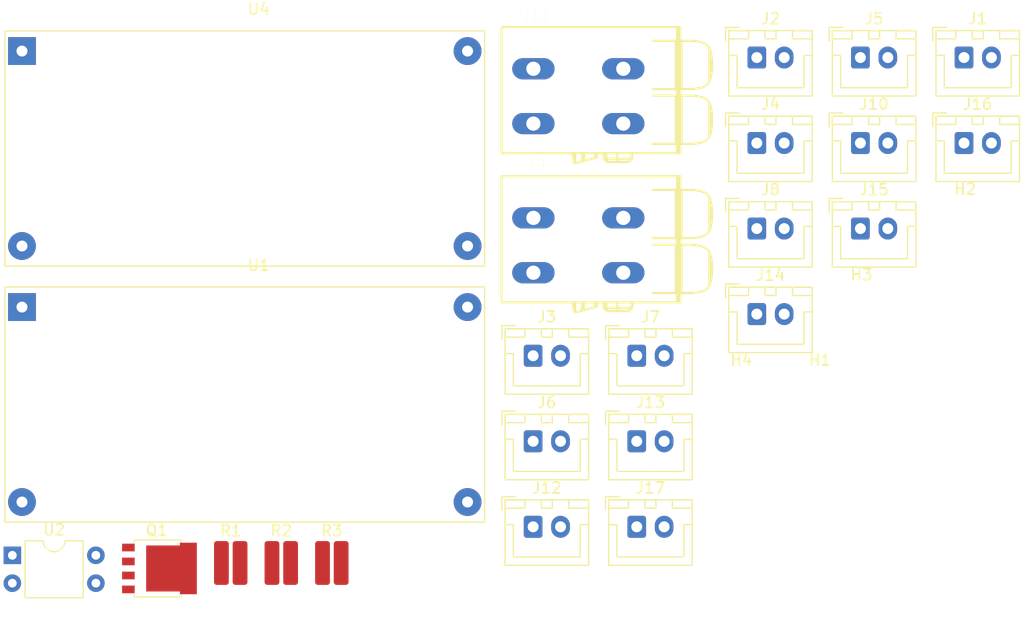
<source format=kicad_pcb>
(kicad_pcb (version 20171130) (host pcbnew "(5.1.5)-3")

  (general
    (thickness 1.6)
    (drawings 0)
    (tracks 0)
    (zones 0)
    (modules 28)
    (nets 17)
  )

  (page A4)
  (layers
    (0 F.Cu signal)
    (31 B.Cu signal)
    (32 B.Adhes user)
    (33 F.Adhes user)
    (34 B.Paste user)
    (35 F.Paste user)
    (36 B.SilkS user)
    (37 F.SilkS user)
    (38 B.Mask user)
    (39 F.Mask user)
    (40 Dwgs.User user)
    (41 Cmts.User user)
    (42 Eco1.User user)
    (43 Eco2.User user)
    (44 Edge.Cuts user)
    (45 Margin user)
    (46 B.CrtYd user)
    (47 F.CrtYd user)
    (48 B.Fab user)
    (49 F.Fab user)
  )

  (setup
    (last_trace_width 0.25)
    (trace_clearance 0.2)
    (zone_clearance 0.508)
    (zone_45_only no)
    (trace_min 0.2)
    (via_size 0.8)
    (via_drill 0.4)
    (via_min_size 0.4)
    (via_min_drill 0.3)
    (uvia_size 0.3)
    (uvia_drill 0.1)
    (uvias_allowed no)
    (uvia_min_size 0.2)
    (uvia_min_drill 0.1)
    (edge_width 0.05)
    (segment_width 0.2)
    (pcb_text_width 0.3)
    (pcb_text_size 1.5 1.5)
    (mod_edge_width 0.12)
    (mod_text_size 1 1)
    (mod_text_width 0.15)
    (pad_size 1.524 1.524)
    (pad_drill 0.762)
    (pad_to_mask_clearance 0.051)
    (solder_mask_min_width 0.25)
    (aux_axis_origin 0 0)
    (visible_elements 7FFFFFFF)
    (pcbplotparams
      (layerselection 0x010fc_ffffffff)
      (usegerberextensions false)
      (usegerberattributes false)
      (usegerberadvancedattributes false)
      (creategerberjobfile false)
      (excludeedgelayer true)
      (linewidth 0.100000)
      (plotframeref false)
      (viasonmask false)
      (mode 1)
      (useauxorigin false)
      (hpglpennumber 1)
      (hpglpenspeed 20)
      (hpglpendiameter 15.000000)
      (psnegative false)
      (psa4output false)
      (plotreference true)
      (plotvalue true)
      (plotinvisibletext false)
      (padsonsilk false)
      (subtractmaskfromsilk false)
      (outputformat 1)
      (mirror false)
      (drillshape 1)
      (scaleselection 1)
      (outputdirectory ""))
  )

  (net 0 "")
  (net 1 GND)
  (net 2 CF_SWITCHED_NEG)
  (net 3 +12V)
  (net 4 +24V)
  (net 5 +5V)
  (net 6 HE_SWITCHED_NEG)
  (net 7 BA_OUT_NEG)
  (net 8 "Net-(J15-Pad1)")
  (net 9 "Net-(J16-Pad1)")
  (net 10 BA_SWITCHED_NEG)
  (net 11 "Net-(J17-Pad1)")
  (net 12 "Net-(Q1-Pad4)")
  (net 13 "Net-(R1-Pad1)")
  (net 14 FET_GATE)
  (net 15 "Net-(U1-Pad4)")
  (net 16 "Net-(U4-Pad4)")

  (net_class Default "This is the default net class."
    (clearance 0.2)
    (trace_width 0.25)
    (via_dia 0.8)
    (via_drill 0.4)
    (uvia_dia 0.3)
    (uvia_drill 0.1)
    (add_net +12V)
    (add_net +24V)
    (add_net +5V)
    (add_net BA_OUT_NEG)
    (add_net BA_SWITCHED_NEG)
    (add_net CF_SWITCHED_NEG)
    (add_net FET_GATE)
    (add_net GND)
    (add_net HE_SWITCHED_NEG)
    (add_net "Net-(J15-Pad1)")
    (add_net "Net-(J16-Pad1)")
    (add_net "Net-(J17-Pad1)")
    (add_net "Net-(Q1-Pad4)")
    (add_net "Net-(R1-Pad1)")
    (add_net "Net-(U1-Pad4)")
    (add_net "Net-(U4-Pad4)")
  )

  (module Paul_custom_footprints:LM2596_board (layer F.Cu) (tedit 60227055) (tstamp 6023B2D1)
    (at 24.73 22.01)
    (path /602DD332)
    (fp_text reference U4 (at 21.59 -3.81) (layer F.SilkS)
      (effects (font (size 1 1) (thickness 0.15)))
    )
    (fp_text value LM2596 (at 20.32 21.59) (layer F.Fab)
      (effects (font (size 1 1) (thickness 0.15)))
    )
    (fp_text user REF** (at 21.59 8.89) (layer F.Fab)
      (effects (font (size 1 1) (thickness 0.15)))
    )
    (fp_line (start -1.98 20.04) (end -1.98 -2.26) (layer F.CrtYd) (width 0.05))
    (fp_line (start 42.62 20.04) (end -1.98 20.04) (layer F.CrtYd) (width 0.05))
    (fp_line (start 42.62 -2.26) (end 42.62 20.04) (layer F.CrtYd) (width 0.05))
    (fp_line (start -1.98 -2.26) (end 42.62 -2.26) (layer F.CrtYd) (width 0.05))
    (fp_line (start 1.27 -1.27) (end 1.27 1.27) (layer F.Fab) (width 0.1))
    (fp_line (start 1.27 1.27) (end -1.27 1.27) (layer F.Fab) (width 0.1))
    (fp_line (start -0.635 -1.27) (end 1.27 -1.27) (layer F.Fab) (width 0.1))
    (fp_line (start -1.27 -0.635) (end -0.635 -1.27) (layer F.Fab) (width 0.1))
    (fp_line (start -1.27 1.27) (end -1.27 -0.635) (layer F.Fab) (width 0.1))
    (fp_line (start 42.12 19.54) (end 42.12 -1.76) (layer F.Fab) (width 0.1))
    (fp_line (start 42.12 -1.76) (end -1.48 -1.76) (layer F.Fab) (width 0.1))
    (fp_line (start -1.48 -1.76) (end -1.48 19.54) (layer F.Fab) (width 0.1))
    (fp_line (start -1.48 19.54) (end 42.12 19.54) (layer F.Fab) (width 0.1))
    (fp_line (start -1.555 19.615) (end 42.195 19.615) (layer F.SilkS) (width 0.12))
    (fp_line (start -1.555 -1.835) (end -1.555 19.615) (layer F.SilkS) (width 0.12))
    (fp_line (start 42.195 -1.835) (end -1.555 -1.835) (layer F.SilkS) (width 0.12))
    (fp_line (start 42.195 19.615) (end 42.195 -1.835) (layer F.SilkS) (width 0.12))
    (pad 4 thru_hole circle (at 40.64 17.78) (size 2.54 2.54) (drill 1) (layers *.Cu *.Mask)
      (net 16 "Net-(U4-Pad4)"))
    (pad 3 thru_hole circle (at 40.64 0) (size 2.54 2.54) (drill 1) (layers *.Cu *.Mask)
      (net 5 +5V))
    (pad 2 thru_hole circle (at 0 17.78) (size 2.54 2.54) (drill 1) (layers *.Cu *.Mask)
      (net 1 GND))
    (pad 1 thru_hole rect (at 0 0) (size 2.54 2.54) (drill 1) (layers *.Cu *.Mask)
      (net 4 +24V))
    (model ${KISYS3DMOD}/Custom.3dshapes/YAAJ_DCDC_StepDown_LM2596_PinHeaders_cp.step
      (at (xyz 0 0 0))
      (scale (xyz 1 1 1))
      (rotate (xyz 0 0 0))
    )
  )

  (module Package_DIP:DIP-4_W7.62mm (layer F.Cu) (tedit 5A02E8C5) (tstamp 6023B2B7)
    (at 23.85 68)
    (descr "4-lead though-hole mounted DIP package, row spacing 7.62 mm (300 mils)")
    (tags "THT DIP DIL PDIP 2.54mm 7.62mm 300mil")
    (path /602B3479)
    (fp_text reference U2 (at 3.81 -2.33) (layer F.SilkS)
      (effects (font (size 1 1) (thickness 0.15)))
    )
    (fp_text value PC817 (at 3.81 4.87) (layer F.Fab)
      (effects (font (size 1 1) (thickness 0.15)))
    )
    (fp_text user %R (at 3.81 1.27) (layer F.Fab)
      (effects (font (size 1 1) (thickness 0.15)))
    )
    (fp_line (start 8.7 -1.55) (end -1.1 -1.55) (layer F.CrtYd) (width 0.05))
    (fp_line (start 8.7 4.1) (end 8.7 -1.55) (layer F.CrtYd) (width 0.05))
    (fp_line (start -1.1 4.1) (end 8.7 4.1) (layer F.CrtYd) (width 0.05))
    (fp_line (start -1.1 -1.55) (end -1.1 4.1) (layer F.CrtYd) (width 0.05))
    (fp_line (start 6.46 -1.33) (end 4.81 -1.33) (layer F.SilkS) (width 0.12))
    (fp_line (start 6.46 3.87) (end 6.46 -1.33) (layer F.SilkS) (width 0.12))
    (fp_line (start 1.16 3.87) (end 6.46 3.87) (layer F.SilkS) (width 0.12))
    (fp_line (start 1.16 -1.33) (end 1.16 3.87) (layer F.SilkS) (width 0.12))
    (fp_line (start 2.81 -1.33) (end 1.16 -1.33) (layer F.SilkS) (width 0.12))
    (fp_line (start 0.635 -0.27) (end 1.635 -1.27) (layer F.Fab) (width 0.1))
    (fp_line (start 0.635 3.81) (end 0.635 -0.27) (layer F.Fab) (width 0.1))
    (fp_line (start 6.985 3.81) (end 0.635 3.81) (layer F.Fab) (width 0.1))
    (fp_line (start 6.985 -1.27) (end 6.985 3.81) (layer F.Fab) (width 0.1))
    (fp_line (start 1.635 -1.27) (end 6.985 -1.27) (layer F.Fab) (width 0.1))
    (fp_arc (start 3.81 -1.33) (end 2.81 -1.33) (angle -180) (layer F.SilkS) (width 0.12))
    (pad 4 thru_hole oval (at 7.62 0) (size 1.6 1.6) (drill 0.8) (layers *.Cu *.Mask)
      (net 3 +12V))
    (pad 2 thru_hole oval (at 0 2.54) (size 1.6 1.6) (drill 0.8) (layers *.Cu *.Mask)
      (net 10 BA_SWITCHED_NEG))
    (pad 3 thru_hole oval (at 7.62 2.54) (size 1.6 1.6) (drill 0.8) (layers *.Cu *.Mask)
      (net 14 FET_GATE))
    (pad 1 thru_hole rect (at 0 0) (size 1.6 1.6) (drill 0.8) (layers *.Cu *.Mask)
      (net 13 "Net-(R1-Pad1)"))
    (model ${KISYS3DMOD}/Package_DIP.3dshapes/DIP-4_W7.62mm.wrl
      (at (xyz 0 0 0))
      (scale (xyz 1 1 1))
      (rotate (xyz 0 0 0))
    )
  )

  (module Paul_custom_footprints:LM2596_board (layer F.Cu) (tedit 60227055) (tstamp 6023B29F)
    (at 24.73 45.36)
    (path /6029B697)
    (fp_text reference U1 (at 21.59 -3.81) (layer F.SilkS)
      (effects (font (size 1 1) (thickness 0.15)))
    )
    (fp_text value LM2596 (at 20.32 21.59) (layer F.Fab)
      (effects (font (size 1 1) (thickness 0.15)))
    )
    (fp_text user REF** (at 21.59 8.89) (layer F.Fab)
      (effects (font (size 1 1) (thickness 0.15)))
    )
    (fp_line (start -1.98 20.04) (end -1.98 -2.26) (layer F.CrtYd) (width 0.05))
    (fp_line (start 42.62 20.04) (end -1.98 20.04) (layer F.CrtYd) (width 0.05))
    (fp_line (start 42.62 -2.26) (end 42.62 20.04) (layer F.CrtYd) (width 0.05))
    (fp_line (start -1.98 -2.26) (end 42.62 -2.26) (layer F.CrtYd) (width 0.05))
    (fp_line (start 1.27 -1.27) (end 1.27 1.27) (layer F.Fab) (width 0.1))
    (fp_line (start 1.27 1.27) (end -1.27 1.27) (layer F.Fab) (width 0.1))
    (fp_line (start -0.635 -1.27) (end 1.27 -1.27) (layer F.Fab) (width 0.1))
    (fp_line (start -1.27 -0.635) (end -0.635 -1.27) (layer F.Fab) (width 0.1))
    (fp_line (start -1.27 1.27) (end -1.27 -0.635) (layer F.Fab) (width 0.1))
    (fp_line (start 42.12 19.54) (end 42.12 -1.76) (layer F.Fab) (width 0.1))
    (fp_line (start 42.12 -1.76) (end -1.48 -1.76) (layer F.Fab) (width 0.1))
    (fp_line (start -1.48 -1.76) (end -1.48 19.54) (layer F.Fab) (width 0.1))
    (fp_line (start -1.48 19.54) (end 42.12 19.54) (layer F.Fab) (width 0.1))
    (fp_line (start -1.555 19.615) (end 42.195 19.615) (layer F.SilkS) (width 0.12))
    (fp_line (start -1.555 -1.835) (end -1.555 19.615) (layer F.SilkS) (width 0.12))
    (fp_line (start 42.195 -1.835) (end -1.555 -1.835) (layer F.SilkS) (width 0.12))
    (fp_line (start 42.195 19.615) (end 42.195 -1.835) (layer F.SilkS) (width 0.12))
    (pad 4 thru_hole circle (at 40.64 17.78) (size 2.54 2.54) (drill 1) (layers *.Cu *.Mask)
      (net 15 "Net-(U1-Pad4)"))
    (pad 3 thru_hole circle (at 40.64 0) (size 2.54 2.54) (drill 1) (layers *.Cu *.Mask)
      (net 3 +12V))
    (pad 2 thru_hole circle (at 0 17.78) (size 2.54 2.54) (drill 1) (layers *.Cu *.Mask)
      (net 1 GND))
    (pad 1 thru_hole rect (at 0 0) (size 2.54 2.54) (drill 1) (layers *.Cu *.Mask)
      (net 4 +24V))
    (model ${KISYS3DMOD}/Custom.3dshapes/YAAJ_DCDC_StepDown_LM2596_PinHeaders_cp.step
      (at (xyz 0 0 0))
      (scale (xyz 1 1 1))
      (rotate (xyz 0 0 0))
    )
  )

  (module Resistor_SMD:R_0815_2038Metric (layer F.Cu) (tedit 5B301BBD) (tstamp 6023B285)
    (at 52.99 68.7)
    (descr "Resistor SMD 0815 (2038 Metric), square (rectangular) end terminal, IPC_7351 nominal, (Body size source: http://www.yageo.com/documents/recent/PYu-PRPFPH_521_RoHS_L_0.pdf), generated with kicad-footprint-generator")
    (tags resistor)
    (path /602FDDA5)
    (attr smd)
    (fp_text reference R3 (at 0 -2.95) (layer F.SilkS)
      (effects (font (size 1 1) (thickness 0.15)))
    )
    (fp_text value 1k (at 0 2.95) (layer F.Fab)
      (effects (font (size 1 1) (thickness 0.15)))
    )
    (fp_text user %R (at 0 0) (layer F.Fab)
      (effects (font (size 0.54 0.54) (thickness 0.08)))
    )
    (fp_line (start 1.78 2.25) (end -1.78 2.25) (layer F.CrtYd) (width 0.05))
    (fp_line (start 1.78 -2.25) (end 1.78 2.25) (layer F.CrtYd) (width 0.05))
    (fp_line (start -1.78 -2.25) (end 1.78 -2.25) (layer F.CrtYd) (width 0.05))
    (fp_line (start -1.78 2.25) (end -1.78 -2.25) (layer F.CrtYd) (width 0.05))
    (fp_line (start 1.075 1.875) (end -1.075 1.875) (layer F.Fab) (width 0.1))
    (fp_line (start 1.075 -1.875) (end 1.075 1.875) (layer F.Fab) (width 0.1))
    (fp_line (start -1.075 -1.875) (end 1.075 -1.875) (layer F.Fab) (width 0.1))
    (fp_line (start -1.075 1.875) (end -1.075 -1.875) (layer F.Fab) (width 0.1))
    (pad 2 smd roundrect (at 0.85 0) (size 1.35 4) (layers F.Cu F.Paste F.Mask) (roundrect_rratio 0.185185)
      (net 14 FET_GATE))
    (pad 1 smd roundrect (at -0.85 0) (size 1.35 4) (layers F.Cu F.Paste F.Mask) (roundrect_rratio 0.185185)
      (net 12 "Net-(Q1-Pad4)"))
    (model ${KISYS3DMOD}/Resistor_SMD.3dshapes/R_0815_2038Metric.wrl
      (at (xyz 0 0 0))
      (scale (xyz 1 1 1))
      (rotate (xyz 0 0 0))
    )
  )

  (module Resistor_SMD:R_0815_2038Metric (layer F.Cu) (tedit 5B301BBD) (tstamp 6023B276)
    (at 48.38 68.7)
    (descr "Resistor SMD 0815 (2038 Metric), square (rectangular) end terminal, IPC_7351 nominal, (Body size source: http://www.yageo.com/documents/recent/PYu-PRPFPH_521_RoHS_L_0.pdf), generated with kicad-footprint-generator")
    (tags resistor)
    (path /602BD473)
    (attr smd)
    (fp_text reference R2 (at 0 -2.95) (layer F.SilkS)
      (effects (font (size 1 1) (thickness 0.15)))
    )
    (fp_text value 15k (at 0 2.95) (layer F.Fab)
      (effects (font (size 1 1) (thickness 0.15)))
    )
    (fp_text user %R (at 0 0) (layer F.Fab)
      (effects (font (size 0.54 0.54) (thickness 0.08)))
    )
    (fp_line (start 1.78 2.25) (end -1.78 2.25) (layer F.CrtYd) (width 0.05))
    (fp_line (start 1.78 -2.25) (end 1.78 2.25) (layer F.CrtYd) (width 0.05))
    (fp_line (start -1.78 -2.25) (end 1.78 -2.25) (layer F.CrtYd) (width 0.05))
    (fp_line (start -1.78 2.25) (end -1.78 -2.25) (layer F.CrtYd) (width 0.05))
    (fp_line (start 1.075 1.875) (end -1.075 1.875) (layer F.Fab) (width 0.1))
    (fp_line (start 1.075 -1.875) (end 1.075 1.875) (layer F.Fab) (width 0.1))
    (fp_line (start -1.075 -1.875) (end 1.075 -1.875) (layer F.Fab) (width 0.1))
    (fp_line (start -1.075 1.875) (end -1.075 -1.875) (layer F.Fab) (width 0.1))
    (pad 2 smd roundrect (at 0.85 0) (size 1.35 4) (layers F.Cu F.Paste F.Mask) (roundrect_rratio 0.185185)
      (net 1 GND))
    (pad 1 smd roundrect (at -0.85 0) (size 1.35 4) (layers F.Cu F.Paste F.Mask) (roundrect_rratio 0.185185)
      (net 12 "Net-(Q1-Pad4)"))
    (model ${KISYS3DMOD}/Resistor_SMD.3dshapes/R_0815_2038Metric.wrl
      (at (xyz 0 0 0))
      (scale (xyz 1 1 1))
      (rotate (xyz 0 0 0))
    )
  )

  (module Resistor_SMD:R_0815_2038Metric (layer F.Cu) (tedit 5B301BBD) (tstamp 6023B267)
    (at 43.77 68.7)
    (descr "Resistor SMD 0815 (2038 Metric), square (rectangular) end terminal, IPC_7351 nominal, (Body size source: http://www.yageo.com/documents/recent/PYu-PRPFPH_521_RoHS_L_0.pdf), generated with kicad-footprint-generator")
    (tags resistor)
    (path /602B408E)
    (attr smd)
    (fp_text reference R1 (at 0 -2.95) (layer F.SilkS)
      (effects (font (size 1 1) (thickness 0.15)))
    )
    (fp_text value 1k (at 0 2.95) (layer F.Fab)
      (effects (font (size 1 1) (thickness 0.15)))
    )
    (fp_text user %R (at 0 0) (layer F.Fab)
      (effects (font (size 0.54 0.54) (thickness 0.08)))
    )
    (fp_line (start 1.78 2.25) (end -1.78 2.25) (layer F.CrtYd) (width 0.05))
    (fp_line (start 1.78 -2.25) (end 1.78 2.25) (layer F.CrtYd) (width 0.05))
    (fp_line (start -1.78 -2.25) (end 1.78 -2.25) (layer F.CrtYd) (width 0.05))
    (fp_line (start -1.78 2.25) (end -1.78 -2.25) (layer F.CrtYd) (width 0.05))
    (fp_line (start 1.075 1.875) (end -1.075 1.875) (layer F.Fab) (width 0.1))
    (fp_line (start 1.075 -1.875) (end 1.075 1.875) (layer F.Fab) (width 0.1))
    (fp_line (start -1.075 -1.875) (end 1.075 -1.875) (layer F.Fab) (width 0.1))
    (fp_line (start -1.075 1.875) (end -1.075 -1.875) (layer F.Fab) (width 0.1))
    (pad 2 smd roundrect (at 0.85 0) (size 1.35 4) (layers F.Cu F.Paste F.Mask) (roundrect_rratio 0.185185)
      (net 4 +24V))
    (pad 1 smd roundrect (at -0.85 0) (size 1.35 4) (layers F.Cu F.Paste F.Mask) (roundrect_rratio 0.185185)
      (net 13 "Net-(R1-Pad1)"))
    (model ${KISYS3DMOD}/Resistor_SMD.3dshapes/R_0815_2038Metric.wrl
      (at (xyz 0 0 0))
      (scale (xyz 1 1 1))
      (rotate (xyz 0 0 0))
    )
  )

  (module Package_TO_SOT_SMD:LFPAK56 (layer F.Cu) (tedit 5BA2E0B1) (tstamp 6023B258)
    (at 37.27 69.2)
    (descr "LFPAK56 https://assets.nexperia.com/documents/outline-drawing/SOT669.pdf")
    (tags "LFPAK56 SOT-669 Power-SO8")
    (path /602B9185)
    (solder_mask_margin 0.075)
    (solder_paste_margin -0.05)
    (attr smd)
    (fp_text reference Q1 (at -0.245 -3.48) (layer F.SilkS)
      (effects (font (size 1 1) (thickness 0.15)))
    )
    (fp_text value PSMN0R9-25YLC (at -0.245 3.52) (layer F.Fab)
      (effects (font (size 1 1) (thickness 0.15)))
    )
    (fp_line (start -3.67 2.75) (end -3.67 -2.75) (layer F.CrtYd) (width 0.05))
    (fp_line (start -3.67 2.75) (end 3.67 2.75) (layer F.CrtYd) (width 0.05))
    (fp_line (start 3.67 -2.75) (end -3.67 -2.75) (layer F.CrtYd) (width 0.05))
    (fp_line (start 3.67 -2.75) (end 3.67 2.75) (layer F.CrtYd) (width 0.05))
    (fp_line (start 1.885 2.5) (end 1.885 -2.5) (layer F.Fab) (width 0.1))
    (fp_line (start -2.215 2.5) (end 1.885 2.5) (layer F.Fab) (width 0.1))
    (fp_line (start -2.215 -2.5) (end -2.215 2.5) (layer F.Fab) (width 0.1))
    (fp_line (start 1.885 -2.5) (end -2.215 -2.5) (layer F.Fab) (width 0.1))
    (fp_line (start 3.185 -2.2) (end 1.885 -2.2) (layer F.Fab) (width 0.1))
    (fp_line (start 3.185 2.2) (end 1.885 2.2) (layer F.Fab) (width 0.1))
    (fp_line (start 3.185 -2.2) (end 3.185 2.2) (layer F.Fab) (width 0.1))
    (fp_line (start -3.215 -1.65) (end -2.215 -1.65) (layer F.Fab) (width 0.1))
    (fp_line (start -3.215 -2.15) (end -2.215 -2.15) (layer F.Fab) (width 0.1))
    (fp_line (start -3.215 -2.15) (end -3.215 -1.65) (layer F.Fab) (width 0.1))
    (fp_line (start -3.215 -0.4) (end -2.215 -0.4) (layer F.Fab) (width 0.1))
    (fp_line (start -3.215 -0.85) (end -3.215 -0.4) (layer F.Fab) (width 0.1))
    (fp_line (start -2.215 -0.85) (end -3.215 -0.85) (layer F.Fab) (width 0.1))
    (fp_line (start -3.215 0.85) (end -2.215 0.85) (layer F.Fab) (width 0.1))
    (fp_line (start -3.215 0.4) (end -3.215 0.85) (layer F.Fab) (width 0.1))
    (fp_line (start -2.215 0.4) (end -3.215 0.4) (layer F.Fab) (width 0.1))
    (fp_line (start -3.215 2.15) (end -2.215 2.15) (layer F.Fab) (width 0.1))
    (fp_line (start -3.215 1.7) (end -3.215 2.15) (layer F.Fab) (width 0.1))
    (fp_line (start -2.215 1.7) (end -3.215 1.7) (layer F.Fab) (width 0.1))
    (fp_line (start -2.315 -2.6) (end -2.315 -2.4) (layer F.SilkS) (width 0.12))
    (fp_line (start 1.985 -2.6) (end -2.315 -2.6) (layer F.SilkS) (width 0.12))
    (fp_line (start 1.985 -2.45) (end 1.985 -2.6) (layer F.SilkS) (width 0.12))
    (fp_line (start 1.985 2.6) (end 1.985 2.45) (layer F.SilkS) (width 0.12))
    (fp_line (start -2.315 2.6) (end 1.985 2.6) (layer F.SilkS) (width 0.12))
    (fp_line (start -2.315 2.4) (end -2.315 2.6) (layer F.SilkS) (width 0.12))
    (fp_text user %R (at 0 0 90) (layer F.Fab)
      (effects (font (size 1 1) (thickness 0.15)))
    )
    (pad 5 smd custom (at 0.435 0) (size 3.3 4.2) (layers F.Cu F.Mask)
      (net 7 BA_OUT_NEG) (solder_mask_margin 0.07) (zone_connect 2)
      (options (clearance outline) (anchor rect))
      (primitives
        (gr_poly (pts
           (xy 1.425 -2.35) (xy 2.975 -2.35) (xy 2.975 2.35) (xy 1.425 2.35)) (width 0))
      ))
    (pad "" smd rect (at 0.185 0) (size 0.6 0.9) (layers F.Paste))
    (pad "" smd rect (at 2.885 0.6 270) (size 0.6 0.9) (layers F.Paste))
    (pad 4 smd rect (at -2.835 1.91 270) (size 0.7 1.15) (layers F.Cu F.Paste F.Mask)
      (net 12 "Net-(Q1-Pad4)") (solder_mask_margin 0.07) (solder_paste_margin -0.05))
    (pad 3 smd rect (at -2.835 0.64 270) (size 0.7 1.15) (layers F.Cu F.Paste F.Mask)
      (net 1 GND) (solder_mask_margin 0.07) (solder_paste_margin -0.05))
    (pad 1 smd rect (at -2.835 -1.91 270) (size 0.7 1.15) (layers F.Cu F.Paste F.Mask)
      (net 1 GND) (solder_mask_margin 0.07) (solder_paste_margin -0.05))
    (pad 2 smd rect (at -2.835 -0.64 270) (size 0.7 1.15) (layers F.Cu F.Paste F.Mask)
      (net 1 GND) (solder_mask_margin 0.07) (solder_paste_margin -0.05))
    (pad "" smd rect (at 2.885 -0.6 270) (size 0.6 0.9) (layers F.Paste))
    (pad "" smd rect (at 2.885 1.88 270) (size 0.6 0.9) (layers F.Paste))
    (pad "" smd rect (at 2.885 -1.88 270) (size 0.6 0.9) (layers F.Paste))
    (pad "" smd rect (at -0.665 0) (size 0.6 0.9) (layers F.Paste))
    (pad "" smd rect (at 1.035 0) (size 0.6 0.9) (layers F.Paste))
    (pad "" smd rect (at 1.035 1.15) (size 0.6 0.9) (layers F.Paste))
    (pad "" smd rect (at -0.665 1.15) (size 0.6 0.9) (layers F.Paste))
    (pad "" smd rect (at 0.185 1.15) (size 0.6 0.9) (layers F.Paste))
    (pad "" smd rect (at 1.035 -1.15) (size 0.6 0.9) (layers F.Paste))
    (pad "" smd rect (at -0.665 -1.15) (size 0.6 0.9) (layers F.Paste))
    (pad "" smd rect (at 0.185 -1.15) (size 0.6 0.9) (layers F.Paste))
    (model ${KISYS3DMOD}/Package_TO_SOT_SMD.3dshapes/LFPAK56.wrl
      (at (xyz 0 0 0))
      (scale (xyz 1 1 1))
      (rotate (xyz 0 0 0))
    )
  )

  (module Connector_JST:JST_XH_B2B-XH-A_1x02_P2.50mm_Vertical (layer F.Cu) (tedit 5C28146C) (tstamp 6023B224)
    (at 80.8 65.4)
    (descr "JST XH series connector, B2B-XH-A (http://www.jst-mfg.com/product/pdf/eng/eXH.pdf), generated with kicad-footprint-generator")
    (tags "connector JST XH vertical")
    (path /6036D1AC)
    (fp_text reference J17 (at 1.25 -3.55) (layer F.SilkS)
      (effects (font (size 1 1) (thickness 0.15)))
    )
    (fp_text value Duet_FAN3 (at 1.25 4.6) (layer F.Fab)
      (effects (font (size 1 1) (thickness 0.15)))
    )
    (fp_text user %R (at 1.25 2.7) (layer F.Fab)
      (effects (font (size 1 1) (thickness 0.15)))
    )
    (fp_line (start -2.85 -2.75) (end -2.85 -1.5) (layer F.SilkS) (width 0.12))
    (fp_line (start -1.6 -2.75) (end -2.85 -2.75) (layer F.SilkS) (width 0.12))
    (fp_line (start 4.3 2.75) (end 1.25 2.75) (layer F.SilkS) (width 0.12))
    (fp_line (start 4.3 -0.2) (end 4.3 2.75) (layer F.SilkS) (width 0.12))
    (fp_line (start 5.05 -0.2) (end 4.3 -0.2) (layer F.SilkS) (width 0.12))
    (fp_line (start -1.8 2.75) (end 1.25 2.75) (layer F.SilkS) (width 0.12))
    (fp_line (start -1.8 -0.2) (end -1.8 2.75) (layer F.SilkS) (width 0.12))
    (fp_line (start -2.55 -0.2) (end -1.8 -0.2) (layer F.SilkS) (width 0.12))
    (fp_line (start 5.05 -2.45) (end 3.25 -2.45) (layer F.SilkS) (width 0.12))
    (fp_line (start 5.05 -1.7) (end 5.05 -2.45) (layer F.SilkS) (width 0.12))
    (fp_line (start 3.25 -1.7) (end 5.05 -1.7) (layer F.SilkS) (width 0.12))
    (fp_line (start 3.25 -2.45) (end 3.25 -1.7) (layer F.SilkS) (width 0.12))
    (fp_line (start -0.75 -2.45) (end -2.55 -2.45) (layer F.SilkS) (width 0.12))
    (fp_line (start -0.75 -1.7) (end -0.75 -2.45) (layer F.SilkS) (width 0.12))
    (fp_line (start -2.55 -1.7) (end -0.75 -1.7) (layer F.SilkS) (width 0.12))
    (fp_line (start -2.55 -2.45) (end -2.55 -1.7) (layer F.SilkS) (width 0.12))
    (fp_line (start 1.75 -2.45) (end 0.75 -2.45) (layer F.SilkS) (width 0.12))
    (fp_line (start 1.75 -1.7) (end 1.75 -2.45) (layer F.SilkS) (width 0.12))
    (fp_line (start 0.75 -1.7) (end 1.75 -1.7) (layer F.SilkS) (width 0.12))
    (fp_line (start 0.75 -2.45) (end 0.75 -1.7) (layer F.SilkS) (width 0.12))
    (fp_line (start 0 -1.35) (end 0.625 -2.35) (layer F.Fab) (width 0.1))
    (fp_line (start -0.625 -2.35) (end 0 -1.35) (layer F.Fab) (width 0.1))
    (fp_line (start 5.45 -2.85) (end -2.95 -2.85) (layer F.CrtYd) (width 0.05))
    (fp_line (start 5.45 3.9) (end 5.45 -2.85) (layer F.CrtYd) (width 0.05))
    (fp_line (start -2.95 3.9) (end 5.45 3.9) (layer F.CrtYd) (width 0.05))
    (fp_line (start -2.95 -2.85) (end -2.95 3.9) (layer F.CrtYd) (width 0.05))
    (fp_line (start 5.06 -2.46) (end -2.56 -2.46) (layer F.SilkS) (width 0.12))
    (fp_line (start 5.06 3.51) (end 5.06 -2.46) (layer F.SilkS) (width 0.12))
    (fp_line (start -2.56 3.51) (end 5.06 3.51) (layer F.SilkS) (width 0.12))
    (fp_line (start -2.56 -2.46) (end -2.56 3.51) (layer F.SilkS) (width 0.12))
    (fp_line (start 4.95 -2.35) (end -2.45 -2.35) (layer F.Fab) (width 0.1))
    (fp_line (start 4.95 3.4) (end 4.95 -2.35) (layer F.Fab) (width 0.1))
    (fp_line (start -2.45 3.4) (end 4.95 3.4) (layer F.Fab) (width 0.1))
    (fp_line (start -2.45 -2.35) (end -2.45 3.4) (layer F.Fab) (width 0.1))
    (pad 2 thru_hole oval (at 2.5 0) (size 1.7 2) (drill 1) (layers *.Cu *.Mask)
      (net 10 BA_SWITCHED_NEG))
    (pad 1 thru_hole roundrect (at 0 0) (size 1.7 2) (drill 1) (layers *.Cu *.Mask) (roundrect_rratio 0.147059)
      (net 11 "Net-(J17-Pad1)"))
    (model ${KISYS3DMOD}/Connector_JST.3dshapes/JST_XH_B2B-XH-A_1x02_P2.50mm_Vertical.wrl
      (at (xyz 0 0 0))
      (scale (xyz 1 1 1))
      (rotate (xyz 0 0 0))
    )
  )

  (module Connector_JST:JST_XH_B2B-XH-A_1x02_P2.50mm_Vertical (layer F.Cu) (tedit 5C28146C) (tstamp 6023B1FB)
    (at 110.65 30.4)
    (descr "JST XH series connector, B2B-XH-A (http://www.jst-mfg.com/product/pdf/eng/eXH.pdf), generated with kicad-footprint-generator")
    (tags "connector JST XH vertical")
    (path /6030456C)
    (fp_text reference J16 (at 1.25 -3.55) (layer F.SilkS)
      (effects (font (size 1 1) (thickness 0.15)))
    )
    (fp_text value Duet_FAN2 (at 1.25 4.6) (layer F.Fab)
      (effects (font (size 1 1) (thickness 0.15)))
    )
    (fp_text user %R (at 1.25 2.7) (layer F.Fab)
      (effects (font (size 1 1) (thickness 0.15)))
    )
    (fp_line (start -2.85 -2.75) (end -2.85 -1.5) (layer F.SilkS) (width 0.12))
    (fp_line (start -1.6 -2.75) (end -2.85 -2.75) (layer F.SilkS) (width 0.12))
    (fp_line (start 4.3 2.75) (end 1.25 2.75) (layer F.SilkS) (width 0.12))
    (fp_line (start 4.3 -0.2) (end 4.3 2.75) (layer F.SilkS) (width 0.12))
    (fp_line (start 5.05 -0.2) (end 4.3 -0.2) (layer F.SilkS) (width 0.12))
    (fp_line (start -1.8 2.75) (end 1.25 2.75) (layer F.SilkS) (width 0.12))
    (fp_line (start -1.8 -0.2) (end -1.8 2.75) (layer F.SilkS) (width 0.12))
    (fp_line (start -2.55 -0.2) (end -1.8 -0.2) (layer F.SilkS) (width 0.12))
    (fp_line (start 5.05 -2.45) (end 3.25 -2.45) (layer F.SilkS) (width 0.12))
    (fp_line (start 5.05 -1.7) (end 5.05 -2.45) (layer F.SilkS) (width 0.12))
    (fp_line (start 3.25 -1.7) (end 5.05 -1.7) (layer F.SilkS) (width 0.12))
    (fp_line (start 3.25 -2.45) (end 3.25 -1.7) (layer F.SilkS) (width 0.12))
    (fp_line (start -0.75 -2.45) (end -2.55 -2.45) (layer F.SilkS) (width 0.12))
    (fp_line (start -0.75 -1.7) (end -0.75 -2.45) (layer F.SilkS) (width 0.12))
    (fp_line (start -2.55 -1.7) (end -0.75 -1.7) (layer F.SilkS) (width 0.12))
    (fp_line (start -2.55 -2.45) (end -2.55 -1.7) (layer F.SilkS) (width 0.12))
    (fp_line (start 1.75 -2.45) (end 0.75 -2.45) (layer F.SilkS) (width 0.12))
    (fp_line (start 1.75 -1.7) (end 1.75 -2.45) (layer F.SilkS) (width 0.12))
    (fp_line (start 0.75 -1.7) (end 1.75 -1.7) (layer F.SilkS) (width 0.12))
    (fp_line (start 0.75 -2.45) (end 0.75 -1.7) (layer F.SilkS) (width 0.12))
    (fp_line (start 0 -1.35) (end 0.625 -2.35) (layer F.Fab) (width 0.1))
    (fp_line (start -0.625 -2.35) (end 0 -1.35) (layer F.Fab) (width 0.1))
    (fp_line (start 5.45 -2.85) (end -2.95 -2.85) (layer F.CrtYd) (width 0.05))
    (fp_line (start 5.45 3.9) (end 5.45 -2.85) (layer F.CrtYd) (width 0.05))
    (fp_line (start -2.95 3.9) (end 5.45 3.9) (layer F.CrtYd) (width 0.05))
    (fp_line (start -2.95 -2.85) (end -2.95 3.9) (layer F.CrtYd) (width 0.05))
    (fp_line (start 5.06 -2.46) (end -2.56 -2.46) (layer F.SilkS) (width 0.12))
    (fp_line (start 5.06 3.51) (end 5.06 -2.46) (layer F.SilkS) (width 0.12))
    (fp_line (start -2.56 3.51) (end 5.06 3.51) (layer F.SilkS) (width 0.12))
    (fp_line (start -2.56 -2.46) (end -2.56 3.51) (layer F.SilkS) (width 0.12))
    (fp_line (start 4.95 -2.35) (end -2.45 -2.35) (layer F.Fab) (width 0.1))
    (fp_line (start 4.95 3.4) (end 4.95 -2.35) (layer F.Fab) (width 0.1))
    (fp_line (start -2.45 3.4) (end 4.95 3.4) (layer F.Fab) (width 0.1))
    (fp_line (start -2.45 -2.35) (end -2.45 3.4) (layer F.Fab) (width 0.1))
    (pad 2 thru_hole oval (at 2.5 0) (size 1.7 2) (drill 1) (layers *.Cu *.Mask)
      (net 6 HE_SWITCHED_NEG))
    (pad 1 thru_hole roundrect (at 0 0) (size 1.7 2) (drill 1) (layers *.Cu *.Mask) (roundrect_rratio 0.147059)
      (net 9 "Net-(J16-Pad1)"))
    (model ${KISYS3DMOD}/Connector_JST.3dshapes/JST_XH_B2B-XH-A_1x02_P2.50mm_Vertical.wrl
      (at (xyz 0 0 0))
      (scale (xyz 1 1 1))
      (rotate (xyz 0 0 0))
    )
  )

  (module Connector_JST:JST_XH_B2B-XH-A_1x02_P2.50mm_Vertical (layer F.Cu) (tedit 5C28146C) (tstamp 6023B1D2)
    (at 101.2 38.2)
    (descr "JST XH series connector, B2B-XH-A (http://www.jst-mfg.com/product/pdf/eng/eXH.pdf), generated with kicad-footprint-generator")
    (tags "connector JST XH vertical")
    (path /60303D8F)
    (fp_text reference J15 (at 1.25 -3.55) (layer F.SilkS)
      (effects (font (size 1 1) (thickness 0.15)))
    )
    (fp_text value Duet_FAN1 (at 1.25 4.6) (layer F.Fab)
      (effects (font (size 1 1) (thickness 0.15)))
    )
    (fp_text user %R (at 1.25 2.7) (layer F.Fab)
      (effects (font (size 1 1) (thickness 0.15)))
    )
    (fp_line (start -2.85 -2.75) (end -2.85 -1.5) (layer F.SilkS) (width 0.12))
    (fp_line (start -1.6 -2.75) (end -2.85 -2.75) (layer F.SilkS) (width 0.12))
    (fp_line (start 4.3 2.75) (end 1.25 2.75) (layer F.SilkS) (width 0.12))
    (fp_line (start 4.3 -0.2) (end 4.3 2.75) (layer F.SilkS) (width 0.12))
    (fp_line (start 5.05 -0.2) (end 4.3 -0.2) (layer F.SilkS) (width 0.12))
    (fp_line (start -1.8 2.75) (end 1.25 2.75) (layer F.SilkS) (width 0.12))
    (fp_line (start -1.8 -0.2) (end -1.8 2.75) (layer F.SilkS) (width 0.12))
    (fp_line (start -2.55 -0.2) (end -1.8 -0.2) (layer F.SilkS) (width 0.12))
    (fp_line (start 5.05 -2.45) (end 3.25 -2.45) (layer F.SilkS) (width 0.12))
    (fp_line (start 5.05 -1.7) (end 5.05 -2.45) (layer F.SilkS) (width 0.12))
    (fp_line (start 3.25 -1.7) (end 5.05 -1.7) (layer F.SilkS) (width 0.12))
    (fp_line (start 3.25 -2.45) (end 3.25 -1.7) (layer F.SilkS) (width 0.12))
    (fp_line (start -0.75 -2.45) (end -2.55 -2.45) (layer F.SilkS) (width 0.12))
    (fp_line (start -0.75 -1.7) (end -0.75 -2.45) (layer F.SilkS) (width 0.12))
    (fp_line (start -2.55 -1.7) (end -0.75 -1.7) (layer F.SilkS) (width 0.12))
    (fp_line (start -2.55 -2.45) (end -2.55 -1.7) (layer F.SilkS) (width 0.12))
    (fp_line (start 1.75 -2.45) (end 0.75 -2.45) (layer F.SilkS) (width 0.12))
    (fp_line (start 1.75 -1.7) (end 1.75 -2.45) (layer F.SilkS) (width 0.12))
    (fp_line (start 0.75 -1.7) (end 1.75 -1.7) (layer F.SilkS) (width 0.12))
    (fp_line (start 0.75 -2.45) (end 0.75 -1.7) (layer F.SilkS) (width 0.12))
    (fp_line (start 0 -1.35) (end 0.625 -2.35) (layer F.Fab) (width 0.1))
    (fp_line (start -0.625 -2.35) (end 0 -1.35) (layer F.Fab) (width 0.1))
    (fp_line (start 5.45 -2.85) (end -2.95 -2.85) (layer F.CrtYd) (width 0.05))
    (fp_line (start 5.45 3.9) (end 5.45 -2.85) (layer F.CrtYd) (width 0.05))
    (fp_line (start -2.95 3.9) (end 5.45 3.9) (layer F.CrtYd) (width 0.05))
    (fp_line (start -2.95 -2.85) (end -2.95 3.9) (layer F.CrtYd) (width 0.05))
    (fp_line (start 5.06 -2.46) (end -2.56 -2.46) (layer F.SilkS) (width 0.12))
    (fp_line (start 5.06 3.51) (end 5.06 -2.46) (layer F.SilkS) (width 0.12))
    (fp_line (start -2.56 3.51) (end 5.06 3.51) (layer F.SilkS) (width 0.12))
    (fp_line (start -2.56 -2.46) (end -2.56 3.51) (layer F.SilkS) (width 0.12))
    (fp_line (start 4.95 -2.35) (end -2.45 -2.35) (layer F.Fab) (width 0.1))
    (fp_line (start 4.95 3.4) (end 4.95 -2.35) (layer F.Fab) (width 0.1))
    (fp_line (start -2.45 3.4) (end 4.95 3.4) (layer F.Fab) (width 0.1))
    (fp_line (start -2.45 -2.35) (end -2.45 3.4) (layer F.Fab) (width 0.1))
    (pad 2 thru_hole oval (at 2.5 0) (size 1.7 2) (drill 1) (layers *.Cu *.Mask)
      (net 2 CF_SWITCHED_NEG))
    (pad 1 thru_hole roundrect (at 0 0) (size 1.7 2) (drill 1) (layers *.Cu *.Mask) (roundrect_rratio 0.147059)
      (net 8 "Net-(J15-Pad1)"))
    (model ${KISYS3DMOD}/Connector_JST.3dshapes/JST_XH_B2B-XH-A_1x02_P2.50mm_Vertical.wrl
      (at (xyz 0 0 0))
      (scale (xyz 1 1 1))
      (rotate (xyz 0 0 0))
    )
  )

  (module Connector_JST:JST_XH_B2B-XH-A_1x02_P2.50mm_Vertical (layer F.Cu) (tedit 5C28146C) (tstamp 6023B1A9)
    (at 91.75 46)
    (descr "JST XH series connector, B2B-XH-A (http://www.jst-mfg.com/product/pdf/eng/eXH.pdf), generated with kicad-footprint-generator")
    (tags "connector JST XH vertical")
    (path /603010B0)
    (fp_text reference J14 (at 1.25 -3.55) (layer F.SilkS)
      (effects (font (size 1 1) (thickness 0.15)))
    )
    (fp_text value BA_Out_2 (at 1.25 4.6) (layer F.Fab)
      (effects (font (size 1 1) (thickness 0.15)))
    )
    (fp_text user %R (at 1.25 2.7) (layer F.Fab)
      (effects (font (size 1 1) (thickness 0.15)))
    )
    (fp_line (start -2.85 -2.75) (end -2.85 -1.5) (layer F.SilkS) (width 0.12))
    (fp_line (start -1.6 -2.75) (end -2.85 -2.75) (layer F.SilkS) (width 0.12))
    (fp_line (start 4.3 2.75) (end 1.25 2.75) (layer F.SilkS) (width 0.12))
    (fp_line (start 4.3 -0.2) (end 4.3 2.75) (layer F.SilkS) (width 0.12))
    (fp_line (start 5.05 -0.2) (end 4.3 -0.2) (layer F.SilkS) (width 0.12))
    (fp_line (start -1.8 2.75) (end 1.25 2.75) (layer F.SilkS) (width 0.12))
    (fp_line (start -1.8 -0.2) (end -1.8 2.75) (layer F.SilkS) (width 0.12))
    (fp_line (start -2.55 -0.2) (end -1.8 -0.2) (layer F.SilkS) (width 0.12))
    (fp_line (start 5.05 -2.45) (end 3.25 -2.45) (layer F.SilkS) (width 0.12))
    (fp_line (start 5.05 -1.7) (end 5.05 -2.45) (layer F.SilkS) (width 0.12))
    (fp_line (start 3.25 -1.7) (end 5.05 -1.7) (layer F.SilkS) (width 0.12))
    (fp_line (start 3.25 -2.45) (end 3.25 -1.7) (layer F.SilkS) (width 0.12))
    (fp_line (start -0.75 -2.45) (end -2.55 -2.45) (layer F.SilkS) (width 0.12))
    (fp_line (start -0.75 -1.7) (end -0.75 -2.45) (layer F.SilkS) (width 0.12))
    (fp_line (start -2.55 -1.7) (end -0.75 -1.7) (layer F.SilkS) (width 0.12))
    (fp_line (start -2.55 -2.45) (end -2.55 -1.7) (layer F.SilkS) (width 0.12))
    (fp_line (start 1.75 -2.45) (end 0.75 -2.45) (layer F.SilkS) (width 0.12))
    (fp_line (start 1.75 -1.7) (end 1.75 -2.45) (layer F.SilkS) (width 0.12))
    (fp_line (start 0.75 -1.7) (end 1.75 -1.7) (layer F.SilkS) (width 0.12))
    (fp_line (start 0.75 -2.45) (end 0.75 -1.7) (layer F.SilkS) (width 0.12))
    (fp_line (start 0 -1.35) (end 0.625 -2.35) (layer F.Fab) (width 0.1))
    (fp_line (start -0.625 -2.35) (end 0 -1.35) (layer F.Fab) (width 0.1))
    (fp_line (start 5.45 -2.85) (end -2.95 -2.85) (layer F.CrtYd) (width 0.05))
    (fp_line (start 5.45 3.9) (end 5.45 -2.85) (layer F.CrtYd) (width 0.05))
    (fp_line (start -2.95 3.9) (end 5.45 3.9) (layer F.CrtYd) (width 0.05))
    (fp_line (start -2.95 -2.85) (end -2.95 3.9) (layer F.CrtYd) (width 0.05))
    (fp_line (start 5.06 -2.46) (end -2.56 -2.46) (layer F.SilkS) (width 0.12))
    (fp_line (start 5.06 3.51) (end 5.06 -2.46) (layer F.SilkS) (width 0.12))
    (fp_line (start -2.56 3.51) (end 5.06 3.51) (layer F.SilkS) (width 0.12))
    (fp_line (start -2.56 -2.46) (end -2.56 3.51) (layer F.SilkS) (width 0.12))
    (fp_line (start 4.95 -2.35) (end -2.45 -2.35) (layer F.Fab) (width 0.1))
    (fp_line (start 4.95 3.4) (end 4.95 -2.35) (layer F.Fab) (width 0.1))
    (fp_line (start -2.45 3.4) (end 4.95 3.4) (layer F.Fab) (width 0.1))
    (fp_line (start -2.45 -2.35) (end -2.45 3.4) (layer F.Fab) (width 0.1))
    (pad 2 thru_hole oval (at 2.5 0) (size 1.7 2) (drill 1) (layers *.Cu *.Mask)
      (net 7 BA_OUT_NEG))
    (pad 1 thru_hole roundrect (at 0 0) (size 1.7 2) (drill 1) (layers *.Cu *.Mask) (roundrect_rratio 0.147059)
      (net 4 +24V))
    (model ${KISYS3DMOD}/Connector_JST.3dshapes/JST_XH_B2B-XH-A_1x02_P2.50mm_Vertical.wrl
      (at (xyz 0 0 0))
      (scale (xyz 1 1 1))
      (rotate (xyz 0 0 0))
    )
  )

  (module Connector_JST:JST_XH_B2B-XH-A_1x02_P2.50mm_Vertical (layer F.Cu) (tedit 5C28146C) (tstamp 6023B180)
    (at 80.8 57.6)
    (descr "JST XH series connector, B2B-XH-A (http://www.jst-mfg.com/product/pdf/eng/eXH.pdf), generated with kicad-footprint-generator")
    (tags "connector JST XH vertical")
    (path /603010A6)
    (fp_text reference J13 (at 1.25 -3.55) (layer F.SilkS)
      (effects (font (size 1 1) (thickness 0.15)))
    )
    (fp_text value BA_Out_1 (at 1.25 4.6) (layer F.Fab)
      (effects (font (size 1 1) (thickness 0.15)))
    )
    (fp_text user %R (at 1.25 2.7) (layer F.Fab)
      (effects (font (size 1 1) (thickness 0.15)))
    )
    (fp_line (start -2.85 -2.75) (end -2.85 -1.5) (layer F.SilkS) (width 0.12))
    (fp_line (start -1.6 -2.75) (end -2.85 -2.75) (layer F.SilkS) (width 0.12))
    (fp_line (start 4.3 2.75) (end 1.25 2.75) (layer F.SilkS) (width 0.12))
    (fp_line (start 4.3 -0.2) (end 4.3 2.75) (layer F.SilkS) (width 0.12))
    (fp_line (start 5.05 -0.2) (end 4.3 -0.2) (layer F.SilkS) (width 0.12))
    (fp_line (start -1.8 2.75) (end 1.25 2.75) (layer F.SilkS) (width 0.12))
    (fp_line (start -1.8 -0.2) (end -1.8 2.75) (layer F.SilkS) (width 0.12))
    (fp_line (start -2.55 -0.2) (end -1.8 -0.2) (layer F.SilkS) (width 0.12))
    (fp_line (start 5.05 -2.45) (end 3.25 -2.45) (layer F.SilkS) (width 0.12))
    (fp_line (start 5.05 -1.7) (end 5.05 -2.45) (layer F.SilkS) (width 0.12))
    (fp_line (start 3.25 -1.7) (end 5.05 -1.7) (layer F.SilkS) (width 0.12))
    (fp_line (start 3.25 -2.45) (end 3.25 -1.7) (layer F.SilkS) (width 0.12))
    (fp_line (start -0.75 -2.45) (end -2.55 -2.45) (layer F.SilkS) (width 0.12))
    (fp_line (start -0.75 -1.7) (end -0.75 -2.45) (layer F.SilkS) (width 0.12))
    (fp_line (start -2.55 -1.7) (end -0.75 -1.7) (layer F.SilkS) (width 0.12))
    (fp_line (start -2.55 -2.45) (end -2.55 -1.7) (layer F.SilkS) (width 0.12))
    (fp_line (start 1.75 -2.45) (end 0.75 -2.45) (layer F.SilkS) (width 0.12))
    (fp_line (start 1.75 -1.7) (end 1.75 -2.45) (layer F.SilkS) (width 0.12))
    (fp_line (start 0.75 -1.7) (end 1.75 -1.7) (layer F.SilkS) (width 0.12))
    (fp_line (start 0.75 -2.45) (end 0.75 -1.7) (layer F.SilkS) (width 0.12))
    (fp_line (start 0 -1.35) (end 0.625 -2.35) (layer F.Fab) (width 0.1))
    (fp_line (start -0.625 -2.35) (end 0 -1.35) (layer F.Fab) (width 0.1))
    (fp_line (start 5.45 -2.85) (end -2.95 -2.85) (layer F.CrtYd) (width 0.05))
    (fp_line (start 5.45 3.9) (end 5.45 -2.85) (layer F.CrtYd) (width 0.05))
    (fp_line (start -2.95 3.9) (end 5.45 3.9) (layer F.CrtYd) (width 0.05))
    (fp_line (start -2.95 -2.85) (end -2.95 3.9) (layer F.CrtYd) (width 0.05))
    (fp_line (start 5.06 -2.46) (end -2.56 -2.46) (layer F.SilkS) (width 0.12))
    (fp_line (start 5.06 3.51) (end 5.06 -2.46) (layer F.SilkS) (width 0.12))
    (fp_line (start -2.56 3.51) (end 5.06 3.51) (layer F.SilkS) (width 0.12))
    (fp_line (start -2.56 -2.46) (end -2.56 3.51) (layer F.SilkS) (width 0.12))
    (fp_line (start 4.95 -2.35) (end -2.45 -2.35) (layer F.Fab) (width 0.1))
    (fp_line (start 4.95 3.4) (end 4.95 -2.35) (layer F.Fab) (width 0.1))
    (fp_line (start -2.45 3.4) (end 4.95 3.4) (layer F.Fab) (width 0.1))
    (fp_line (start -2.45 -2.35) (end -2.45 3.4) (layer F.Fab) (width 0.1))
    (pad 2 thru_hole oval (at 2.5 0) (size 1.7 2) (drill 1) (layers *.Cu *.Mask)
      (net 7 BA_OUT_NEG))
    (pad 1 thru_hole roundrect (at 0 0) (size 1.7 2) (drill 1) (layers *.Cu *.Mask) (roundrect_rratio 0.147059)
      (net 4 +24V))
    (model ${KISYS3DMOD}/Connector_JST.3dshapes/JST_XH_B2B-XH-A_1x02_P2.50mm_Vertical.wrl
      (at (xyz 0 0 0))
      (scale (xyz 1 1 1))
      (rotate (xyz 0 0 0))
    )
  )

  (module Connector_JST:JST_XH_B2B-XH-A_1x02_P2.50mm_Vertical (layer F.Cu) (tedit 5C28146C) (tstamp 6023B157)
    (at 71.35 65.4)
    (descr "JST XH series connector, B2B-XH-A (http://www.jst-mfg.com/product/pdf/eng/eXH.pdf), generated with kicad-footprint-generator")
    (tags "connector JST XH vertical")
    (path /602FF1F2)
    (fp_text reference J12 (at 1.25 -3.55) (layer F.SilkS)
      (effects (font (size 1 1) (thickness 0.15)))
    )
    (fp_text value HE_Out (at 1.25 4.6) (layer F.Fab)
      (effects (font (size 1 1) (thickness 0.15)))
    )
    (fp_text user %R (at 1.25 2.7) (layer F.Fab)
      (effects (font (size 1 1) (thickness 0.15)))
    )
    (fp_line (start -2.85 -2.75) (end -2.85 -1.5) (layer F.SilkS) (width 0.12))
    (fp_line (start -1.6 -2.75) (end -2.85 -2.75) (layer F.SilkS) (width 0.12))
    (fp_line (start 4.3 2.75) (end 1.25 2.75) (layer F.SilkS) (width 0.12))
    (fp_line (start 4.3 -0.2) (end 4.3 2.75) (layer F.SilkS) (width 0.12))
    (fp_line (start 5.05 -0.2) (end 4.3 -0.2) (layer F.SilkS) (width 0.12))
    (fp_line (start -1.8 2.75) (end 1.25 2.75) (layer F.SilkS) (width 0.12))
    (fp_line (start -1.8 -0.2) (end -1.8 2.75) (layer F.SilkS) (width 0.12))
    (fp_line (start -2.55 -0.2) (end -1.8 -0.2) (layer F.SilkS) (width 0.12))
    (fp_line (start 5.05 -2.45) (end 3.25 -2.45) (layer F.SilkS) (width 0.12))
    (fp_line (start 5.05 -1.7) (end 5.05 -2.45) (layer F.SilkS) (width 0.12))
    (fp_line (start 3.25 -1.7) (end 5.05 -1.7) (layer F.SilkS) (width 0.12))
    (fp_line (start 3.25 -2.45) (end 3.25 -1.7) (layer F.SilkS) (width 0.12))
    (fp_line (start -0.75 -2.45) (end -2.55 -2.45) (layer F.SilkS) (width 0.12))
    (fp_line (start -0.75 -1.7) (end -0.75 -2.45) (layer F.SilkS) (width 0.12))
    (fp_line (start -2.55 -1.7) (end -0.75 -1.7) (layer F.SilkS) (width 0.12))
    (fp_line (start -2.55 -2.45) (end -2.55 -1.7) (layer F.SilkS) (width 0.12))
    (fp_line (start 1.75 -2.45) (end 0.75 -2.45) (layer F.SilkS) (width 0.12))
    (fp_line (start 1.75 -1.7) (end 1.75 -2.45) (layer F.SilkS) (width 0.12))
    (fp_line (start 0.75 -1.7) (end 1.75 -1.7) (layer F.SilkS) (width 0.12))
    (fp_line (start 0.75 -2.45) (end 0.75 -1.7) (layer F.SilkS) (width 0.12))
    (fp_line (start 0 -1.35) (end 0.625 -2.35) (layer F.Fab) (width 0.1))
    (fp_line (start -0.625 -2.35) (end 0 -1.35) (layer F.Fab) (width 0.1))
    (fp_line (start 5.45 -2.85) (end -2.95 -2.85) (layer F.CrtYd) (width 0.05))
    (fp_line (start 5.45 3.9) (end 5.45 -2.85) (layer F.CrtYd) (width 0.05))
    (fp_line (start -2.95 3.9) (end 5.45 3.9) (layer F.CrtYd) (width 0.05))
    (fp_line (start -2.95 -2.85) (end -2.95 3.9) (layer F.CrtYd) (width 0.05))
    (fp_line (start 5.06 -2.46) (end -2.56 -2.46) (layer F.SilkS) (width 0.12))
    (fp_line (start 5.06 3.51) (end 5.06 -2.46) (layer F.SilkS) (width 0.12))
    (fp_line (start -2.56 3.51) (end 5.06 3.51) (layer F.SilkS) (width 0.12))
    (fp_line (start -2.56 -2.46) (end -2.56 3.51) (layer F.SilkS) (width 0.12))
    (fp_line (start 4.95 -2.35) (end -2.45 -2.35) (layer F.Fab) (width 0.1))
    (fp_line (start 4.95 3.4) (end 4.95 -2.35) (layer F.Fab) (width 0.1))
    (fp_line (start -2.45 3.4) (end 4.95 3.4) (layer F.Fab) (width 0.1))
    (fp_line (start -2.45 -2.35) (end -2.45 3.4) (layer F.Fab) (width 0.1))
    (pad 2 thru_hole oval (at 2.5 0) (size 1.7 2) (drill 1) (layers *.Cu *.Mask)
      (net 6 HE_SWITCHED_NEG))
    (pad 1 thru_hole roundrect (at 0 0) (size 1.7 2) (drill 1) (layers *.Cu *.Mask) (roundrect_rratio 0.147059)
      (net 3 +12V))
    (model ${KISYS3DMOD}/Connector_JST.3dshapes/JST_XH_B2B-XH-A_1x02_P2.50mm_Vertical.wrl
      (at (xyz 0 0 0))
      (scale (xyz 1 1 1))
      (rotate (xyz 0 0 0))
    )
  )

  (module Connector_Wago:WAGO-2604-1102 (layer F.Cu) (tedit 6022FB00) (tstamp 6023B12E)
    (at 79.575 21.325)
    (path /602FF1E8)
    (fp_text reference J11 (at -7.925 -2.535) (layer F.SilkS)
      (effects (font (size 1 1) (thickness 0.015)))
    )
    (fp_text value Duet_Out (at -4.115 11.615) (layer F.Fab)
      (effects (font (size 1 1) (thickness 0.015)))
    )
    (fp_line (start 3.8 9.42) (end 3.8 5) (layer F.Fab) (width 0.01))
    (fp_line (start 3.8 4.42) (end 3.8 0) (layer F.Fab) (width 0.01))
    (fp_line (start -10.8 0) (end -10.8 -1.5) (layer F.Fab) (width 0.01))
    (fp_line (start -10.8 5) (end -10.8 4.42) (layer F.Fab) (width 0.01))
    (fp_line (start -10.8 10) (end -10.8 9.42) (layer F.Fab) (width 0.01))
    (fp_line (start 4.9 10) (end 4.9 -1.5) (layer F.SilkS) (width 0.2))
    (fp_line (start 2.39923 4.42) (end 2.39923 0) (layer F.Fab) (width 0.01))
    (fp_line (start 2.39923 9.42) (end 2.39923 5) (layer F.Fab) (width 0.01))
    (fp_line (start 0.4 2.8) (end 0.4 1.8) (layer F.Fab) (width 0.01))
    (fp_line (start -7.8 2.8) (end -7.8 1.8) (layer F.Fab) (width 0.01))
    (fp_line (start -0.4 2.8) (end 0.4 2.8) (layer F.Fab) (width 0.01))
    (fp_line (start -0.4 1.8) (end -0.4 2.8) (layer F.Fab) (width 0.01))
    (fp_line (start 0.99845 4.42) (end 0.99845 0) (layer F.Fab) (width 0.01))
    (fp_line (start 0.4 1.8) (end -0.4 1.8) (layer F.Fab) (width 0.01))
    (fp_line (start -11.1 4.4) (end -10.2897 4.4) (layer F.Fab) (width 0.01))
    (fp_line (start -10.2897 4.4) (end -9.51026 4.4) (layer F.Fab) (width 0.01))
    (fp_line (start -9.51026 4.4) (end -8.06267 4.4) (layer F.Fab) (width 0.01))
    (fp_line (start -8.06267 4.4) (end -8.05829 4.4) (layer F.Fab) (width 0.01))
    (fp_line (start 0.4 6.8) (end -0.4 6.8) (layer F.Fab) (width 0.01))
    (fp_line (start -6.08147 0) (end -6.50168 4.4) (layer F.Fab) (width 0.01))
    (fp_line (start -2.89832 4.4) (end -3.31853 0) (layer F.Fab) (width 0.01))
    (fp_line (start -5.33842 4.4) (end -5.21879 3.99245) (layer F.Fab) (width 0.01))
    (fp_line (start -5.21879 3.99245) (end -5.09833 3.66076) (layer F.Fab) (width 0.01))
    (fp_line (start -5.09833 3.66076) (end -4.99805 3.44798) (layer F.Fab) (width 0.01))
    (fp_line (start -4.99805 3.44798) (end -4.93694 3.34751) (layer F.Fab) (width 0.01))
    (fp_line (start -4.93694 3.34751) (end -4.86165 3.25479) (layer F.Fab) (width 0.01))
    (fp_line (start -4.86165 3.25479) (end -4.79217 3.20008) (layer F.Fab) (width 0.01))
    (fp_line (start -4.79217 3.20008) (end -4.73356 3.17717) (layer F.Fab) (width 0.01))
    (fp_line (start -4.73356 3.17717) (end -4.67186 3.17613) (layer F.Fab) (width 0.01))
    (fp_line (start -4.67186 3.17613) (end -4.61393 3.1967) (layer F.Fab) (width 0.01))
    (fp_line (start -4.61393 3.1967) (end -4.57324 3.2236) (layer F.Fab) (width 0.01))
    (fp_line (start -4.57324 3.2236) (end -4.53607 3.25709) (layer F.Fab) (width 0.01))
    (fp_line (start -4.53607 3.25709) (end -4.45227 3.36361) (layer F.Fab) (width 0.01))
    (fp_line (start -4.45227 3.36361) (end -4.38273 3.48418) (layer F.Fab) (width 0.01))
    (fp_line (start -4.38273 3.48418) (end -4.28422 3.70374) (layer F.Fab) (width 0.01))
    (fp_line (start -4.28422 3.70374) (end -4.20135 3.93137) (layer F.Fab) (width 0.01))
    (fp_line (start -4.20135 3.93137) (end -4.12797 4.16451) (layer F.Fab) (width 0.01))
    (fp_line (start -4.12797 4.16451) (end -4.06158 4.4) (layer F.Fab) (width 0.01))
    (fp_line (start -6.1 0) (end -6.51592 4.4) (layer F.Fab) (width 0.01))
    (fp_line (start -2.88408 4.4) (end -3.3 0) (layer F.Fab) (width 0.01))
    (fp_line (start -2.88408 4.4) (end -6.51592 4.4) (layer F.Fab) (width 0.01))
    (fp_line (start -8.59617 2.8) (end -8.59 2.8) (layer F.Fab) (width 0.01))
    (fp_line (start -8.59 2.8) (end -7.8 2.8) (layer F.Fab) (width 0.01))
    (fp_line (start -7.8 1.8) (end -8.59 1.8) (layer F.Fab) (width 0.01))
    (fp_line (start -8.59 1.8) (end -8.59617 1.8) (layer F.Fab) (width 0.01))
    (fp_line (start -8.59617 1.8) (end -8.6 1.8) (layer F.Fab) (width 0.01))
    (fp_line (start 3.8 4.42) (end -11.1 4.42) (layer F.Fab) (width 0.01))
    (fp_line (start -8.59617 0.760619) (end -8.59617 0) (layer F.Fab) (width 0.01))
    (fp_line (start -8.59617 1.8) (end -8.59617 0.97855) (layer F.Fab) (width 0.01))
    (fp_line (start -8.6 2.61965) (end -8.6 1.8) (layer F.Fab) (width 0.01))
    (fp_line (start -8.59617 3.4) (end -8.59617 2.83938) (layer F.Fab) (width 0.01))
    (fp_line (start -8.59 3.4) (end -8.59 2.8) (layer F.Fab) (width 0.01))
    (fp_line (start -8.59 1.8) (end -8.59 0) (layer F.Fab) (width 0.01))
    (fp_line (start -8.6 0) (end -11.1 0) (layer F.Fab) (width 0.01))
    (fp_line (start -0.4 6.8) (end -0.4 7.8) (layer F.Fab) (width 0.01))
    (fp_line (start -0.4 7.8) (end 0.4 7.8) (layer F.Fab) (width 0.01))
    (fp_line (start -10.2897 4.4) (end -10.1271 4.34838) (layer F.Fab) (width 0.01))
    (fp_line (start -10.1271 4.34838) (end -9.95392 4.32307) (layer F.Fab) (width 0.01))
    (fp_line (start -9.95392 4.32307) (end -9.78168 4.32886) (layer F.Fab) (width 0.01))
    (fp_line (start -9.78168 4.32886) (end -9.60768 4.36591) (layer F.Fab) (width 0.01))
    (fp_line (start -9.60768 4.36591) (end -9.51026 4.4) (layer F.Fab) (width 0.01))
    (fp_line (start -11.1 3.4) (end -8.59617 3.4) (layer F.Fab) (width 0.01))
    (fp_line (start -8.59617 3.4) (end -8.59 3.4) (layer F.Fab) (width 0.01))
    (fp_line (start -8.06267 4.4) (end -8.59617 3.4) (layer F.Fab) (width 0.01))
    (fp_line (start -8.05829 4.4) (end -8.59 3.4) (layer F.Fab) (width 0.01))
    (fp_line (start 0.4 7.8) (end 0.4 6.8) (layer F.Fab) (width 0.01))
    (fp_line (start -7.8 7.8) (end -7.8 6.8) (layer F.Fab) (width 0.01))
    (fp_line (start -7.8 6.8) (end -8.59 6.8) (layer F.Fab) (width 0.01))
    (fp_line (start -8.59 6.8) (end -8.59617 6.8) (layer F.Fab) (width 0.01))
    (fp_line (start -8.59617 6.8) (end -8.6 6.8) (layer F.Fab) (width 0.01))
    (fp_line (start 0.99845 9.42) (end 0.99845 5) (layer F.Fab) (width 0.01))
    (fp_line (start -8.59617 8.4) (end -8.59617 7.83938) (layer F.Fab) (width 0.01))
    (fp_line (start -8.59617 5.76062) (end -8.59617 5) (layer F.Fab) (width 0.01))
    (fp_line (start -8.59617 6.8) (end -8.59617 5.97855) (layer F.Fab) (width 0.01))
    (fp_line (start -8.6 7.61965) (end -8.6 6.8) (layer F.Fab) (width 0.01))
    (fp_line (start -8.59 8.4) (end -8.59 7.8) (layer F.Fab) (width 0.01))
    (fp_line (start -8.59 6.8) (end -8.59 5) (layer F.Fab) (width 0.01))
    (fp_line (start -8.59617 7.8) (end -7.8 7.8) (layer F.Fab) (width 0.01))
    (fp_line (start -8.06267 9.4) (end -8.59617 8.4) (layer F.Fab) (width 0.01))
    (fp_line (start -10.2897 9.4) (end -10.1815 9.36271) (layer F.Fab) (width 0.01))
    (fp_line (start -10.1815 9.36271) (end -10.0689 9.33644) (layer F.Fab) (width 0.01))
    (fp_line (start -10.0689 9.33644) (end -9.89484 9.32157) (layer F.Fab) (width 0.01))
    (fp_line (start -9.89484 9.32157) (end -9.71498 9.33939) (layer F.Fab) (width 0.01))
    (fp_line (start -9.71498 9.33939) (end -9.61166 9.36471) (layer F.Fab) (width 0.01))
    (fp_line (start -9.61166 9.36471) (end -9.51026 9.4) (layer F.Fab) (width 0.01))
    (fp_line (start -11.1 8.4) (end -8.59 8.4) (layer F.Fab) (width 0.01))
    (fp_line (start -8.05829 9.4) (end -8.59 8.4) (layer F.Fab) (width 0.01))
    (fp_line (start -8.05829 9.4) (end -11.1 9.4) (layer F.Fab) (width 0.01))
    (fp_line (start 3.8 9.42) (end -11.1 9.42) (layer F.Fab) (width 0.01))
    (fp_line (start -5.33842 9.4) (end -5.21879 8.99245) (layer F.Fab) (width 0.01))
    (fp_line (start -5.21879 8.99245) (end -5.09833 8.66076) (layer F.Fab) (width 0.01))
    (fp_line (start -5.09833 8.66076) (end -4.99805 8.44798) (layer F.Fab) (width 0.01))
    (fp_line (start -4.99805 8.44798) (end -4.93694 8.34751) (layer F.Fab) (width 0.01))
    (fp_line (start -4.93694 8.34751) (end -4.86165 8.25479) (layer F.Fab) (width 0.01))
    (fp_line (start -4.86165 8.25479) (end -4.79217 8.20008) (layer F.Fab) (width 0.01))
    (fp_line (start -4.79217 8.20008) (end -4.73356 8.17717) (layer F.Fab) (width 0.01))
    (fp_line (start -4.73356 8.17717) (end -4.67186 8.17613) (layer F.Fab) (width 0.01))
    (fp_line (start -4.67186 8.17613) (end -4.61393 8.1967) (layer F.Fab) (width 0.01))
    (fp_line (start -4.61393 8.1967) (end -4.57324 8.2236) (layer F.Fab) (width 0.01))
    (fp_line (start -4.57324 8.2236) (end -4.53607 8.25709) (layer F.Fab) (width 0.01))
    (fp_line (start -4.53607 8.25709) (end -4.45227 8.36361) (layer F.Fab) (width 0.01))
    (fp_line (start -4.45227 8.36361) (end -4.38273 8.48418) (layer F.Fab) (width 0.01))
    (fp_line (start -4.38273 8.48418) (end -4.28422 8.70374) (layer F.Fab) (width 0.01))
    (fp_line (start -4.28422 8.70374) (end -4.20135 8.93137) (layer F.Fab) (width 0.01))
    (fp_line (start -4.20135 8.93137) (end -4.12797 9.16451) (layer F.Fab) (width 0.01))
    (fp_line (start -4.12797 9.16451) (end -4.06158 9.4) (layer F.Fab) (width 0.01))
    (fp_line (start -6.08147 5) (end -6.50168 9.4) (layer F.Fab) (width 0.01))
    (fp_line (start -2.89832 9.4) (end -3.31853 5) (layer F.Fab) (width 0.01))
    (fp_line (start -6.1 5) (end -6.51592 9.4) (layer F.Fab) (width 0.01))
    (fp_line (start -2.88408 9.4) (end -3.3 5) (layer F.Fab) (width 0.01))
    (fp_line (start -2.88408 9.4) (end -6.51592 9.4) (layer F.Fab) (width 0.01))
    (fp_line (start 5.2 0.730559) (end 2.35 0.730559) (layer F.Fab) (width 0.01))
    (fp_line (start 5.2 5.73056) (end 2.35 5.73056) (layer F.Fab) (width 0.01))
    (fp_line (start 4.85 0.297541) (end 2.35 0.297541) (layer F.Fab) (width 0.01))
    (fp_line (start 5.2 0.129531) (end 4.85 0.297541) (layer F.SilkS) (width 0.2))
    (fp_line (start 4.85 5.29754) (end 2.35 5.29754) (layer F.Fab) (width 0.01))
    (fp_line (start 5.2 5.12953) (end 4.85 5.29754) (layer F.SilkS) (width 0.2))
    (fp_line (start -3.56968 10.7012) (end -3.56968 10) (layer F.SilkS) (width 0.2))
    (fp_line (start -3.78527 10.759) (end -3.78527 10) (layer F.SilkS) (width 0.2))
    (fp_line (start -4.45176 10.8645) (end -4.45176 10) (layer F.SilkS) (width 0.2))
    (fp_line (start -2.39993 10.3878) (end -2.39993 10) (layer F.SilkS) (width 0.2))
    (fp_line (start 4.85 0) (end 4.00825 0) (layer F.Fab) (width 0.01))
    (fp_line (start 4.00825 0) (end 2.35 0) (layer F.Fab) (width 0.01))
    (fp_line (start 4.85 5) (end 4.00825 5) (layer F.Fab) (width 0.01))
    (fp_line (start 4.00825 5) (end 2.35 5) (layer F.Fab) (width 0.01))
    (fp_line (start 2.35 5) (end 2.27086 5) (layer F.Fab) (width 0.01))
    (fp_line (start 5.2 -0.194009) (end 4.85 0) (layer F.SilkS) (width 0.2))
    (fp_line (start 5.2 4.80599) (end 4.85 5) (layer F.SilkS) (width 0.2))
    (fp_line (start 4.85 4.33301) (end 2.35 4.33301) (layer F.Fab) (width 0.01))
    (fp_line (start 4.85 4.4) (end 2.35 4.4) (layer F.Fab) (width 0.01))
    (fp_line (start 4.85 9.33301) (end 2.35 9.33301) (layer F.Fab) (width 0.01))
    (fp_line (start 4.85 9.4) (end 2.35 9.4) (layer F.Fab) (width 0.01))
    (fp_line (start 5.2 9.50103) (end 4.85 9.33301) (layer F.SilkS) (width 0.2))
    (fp_line (start 5.2 9.59401) (end 4.85 9.4) (layer F.SilkS) (width 0.2))
    (fp_line (start 5.2 4.50103) (end 4.85 4.33301) (layer F.SilkS) (width 0.2))
    (fp_line (start 5.2 4.59401) (end 4.85 4.4) (layer F.SilkS) (width 0.2))
    (fp_line (start 4.85 3.91301) (end 2.35 3.91301) (layer F.Fab) (width 0.01))
    (fp_line (start 4.85 0.566991) (end 2.35 0.566991) (layer F.Fab) (width 0.01))
    (fp_line (start 4.85 5.56699) (end 2.35 5.56699) (layer F.Fab) (width 0.01))
    (fp_line (start 4.85 8.91301) (end 2.35 8.91301) (layer F.Fab) (width 0.01))
    (fp_line (start 5.2 9.08103) (end 4.85 8.91301) (layer F.SilkS) (width 0.2))
    (fp_line (start 5.2 4.08103) (end 4.85 3.91301) (layer F.SilkS) (width 0.2))
    (fp_line (start 5.2 0.398969) (end 4.85 0.566991) (layer F.SilkS) (width 0.2))
    (fp_line (start 5.2 5.39897) (end 4.85 5.56699) (layer F.SilkS) (width 0.2))
    (fp_line (start 5.2 6) (end 2.35 6) (layer F.Fab) (width 0.01))
    (fp_line (start 5.2 1) (end 2.35 1) (layer F.Fab) (width 0.01))
    (fp_line (start 4.85 3.53634) (end 2.35 3.53634) (layer F.Fab) (width 0.01))
    (fp_line (start 4.85 8.53634) (end 2.35 8.53634) (layer F.Fab) (width 0.01))
    (fp_line (start 5.2 8.5582) (end 4.85 8.53634) (layer F.SilkS) (width 0.2))
    (fp_line (start 5.2 3.5582) (end 4.85 3.53634) (layer F.SilkS) (width 0.2))
    (fp_line (start 5.2 1.04) (end 2.35 1.04) (layer F.Fab) (width 0.01))
    (fp_line (start 5.2 6.04) (end 2.35 6.04) (layer F.Fab) (width 0.01))
    (fp_line (start -1.43435 10.8) (end -1.53739 10.5) (layer F.SilkS) (width 0.2))
    (fp_line (start -1.53739 10.5) (end -1.53739 10) (layer F.SilkS) (width 0.2))
    (fp_line (start -0.440431 10.8) (end -0.543469 10.5) (layer F.SilkS) (width 0.2))
    (fp_line (start -0.543469 10.5) (end -0.543469 10) (layer F.SilkS) (width 0.2))
    (fp_line (start 5.2 6.55) (end 2.35 6.55) (layer F.Fab) (width 0.01))
    (fp_line (start 4.85 6.25) (end 2.35 6.25) (layer F.Fab) (width 0.01))
    (fp_line (start 5.2 1.55) (end 2.35 1.55) (layer F.Fab) (width 0.01))
    (fp_line (start 4.85 1.25) (end 2.35 1.25) (layer F.Fab) (width 0.01))
    (fp_line (start 2.35 5) (end 2.35 8.05) (layer F.Fab) (width 0.01))
    (fp_line (start 2.35 8.05) (end 2.35 8.35) (layer F.Fab) (width 0.01))
    (fp_line (start 2.35 8.35) (end 2.35 9.4) (layer F.Fab) (width 0.01))
    (fp_line (start 5.2 8.05) (end 2.35 8.05) (layer F.Fab) (width 0.01))
    (fp_line (start 4.85 8.35) (end 2.35 8.35) (layer F.Fab) (width 0.01))
    (fp_line (start 5.2 3.05) (end 2.35 3.05) (layer F.Fab) (width 0.01))
    (fp_line (start 4.85 3.35) (end 2.35 3.35) (layer F.Fab) (width 0.01))
    (fp_line (start 2.35 0) (end 2.35 4.4) (layer F.Fab) (width 0.01))
    (fp_line (start 4.85 0) (end 4.85 1.25) (layer F.SilkS) (width 0.2))
    (fp_line (start 4.85 1.25) (end 4.85 3.35) (layer F.SilkS) (width 0.2))
    (fp_line (start 4.85 3.35) (end 4.85 4.4) (layer F.SilkS) (width 0.2))
    (fp_line (start 5.2 3.54401) (end 4.85 3.35) (layer F.SilkS) (width 0.2))
    (fp_line (start 4.85 5) (end 4.85 6.25) (layer F.SilkS) (width 0.2))
    (fp_line (start 4.85 6.25) (end 4.85 8.35) (layer F.SilkS) (width 0.2))
    (fp_line (start 4.85 8.35) (end 4.85 9.4) (layer F.SilkS) (width 0.2))
    (fp_line (start 5.2 8.54401) (end 4.85 8.35) (layer F.SilkS) (width 0.2))
    (fp_line (start 5.2 1.05599) (end 4.85 1.25) (layer F.SilkS) (width 0.2))
    (fp_line (start 5.2 6.05599) (end 4.85 6.25) (layer F.SilkS) (width 0.2))
    (fp_line (start 5.2 10) (end 5.2 -1.5) (layer F.SilkS) (width 0.2))
    (fp_line (start 5.31149 9.15) (end 5.31149 4.75) (layer F.SilkS) (width 0.2))
    (fp_line (start 4.79726 9.15) (end 4.79726 4.75) (layer F.SilkS) (width 0.2))
    (fp_line (start 5.31149 4.15) (end 5.31149 -0.25) (layer F.SilkS) (width 0.2))
    (fp_line (start 4.79726 4.15) (end 4.79726 -0.25) (layer F.SilkS) (width 0.2))
    (fp_line (start -2.4746 3.75) (end -2.4746 0.15) (layer F.Fab) (width 0.01))
    (fp_line (start -2.4746 8.75) (end -2.4746 5.15) (layer F.Fab) (width 0.01))
    (fp_line (start 4.31291 3.75) (end 4.31291 0.15) (layer F.Fab) (width 0.01))
    (fp_line (start -1.7 3.75) (end -1.7 0.15) (layer F.Fab) (width 0.01))
    (fp_line (start -1.7 8.75) (end -1.7 5.15) (layer F.Fab) (width 0.01))
    (fp_line (start 4.31291 8.75) (end 4.31291 5.15) (layer F.Fab) (width 0.01))
    (fp_line (start 4.31291 0.15) (end 2.67086 0.15) (layer F.Fab) (width 0.01))
    (fp_line (start 4.31291 5.15) (end 2.67086 5.15) (layer F.Fab) (width 0.01))
    (fp_line (start 8.0107 7.89077) (end 8.0107 6.00923) (layer F.SilkS) (width 0.2))
    (fp_line (start 8.0107 2.89077) (end 8.0107 1.00923) (layer F.SilkS) (width 0.2))
    (fp_line (start 5.2 8.9) (end 4.00825 8.9) (layer F.Fab) (width 0.01))
    (fp_line (start 4.00825 8.9) (end 2.27086 8.9) (layer F.Fab) (width 0.01))
    (fp_line (start 5.2 3.9) (end 4.00825 3.9) (layer F.Fab) (width 0.01))
    (fp_line (start 4.00825 8.9) (end 4.00825 5) (layer F.Fab) (width 0.01))
    (fp_line (start 5.09284 10) (end 5.09284 -1.5) (layer F.SilkS) (width 0.2))
    (fp_line (start 4.00825 3.9) (end 4.00825 0) (layer F.Fab) (width 0.01))
    (fp_line (start 2.41375 5.15) (end 2.41375 4.75) (layer F.Fab) (width 0.01))
    (fp_line (start 2.41375 9.15) (end 2.41375 8.75) (layer F.Fab) (width 0.01))
    (fp_line (start 2.41375 4.15) (end 2.41375 3.75) (layer F.Fab) (width 0.01))
    (fp_line (start 2.41375 0.15) (end 2.41375 -0.25) (layer F.Fab) (width 0.01))
    (fp_line (start -4.7 4.62) (end -4.7 -0.22) (layer F.Fab) (width 0.01))
    (fp_line (start -4.7 9.62) (end -4.7 4.78) (layer F.Fab) (width 0.01))
    (fp_line (start -9.9 4.62) (end -9.9 -0.22) (layer F.Fab) (width 0.01))
    (fp_line (start -9.9 9.62) (end -9.9 4.78) (layer F.Fab) (width 0.01))
    (fp_line (start -10.5344 6.8) (end -8.6 6.8) (layer F.Fab) (width 0.01))
    (fp_line (start -9.25 8.08437) (end -9.25 5.51563) (layer F.Fab) (width 0.01))
    (fp_line (start -10.5344 1.8) (end -8.6 1.8) (layer F.Fab) (width 0.01))
    (fp_line (start -9.25 3.08437) (end -9.25 0.515631) (layer F.Fab) (width 0.01))
    (fp_line (start -2.36376 10.3781) (end -2.56376 10.4316) (layer F.SilkS) (width 0.2))
    (fp_line (start -2.56376 10.4316) (end -4.28623 10.8932) (layer F.SilkS) (width 0.2))
    (fp_arc (start -4.338061 10.700027) (end -4.28623 10.8932) (angle 33.0599) (layer F.SilkS) (width 0.2))
    (fp_line (start -2.56376 10.4316) (end -2.56376 10) (layer F.SilkS) (width 0.2))
    (fp_line (start -2.36376 10.3781) (end -2.36376 10) (layer F.SilkS) (width 0.2))
    (fp_line (start -4.53723 10.7174) (end -4.6 10) (layer F.SilkS) (width 0.2))
    (fp_line (start -4.53723 10.7174) (end -4.52228 10.7777) (layer F.SilkS) (width 0.2))
    (fp_line (start -4.52228 10.7777) (end -4.49116 10.8286) (layer F.SilkS) (width 0.2))
    (fp_line (start -4.49116 10.8286) (end -4.43624 10.8742) (layer F.SilkS) (width 0.2))
    (fp_line (start -4.43624 10.8742) (end -4.4 10.8902) (layer F.SilkS) (width 0.2))
    (fp_line (start -4.4 10.8902) (end -4.4 10) (layer F.SilkS) (width 0.2))
    (fp_line (start 0.5 10.8) (end 0.494231 10.8) (layer F.SilkS) (width 0.2))
    (fp_line (start 0.494231 10.8) (end 0.445881 10.8) (layer F.SilkS) (width 0.2))
    (fp_line (start 0.445881 10.8) (end -0.3692 10.8) (layer F.SilkS) (width 0.2))
    (fp_line (start -0.3692 10.8) (end -1.46384 10.8) (layer F.SilkS) (width 0.2))
    (fp_line (start -1.46384 10.8) (end -1.5 10.8) (layer F.SilkS) (width 0.2))
    (fp_line (start -1.8 10.5) (end -1.5 10.8) (layer F.SilkS) (width 0.2))
    (fp_line (start 0.8 10.5) (end 0.791759 10.5) (layer F.SilkS) (width 0.2))
    (fp_line (start 0.791759 10.5) (end 0.743409 10.5) (layer F.SilkS) (width 0.2))
    (fp_line (start 0.743409 10.5) (end -0.560709 10.5) (layer F.SilkS) (width 0.2))
    (fp_line (start -0.560709 10.5) (end -1.65536 10.5) (layer F.SilkS) (width 0.2))
    (fp_line (start -1.65536 10.5) (end -1.8 10.5) (layer F.SilkS) (width 0.2))
    (fp_line (start -1.8 10) (end -1.8 10.5) (layer F.SilkS) (width 0.2))
    (fp_line (start 0.5 10.8) (end 0.8 10.5) (layer F.SilkS) (width 0.2))
    (fp_line (start 0.8 10.5) (end 0.8 10) (layer F.SilkS) (width 0.2))
    (fp_line (start 0.494231 10.8) (end 0.791759 10.5) (layer F.SilkS) (width 0.2))
    (fp_line (start 0.791759 10.5) (end 0.791759 10) (layer F.SilkS) (width 0.2))
    (fp_line (start -1.65536 10.5) (end -1.65536 10) (layer F.SilkS) (width 0.2))
    (fp_line (start -1.46384 10.8) (end -1.65536 10.5) (layer F.SilkS) (width 0.2))
    (fp_line (start -0.560709 10.5) (end -0.560709 10) (layer F.SilkS) (width 0.2))
    (fp_line (start 0.743409 10.5) (end 0.743409 10) (layer F.SilkS) (width 0.2))
    (fp_line (start -0.3692 10.8) (end -0.560709 10.5) (layer F.SilkS) (width 0.2))
    (fp_line (start 0.445881 10.8) (end 0.743409 10.5) (layer F.SilkS) (width 0.2))
    (fp_line (start -6.48528 8.75) (end -6.48528 5.15) (layer F.Fab) (width 0.01))
    (fp_line (start -6.48528 3.75) (end -6.48528 0.15) (layer F.Fab) (width 0.01))
    (fp_line (start -8.6 2.62462) (end -8.6 2.83621) (layer F.Fab) (width 0.01))
    (fp_line (start -8.6 2.83621) (end -8.6 3.7) (layer F.Fab) (width 0.01))
    (fp_arc (start -9.249996 1.800001) (end -8.6 2.62462) (angle 256.493) (layer F.Fab) (width 0.01))
    (fp_line (start -8.6 0) (end -8.6 0.763791) (layer F.Fab) (width 0.01))
    (fp_line (start -8.6 0.763791) (end -8.6 0.975381) (layer F.Fab) (width 0.01))
    (fp_line (start 6.1 4.75) (end 2.67086 4.75) (layer F.SilkS) (width 0.2))
    (fp_line (start 2.67086 4.75) (end 2.27086 4.75) (layer F.Fab) (width 0.01))
    (fp_line (start 2.27086 4.75) (end 2.27086 5) (layer F.Fab) (width 0.01))
    (fp_line (start 2.27086 5) (end 2.27086 5.15) (layer F.Fab) (width 0.01))
    (fp_line (start 6.1 9.15) (end 2.67086 9.15) (layer F.SilkS) (width 0.2))
    (fp_line (start 2.67086 9.15) (end 2.27086 9.15) (layer F.Fab) (width 0.01))
    (fp_line (start 2.27086 8.75) (end 2.27086 8.9) (layer F.Fab) (width 0.01))
    (fp_line (start 2.27086 8.9) (end 2.27086 9.15) (layer F.Fab) (width 0.01))
    (fp_arc (start -8.4 8.7) (end -8.4 8.9) (angle 90) (layer F.Fab) (width 0.01))
    (fp_line (start -10.2 4.25) (end -11.1 4.29717) (layer F.Fab) (width 0.01))
    (fp_arc (start -9.832841 3.499995) (end -9.83284 3.3) (angle 45.0009) (layer F.Fab) (width 0.01))
    (fp_line (start -10.2 9.25) (end -11.1 9.29717) (layer F.Fab) (width 0.01))
    (fp_line (start -9.83284 8.3) (end -10.6 8.3) (layer F.Fab) (width 0.01))
    (fp_line (start -10.6 8.3) (end -11.1 8.3) (layer F.Fab) (width 0.01))
    (fp_line (start -10.2 9.25) (end -9.4 9.25) (layer F.Fab) (width 0.01))
    (fp_line (start -9.4 9.25) (end -9.4 8.73284) (layer F.Fab) (width 0.01))
    (fp_arc (start -9.599997 8.732841) (end -9.45858 8.59142) (angle 45.0006) (layer F.Fab) (width 0.01))
    (fp_line (start -9.45858 8.59142) (end -9.69142 8.35858) (layer F.Fab) (width 0.01))
    (fp_arc (start -8.4 3.7) (end -8.4 3.9) (angle 90) (layer F.Fab) (width 0.01))
    (fp_line (start -8.4 8.9) (end 0.919669 8.9) (layer F.Fab) (width 0.01))
    (fp_line (start 0.919669 8.9) (end 1.11251 8.9) (layer F.Fab) (width 0.01))
    (fp_line (start 1.11251 8.9) (end 2.27086 8.9) (layer F.Fab) (width 0.01))
    (fp_line (start 2.27086 5) (end 1.11251 5) (layer F.Fab) (width 0.01))
    (fp_line (start 1.11251 5) (end 0.919669 5) (layer F.Fab) (width 0.01))
    (fp_line (start 0.919669 5) (end -8.6 5) (layer F.Fab) (width 0.01))
    (fp_line (start -8.6 5) (end -11.1 5) (layer F.Fab) (width 0.01))
    (fp_line (start -8.6 5) (end -8.6 5.76379) (layer F.Fab) (width 0.01))
    (fp_line (start -8.6 5.76379) (end -8.6 5.97538) (layer F.Fab) (width 0.01))
    (fp_line (start -8.6 7.62462) (end -8.6 7.83621) (layer F.Fab) (width 0.01))
    (fp_line (start -8.6 7.83621) (end -8.6 8.7) (layer F.Fab) (width 0.01))
    (fp_line (start -9.83284 3.3) (end -10.6 3.3) (layer F.Fab) (width 0.01))
    (fp_line (start -10.6 3.3) (end -11.1 3.3) (layer F.Fab) (width 0.01))
    (fp_arc (start -9.599997 3.732841) (end -9.45858 3.59142) (angle 45.0006) (layer F.Fab) (width 0.01))
    (fp_line (start -8.4 3.9) (end 0.919669 3.9) (layer F.Fab) (width 0.01))
    (fp_line (start 0.919669 3.9) (end 1.11251 3.9) (layer F.Fab) (width 0.01))
    (fp_line (start 1.11251 3.9) (end 4.00825 3.9) (layer F.Fab) (width 0.01))
    (fp_arc (start -9.25 1.800001) (end -8.6 2.83621) (angle 244.199) (layer F.Fab) (width 0.01))
    (fp_line (start 2.35 0) (end 1.11251 0) (layer F.Fab) (width 0.01))
    (fp_line (start 1.11251 0) (end 0.919669 0) (layer F.Fab) (width 0.01))
    (fp_line (start 0.919669 0) (end -8.6 0) (layer F.Fab) (width 0.01))
    (fp_line (start -9.45858 3.59142) (end -9.69142 3.35858) (layer F.Fab) (width 0.01))
    (fp_line (start -9.4 4.25) (end -9.4 3.73284) (layer F.Fab) (width 0.01))
    (fp_line (start -10.2 4.25) (end -9.4 4.25) (layer F.Fab) (width 0.01))
    (fp_arc (start -9.832841 8.499995) (end -9.83284 8.3) (angle 45.0009) (layer F.Fab) (width 0.01))
    (fp_line (start 0.919669 0) (end 0.919669 -1.5) (layer F.Fab) (width 0.01))
    (fp_line (start 1.11251 0) (end 1.11251 -1.5) (layer F.Fab) (width 0.01))
    (fp_line (start 6.1 4.15) (end 2.67086 4.15) (layer F.SilkS) (width 0.2))
    (fp_line (start 2.67086 4.15) (end 2.27086 4.15) (layer F.Fab) (width 0.01))
    (fp_line (start 2.27086 3.75) (end 2.27086 4.15) (layer F.Fab) (width 0.01))
    (fp_line (start -5.74264 8.75) (end -5.74264 5.15) (layer F.Fab) (width 0.01))
    (fp_line (start 5.2 -1.5) (end -11.1 -1.5) (layer F.SilkS) (width 0.2))
    (fp_line (start -10.6 3.3) (end -10.6 -1.5) (layer F.Fab) (width 0.01))
    (fp_arc (start -9.249996 6.8) (end -8.6 7.62462) (angle 256.493) (layer F.Fab) (width 0.01))
    (fp_arc (start -9.250001 6.8) (end -8.6 7.83621) (angle 244.199) (layer F.Fab) (width 0.01))
    (fp_line (start -10.6 8.3) (end -10.6 4.27096) (layer F.Fab) (width 0.01))
    (fp_line (start 5.2 10) (end -11.1 10) (layer F.SilkS) (width 0.2))
    (fp_line (start -10.6 10) (end -10.6 9.27096) (layer F.Fab) (width 0.01))
    (fp_line (start -11.1 10) (end -11.1 -1.5) (layer F.SilkS) (width 0.2))
    (fp_line (start 0.919669 5) (end 0.919669 3.9) (layer F.Fab) (width 0.01))
    (fp_line (start 1.11251 5) (end 1.11251 3.9) (layer F.Fab) (width 0.01))
    (fp_line (start 1.11251 10) (end 1.11251 8.9) (layer F.Fab) (width 0.01))
    (fp_line (start 0.919669 10) (end 0.919669 8.9) (layer F.Fab) (width 0.01))
    (fp_line (start 6.1 -0.25) (end 2.67086 -0.25) (layer F.SilkS) (width 0.2))
    (fp_line (start 2.67086 -0.25) (end 2.27086 -0.25) (layer F.Fab) (width 0.01))
    (fp_line (start 2.27086 -0.25) (end 2.27086 0.15) (layer F.Fab) (width 0.01))
    (fp_arc (start 6.099987 0.149987) (end 7.23662 3.98511) (angle 16.5083) (layer F.SilkS) (width 0.2))
    (fp_arc (start 6.952462 3.026341) (end 7.84999 3.46728) (angle 47.3273) (layer F.SilkS) (width 0.2))
    (fp_arc (start 6.952463 0.873665) (end 7.23662 -0.085116) (angle 47.3274) (layer F.SilkS) (width 0.2))
    (fp_arc (start 6.099995 3.750014) (end 6.1 -0.249997) (angle 16.5083) (layer F.SilkS) (width 0.2))
    (fp_line (start 2.67086 0.15) (end 2.67086 -0.25) (layer F.Fab) (width 0.01))
    (fp_line (start 2.67086 0.15) (end -1.5 0.15) (layer F.Fab) (width 0.01))
    (fp_line (start -1.5 0.15) (end -5.74264 0.15) (layer F.Fab) (width 0.01))
    (fp_line (start -5.74264 0.15) (end -6.48528 0.15) (layer F.Fab) (width 0.01))
    (fp_line (start 4.31291 3.75) (end 2.67086 3.75) (layer F.Fab) (width 0.01))
    (fp_line (start 2.67086 3.75) (end -1.5 3.75) (layer F.Fab) (width 0.01))
    (fp_line (start -1.5 3.75) (end -5.74264 3.75) (layer F.Fab) (width 0.01))
    (fp_line (start -5.74264 3.75) (end -6.48528 3.75) (layer F.Fab) (width 0.01))
    (fp_line (start 2.67086 4.15) (end 2.67086 3.75) (layer F.Fab) (width 0.01))
    (fp_line (start -5.74264 3.75) (end -5.74264 0.15) (layer F.Fab) (width 0.01))
    (fp_line (start -1.5 3.75) (end -1.5 0.15) (layer F.Fab) (width 0.01))
    (fp_arc (start 6.099987 8.750013) (end 6.1 4.75) (angle 16.5083) (layer F.SilkS) (width 0.2))
    (fp_arc (start 6.099987 5.149987) (end 7.23662 8.98511) (angle 16.5083) (layer F.SilkS) (width 0.2))
    (fp_arc (start 6.952462 8.026341) (end 7.84999 8.46728) (angle 47.3273) (layer F.SilkS) (width 0.2))
    (fp_arc (start 6.952457 5.873664) (end 7.23662 4.91488) (angle 47.3274) (layer F.SilkS) (width 0.2))
    (fp_line (start 2.67086 5.15) (end 2.67086 4.75) (layer F.Fab) (width 0.01))
    (fp_line (start 2.67086 5.15) (end -1.5 5.15) (layer F.Fab) (width 0.01))
    (fp_line (start -1.5 5.15) (end -6.48528 5.15) (layer F.Fab) (width 0.01))
    (fp_line (start -1.5 8.75) (end -1.5 5.15) (layer F.Fab) (width 0.01))
    (fp_line (start 4.31291 8.75) (end 2.67086 8.75) (layer F.Fab) (width 0.01))
    (fp_line (start 2.67086 8.75) (end -6.48528 8.75) (layer F.Fab) (width 0.01))
    (fp_line (start 2.67086 9.15) (end 2.67086 8.75) (layer F.Fab) (width 0.01))
    (fp_line (start 7.91558 3.29542) (end 7.88693 3.38238) (layer F.SilkS) (width 0.2))
    (fp_line (start 7.88693 3.38238) (end 7.85 3.46728) (layer F.SilkS) (width 0.2))
    (fp_line (start 8.1 1.95) (end 8.09998 1.9638) (layer F.SilkS) (width 0.2))
    (fp_line (start 8.09998 1.9638) (end 8.08095 2.38599) (layer F.SilkS) (width 0.2))
    (fp_line (start 8.08095 2.38599) (end 8.05781 2.59815) (layer F.SilkS) (width 0.2))
    (fp_line (start 8.05781 2.59815) (end 8.02542 2.81036) (layer F.SilkS) (width 0.2))
    (fp_line (start 8.02542 2.81036) (end 7.97682 3.053) (layer F.SilkS) (width 0.2))
    (fp_line (start 7.97682 3.053) (end 7.91558 3.29542) (layer F.SilkS) (width 0.2))
    (fp_line (start 7.91558 0.604581) (end 7.97656 0.845859) (layer F.SilkS) (width 0.2))
    (fp_line (start 7.97656 0.845859) (end 8.02542 1.08964) (layer F.SilkS) (width 0.2))
    (fp_line (start 8.02542 1.08964) (end 8.05754 1.29978) (layer F.SilkS) (width 0.2))
    (fp_line (start 8.05754 1.29978) (end 8.08067 1.51077) (layer F.SilkS) (width 0.2))
    (fp_line (start 8.08067 1.51077) (end 8.09998 1.9362) (layer F.SilkS) (width 0.2))
    (fp_line (start 8.09998 1.9362) (end 8.1 1.95) (layer F.SilkS) (width 0.2))
    (fp_line (start 7.85 0.432719) (end 7.88661 0.516769) (layer F.SilkS) (width 0.2))
    (fp_line (start 7.88661 0.516769) (end 7.91558 0.604581) (layer F.SilkS) (width 0.2))
    (fp_line (start 7.85 3.46728) (end 7.85 0.432719) (layer F.SilkS) (width 0.2))
    (fp_line (start 7.91558 8.29542) (end 7.88693 8.38238) (layer F.SilkS) (width 0.2))
    (fp_line (start 7.88693 8.38238) (end 7.85 8.46728) (layer F.SilkS) (width 0.2))
    (fp_line (start 8.1 6.95) (end 8.09998 6.9638) (layer F.SilkS) (width 0.2))
    (fp_line (start 8.09998 6.9638) (end 8.08095 7.38599) (layer F.SilkS) (width 0.2))
    (fp_line (start 8.08095 7.38599) (end 8.05781 7.59815) (layer F.SilkS) (width 0.2))
    (fp_line (start 8.05781 7.59815) (end 8.02542 7.81036) (layer F.SilkS) (width 0.2))
    (fp_line (start 8.02542 7.81036) (end 7.97682 8.053) (layer F.SilkS) (width 0.2))
    (fp_line (start 7.97682 8.053) (end 7.91558 8.29542) (layer F.SilkS) (width 0.2))
    (fp_line (start 7.91558 5.60458) (end 7.97656 5.84586) (layer F.SilkS) (width 0.2))
    (fp_line (start 7.97656 5.84586) (end 8.02542 6.08964) (layer F.SilkS) (width 0.2))
    (fp_line (start 8.02542 6.08964) (end 8.05754 6.29978) (layer F.SilkS) (width 0.2))
    (fp_line (start 8.05754 6.29978) (end 8.08067 6.51077) (layer F.SilkS) (width 0.2))
    (fp_line (start 8.08067 6.51077) (end 8.09998 6.9362) (layer F.SilkS) (width 0.2))
    (fp_line (start 8.09998 6.9362) (end 8.1 6.95) (layer F.SilkS) (width 0.2))
    (fp_line (start 7.85 5.43272) (end 7.88661 5.51677) (layer F.SilkS) (width 0.2))
    (fp_line (start 7.88661 5.51677) (end 7.91558 5.60458) (layer F.SilkS) (width 0.2))
    (fp_line (start 7.85 8.46728) (end 7.85 5.43272) (layer F.SilkS) (width 0.2))
    (fp_text user 1 (at 9.9 2.35) (layer F.SilkS)
      (effects (font (size 1 1) (thickness 0.015)))
    )
    (pad 1 thru_hole oval (at 0 2.3) (size 3.8608 1.9304) (drill 1.3) (layers *.Cu *.Mask)
      (net 4 +24V))
    (pad 1 thru_hole oval (at -8.2 2.3) (size 3.8608 1.9304) (drill 1.3) (layers *.Cu *.Mask)
      (net 4 +24V))
    (pad 2 thru_hole oval (at 0 7.3) (size 3.8608 1.9304) (drill 1.3) (layers *.Cu *.Mask)
      (net 1 GND))
    (pad 2 thru_hole oval (at -8.2 7.3) (size 3.8608 1.9304) (drill 1.3) (layers *.Cu *.Mask)
      (net 1 GND))
    (model ${KISYS3DMOD}/Custom.3dshapes/2604-1102.stp
      (at (xyz 0 0 0))
      (scale (xyz 1 1 1))
      (rotate (xyz -90 0 0))
    )
  )

  (module Connector_JST:JST_XH_B2B-XH-A_1x02_P2.50mm_Vertical (layer F.Cu) (tedit 5C28146C) (tstamp 6023AFAD)
    (at 101.2 30.4)
    (descr "JST XH series connector, B2B-XH-A (http://www.jst-mfg.com/product/pdf/eng/eXH.pdf), generated with kicad-footprint-generator")
    (tags "connector JST XH vertical")
    (path /602DF959)
    (fp_text reference J10 (at 1.25 -3.55) (layer F.SilkS)
      (effects (font (size 1 1) (thickness 0.15)))
    )
    (fp_text value Pi_Out (at 1.25 4.6) (layer F.Fab)
      (effects (font (size 1 1) (thickness 0.15)))
    )
    (fp_text user %R (at 1.25 2.7) (layer F.Fab)
      (effects (font (size 1 1) (thickness 0.15)))
    )
    (fp_line (start -2.85 -2.75) (end -2.85 -1.5) (layer F.SilkS) (width 0.12))
    (fp_line (start -1.6 -2.75) (end -2.85 -2.75) (layer F.SilkS) (width 0.12))
    (fp_line (start 4.3 2.75) (end 1.25 2.75) (layer F.SilkS) (width 0.12))
    (fp_line (start 4.3 -0.2) (end 4.3 2.75) (layer F.SilkS) (width 0.12))
    (fp_line (start 5.05 -0.2) (end 4.3 -0.2) (layer F.SilkS) (width 0.12))
    (fp_line (start -1.8 2.75) (end 1.25 2.75) (layer F.SilkS) (width 0.12))
    (fp_line (start -1.8 -0.2) (end -1.8 2.75) (layer F.SilkS) (width 0.12))
    (fp_line (start -2.55 -0.2) (end -1.8 -0.2) (layer F.SilkS) (width 0.12))
    (fp_line (start 5.05 -2.45) (end 3.25 -2.45) (layer F.SilkS) (width 0.12))
    (fp_line (start 5.05 -1.7) (end 5.05 -2.45) (layer F.SilkS) (width 0.12))
    (fp_line (start 3.25 -1.7) (end 5.05 -1.7) (layer F.SilkS) (width 0.12))
    (fp_line (start 3.25 -2.45) (end 3.25 -1.7) (layer F.SilkS) (width 0.12))
    (fp_line (start -0.75 -2.45) (end -2.55 -2.45) (layer F.SilkS) (width 0.12))
    (fp_line (start -0.75 -1.7) (end -0.75 -2.45) (layer F.SilkS) (width 0.12))
    (fp_line (start -2.55 -1.7) (end -0.75 -1.7) (layer F.SilkS) (width 0.12))
    (fp_line (start -2.55 -2.45) (end -2.55 -1.7) (layer F.SilkS) (width 0.12))
    (fp_line (start 1.75 -2.45) (end 0.75 -2.45) (layer F.SilkS) (width 0.12))
    (fp_line (start 1.75 -1.7) (end 1.75 -2.45) (layer F.SilkS) (width 0.12))
    (fp_line (start 0.75 -1.7) (end 1.75 -1.7) (layer F.SilkS) (width 0.12))
    (fp_line (start 0.75 -2.45) (end 0.75 -1.7) (layer F.SilkS) (width 0.12))
    (fp_line (start 0 -1.35) (end 0.625 -2.35) (layer F.Fab) (width 0.1))
    (fp_line (start -0.625 -2.35) (end 0 -1.35) (layer F.Fab) (width 0.1))
    (fp_line (start 5.45 -2.85) (end -2.95 -2.85) (layer F.CrtYd) (width 0.05))
    (fp_line (start 5.45 3.9) (end 5.45 -2.85) (layer F.CrtYd) (width 0.05))
    (fp_line (start -2.95 3.9) (end 5.45 3.9) (layer F.CrtYd) (width 0.05))
    (fp_line (start -2.95 -2.85) (end -2.95 3.9) (layer F.CrtYd) (width 0.05))
    (fp_line (start 5.06 -2.46) (end -2.56 -2.46) (layer F.SilkS) (width 0.12))
    (fp_line (start 5.06 3.51) (end 5.06 -2.46) (layer F.SilkS) (width 0.12))
    (fp_line (start -2.56 3.51) (end 5.06 3.51) (layer F.SilkS) (width 0.12))
    (fp_line (start -2.56 -2.46) (end -2.56 3.51) (layer F.SilkS) (width 0.12))
    (fp_line (start 4.95 -2.35) (end -2.45 -2.35) (layer F.Fab) (width 0.1))
    (fp_line (start 4.95 3.4) (end 4.95 -2.35) (layer F.Fab) (width 0.1))
    (fp_line (start -2.45 3.4) (end 4.95 3.4) (layer F.Fab) (width 0.1))
    (fp_line (start -2.45 -2.35) (end -2.45 3.4) (layer F.Fab) (width 0.1))
    (pad 2 thru_hole oval (at 2.5 0) (size 1.7 2) (drill 1) (layers *.Cu *.Mask)
      (net 1 GND))
    (pad 1 thru_hole roundrect (at 0 0) (size 1.7 2) (drill 1) (layers *.Cu *.Mask) (roundrect_rratio 0.147059)
      (net 5 +5V))
    (model ${KISYS3DMOD}/Connector_JST.3dshapes/JST_XH_B2B-XH-A_1x02_P2.50mm_Vertical.wrl
      (at (xyz 0 0 0))
      (scale (xyz 1 1 1))
      (rotate (xyz 0 0 0))
    )
  )

  (module Connector_Wago:WAGO-2604-1102 (layer F.Cu) (tedit 6022FB00) (tstamp 6023AF84)
    (at 79.575 34.925)
    (path /60253C74)
    (fp_text reference J9 (at -7.925 -2.535) (layer F.SilkS)
      (effects (font (size 1 1) (thickness 0.015)))
    )
    (fp_text value PSU_IN (at -4.115 11.615) (layer F.Fab)
      (effects (font (size 1 1) (thickness 0.015)))
    )
    (fp_line (start 3.8 9.42) (end 3.8 5) (layer F.Fab) (width 0.01))
    (fp_line (start 3.8 4.42) (end 3.8 0) (layer F.Fab) (width 0.01))
    (fp_line (start -10.8 0) (end -10.8 -1.5) (layer F.Fab) (width 0.01))
    (fp_line (start -10.8 5) (end -10.8 4.42) (layer F.Fab) (width 0.01))
    (fp_line (start -10.8 10) (end -10.8 9.42) (layer F.Fab) (width 0.01))
    (fp_line (start 4.9 10) (end 4.9 -1.5) (layer F.SilkS) (width 0.2))
    (fp_line (start 2.39923 4.42) (end 2.39923 0) (layer F.Fab) (width 0.01))
    (fp_line (start 2.39923 9.42) (end 2.39923 5) (layer F.Fab) (width 0.01))
    (fp_line (start 0.4 2.8) (end 0.4 1.8) (layer F.Fab) (width 0.01))
    (fp_line (start -7.8 2.8) (end -7.8 1.8) (layer F.Fab) (width 0.01))
    (fp_line (start -0.4 2.8) (end 0.4 2.8) (layer F.Fab) (width 0.01))
    (fp_line (start -0.4 1.8) (end -0.4 2.8) (layer F.Fab) (width 0.01))
    (fp_line (start 0.99845 4.42) (end 0.99845 0) (layer F.Fab) (width 0.01))
    (fp_line (start 0.4 1.8) (end -0.4 1.8) (layer F.Fab) (width 0.01))
    (fp_line (start -11.1 4.4) (end -10.2897 4.4) (layer F.Fab) (width 0.01))
    (fp_line (start -10.2897 4.4) (end -9.51026 4.4) (layer F.Fab) (width 0.01))
    (fp_line (start -9.51026 4.4) (end -8.06267 4.4) (layer F.Fab) (width 0.01))
    (fp_line (start -8.06267 4.4) (end -8.05829 4.4) (layer F.Fab) (width 0.01))
    (fp_line (start 0.4 6.8) (end -0.4 6.8) (layer F.Fab) (width 0.01))
    (fp_line (start -6.08147 0) (end -6.50168 4.4) (layer F.Fab) (width 0.01))
    (fp_line (start -2.89832 4.4) (end -3.31853 0) (layer F.Fab) (width 0.01))
    (fp_line (start -5.33842 4.4) (end -5.21879 3.99245) (layer F.Fab) (width 0.01))
    (fp_line (start -5.21879 3.99245) (end -5.09833 3.66076) (layer F.Fab) (width 0.01))
    (fp_line (start -5.09833 3.66076) (end -4.99805 3.44798) (layer F.Fab) (width 0.01))
    (fp_line (start -4.99805 3.44798) (end -4.93694 3.34751) (layer F.Fab) (width 0.01))
    (fp_line (start -4.93694 3.34751) (end -4.86165 3.25479) (layer F.Fab) (width 0.01))
    (fp_line (start -4.86165 3.25479) (end -4.79217 3.20008) (layer F.Fab) (width 0.01))
    (fp_line (start -4.79217 3.20008) (end -4.73356 3.17717) (layer F.Fab) (width 0.01))
    (fp_line (start -4.73356 3.17717) (end -4.67186 3.17613) (layer F.Fab) (width 0.01))
    (fp_line (start -4.67186 3.17613) (end -4.61393 3.1967) (layer F.Fab) (width 0.01))
    (fp_line (start -4.61393 3.1967) (end -4.57324 3.2236) (layer F.Fab) (width 0.01))
    (fp_line (start -4.57324 3.2236) (end -4.53607 3.25709) (layer F.Fab) (width 0.01))
    (fp_line (start -4.53607 3.25709) (end -4.45227 3.36361) (layer F.Fab) (width 0.01))
    (fp_line (start -4.45227 3.36361) (end -4.38273 3.48418) (layer F.Fab) (width 0.01))
    (fp_line (start -4.38273 3.48418) (end -4.28422 3.70374) (layer F.Fab) (width 0.01))
    (fp_line (start -4.28422 3.70374) (end -4.20135 3.93137) (layer F.Fab) (width 0.01))
    (fp_line (start -4.20135 3.93137) (end -4.12797 4.16451) (layer F.Fab) (width 0.01))
    (fp_line (start -4.12797 4.16451) (end -4.06158 4.4) (layer F.Fab) (width 0.01))
    (fp_line (start -6.1 0) (end -6.51592 4.4) (layer F.Fab) (width 0.01))
    (fp_line (start -2.88408 4.4) (end -3.3 0) (layer F.Fab) (width 0.01))
    (fp_line (start -2.88408 4.4) (end -6.51592 4.4) (layer F.Fab) (width 0.01))
    (fp_line (start -8.59617 2.8) (end -8.59 2.8) (layer F.Fab) (width 0.01))
    (fp_line (start -8.59 2.8) (end -7.8 2.8) (layer F.Fab) (width 0.01))
    (fp_line (start -7.8 1.8) (end -8.59 1.8) (layer F.Fab) (width 0.01))
    (fp_line (start -8.59 1.8) (end -8.59617 1.8) (layer F.Fab) (width 0.01))
    (fp_line (start -8.59617 1.8) (end -8.6 1.8) (layer F.Fab) (width 0.01))
    (fp_line (start 3.8 4.42) (end -11.1 4.42) (layer F.Fab) (width 0.01))
    (fp_line (start -8.59617 0.760619) (end -8.59617 0) (layer F.Fab) (width 0.01))
    (fp_line (start -8.59617 1.8) (end -8.59617 0.97855) (layer F.Fab) (width 0.01))
    (fp_line (start -8.6 2.61965) (end -8.6 1.8) (layer F.Fab) (width 0.01))
    (fp_line (start -8.59617 3.4) (end -8.59617 2.83938) (layer F.Fab) (width 0.01))
    (fp_line (start -8.59 3.4) (end -8.59 2.8) (layer F.Fab) (width 0.01))
    (fp_line (start -8.59 1.8) (end -8.59 0) (layer F.Fab) (width 0.01))
    (fp_line (start -8.6 0) (end -11.1 0) (layer F.Fab) (width 0.01))
    (fp_line (start -0.4 6.8) (end -0.4 7.8) (layer F.Fab) (width 0.01))
    (fp_line (start -0.4 7.8) (end 0.4 7.8) (layer F.Fab) (width 0.01))
    (fp_line (start -10.2897 4.4) (end -10.1271 4.34838) (layer F.Fab) (width 0.01))
    (fp_line (start -10.1271 4.34838) (end -9.95392 4.32307) (layer F.Fab) (width 0.01))
    (fp_line (start -9.95392 4.32307) (end -9.78168 4.32886) (layer F.Fab) (width 0.01))
    (fp_line (start -9.78168 4.32886) (end -9.60768 4.36591) (layer F.Fab) (width 0.01))
    (fp_line (start -9.60768 4.36591) (end -9.51026 4.4) (layer F.Fab) (width 0.01))
    (fp_line (start -11.1 3.4) (end -8.59617 3.4) (layer F.Fab) (width 0.01))
    (fp_line (start -8.59617 3.4) (end -8.59 3.4) (layer F.Fab) (width 0.01))
    (fp_line (start -8.06267 4.4) (end -8.59617 3.4) (layer F.Fab) (width 0.01))
    (fp_line (start -8.05829 4.4) (end -8.59 3.4) (layer F.Fab) (width 0.01))
    (fp_line (start 0.4 7.8) (end 0.4 6.8) (layer F.Fab) (width 0.01))
    (fp_line (start -7.8 7.8) (end -7.8 6.8) (layer F.Fab) (width 0.01))
    (fp_line (start -7.8 6.8) (end -8.59 6.8) (layer F.Fab) (width 0.01))
    (fp_line (start -8.59 6.8) (end -8.59617 6.8) (layer F.Fab) (width 0.01))
    (fp_line (start -8.59617 6.8) (end -8.6 6.8) (layer F.Fab) (width 0.01))
    (fp_line (start 0.99845 9.42) (end 0.99845 5) (layer F.Fab) (width 0.01))
    (fp_line (start -8.59617 8.4) (end -8.59617 7.83938) (layer F.Fab) (width 0.01))
    (fp_line (start -8.59617 5.76062) (end -8.59617 5) (layer F.Fab) (width 0.01))
    (fp_line (start -8.59617 6.8) (end -8.59617 5.97855) (layer F.Fab) (width 0.01))
    (fp_line (start -8.6 7.61965) (end -8.6 6.8) (layer F.Fab) (width 0.01))
    (fp_line (start -8.59 8.4) (end -8.59 7.8) (layer F.Fab) (width 0.01))
    (fp_line (start -8.59 6.8) (end -8.59 5) (layer F.Fab) (width 0.01))
    (fp_line (start -8.59617 7.8) (end -7.8 7.8) (layer F.Fab) (width 0.01))
    (fp_line (start -8.06267 9.4) (end -8.59617 8.4) (layer F.Fab) (width 0.01))
    (fp_line (start -10.2897 9.4) (end -10.1815 9.36271) (layer F.Fab) (width 0.01))
    (fp_line (start -10.1815 9.36271) (end -10.0689 9.33644) (layer F.Fab) (width 0.01))
    (fp_line (start -10.0689 9.33644) (end -9.89484 9.32157) (layer F.Fab) (width 0.01))
    (fp_line (start -9.89484 9.32157) (end -9.71498 9.33939) (layer F.Fab) (width 0.01))
    (fp_line (start -9.71498 9.33939) (end -9.61166 9.36471) (layer F.Fab) (width 0.01))
    (fp_line (start -9.61166 9.36471) (end -9.51026 9.4) (layer F.Fab) (width 0.01))
    (fp_line (start -11.1 8.4) (end -8.59 8.4) (layer F.Fab) (width 0.01))
    (fp_line (start -8.05829 9.4) (end -8.59 8.4) (layer F.Fab) (width 0.01))
    (fp_line (start -8.05829 9.4) (end -11.1 9.4) (layer F.Fab) (width 0.01))
    (fp_line (start 3.8 9.42) (end -11.1 9.42) (layer F.Fab) (width 0.01))
    (fp_line (start -5.33842 9.4) (end -5.21879 8.99245) (layer F.Fab) (width 0.01))
    (fp_line (start -5.21879 8.99245) (end -5.09833 8.66076) (layer F.Fab) (width 0.01))
    (fp_line (start -5.09833 8.66076) (end -4.99805 8.44798) (layer F.Fab) (width 0.01))
    (fp_line (start -4.99805 8.44798) (end -4.93694 8.34751) (layer F.Fab) (width 0.01))
    (fp_line (start -4.93694 8.34751) (end -4.86165 8.25479) (layer F.Fab) (width 0.01))
    (fp_line (start -4.86165 8.25479) (end -4.79217 8.20008) (layer F.Fab) (width 0.01))
    (fp_line (start -4.79217 8.20008) (end -4.73356 8.17717) (layer F.Fab) (width 0.01))
    (fp_line (start -4.73356 8.17717) (end -4.67186 8.17613) (layer F.Fab) (width 0.01))
    (fp_line (start -4.67186 8.17613) (end -4.61393 8.1967) (layer F.Fab) (width 0.01))
    (fp_line (start -4.61393 8.1967) (end -4.57324 8.2236) (layer F.Fab) (width 0.01))
    (fp_line (start -4.57324 8.2236) (end -4.53607 8.25709) (layer F.Fab) (width 0.01))
    (fp_line (start -4.53607 8.25709) (end -4.45227 8.36361) (layer F.Fab) (width 0.01))
    (fp_line (start -4.45227 8.36361) (end -4.38273 8.48418) (layer F.Fab) (width 0.01))
    (fp_line (start -4.38273 8.48418) (end -4.28422 8.70374) (layer F.Fab) (width 0.01))
    (fp_line (start -4.28422 8.70374) (end -4.20135 8.93137) (layer F.Fab) (width 0.01))
    (fp_line (start -4.20135 8.93137) (end -4.12797 9.16451) (layer F.Fab) (width 0.01))
    (fp_line (start -4.12797 9.16451) (end -4.06158 9.4) (layer F.Fab) (width 0.01))
    (fp_line (start -6.08147 5) (end -6.50168 9.4) (layer F.Fab) (width 0.01))
    (fp_line (start -2.89832 9.4) (end -3.31853 5) (layer F.Fab) (width 0.01))
    (fp_line (start -6.1 5) (end -6.51592 9.4) (layer F.Fab) (width 0.01))
    (fp_line (start -2.88408 9.4) (end -3.3 5) (layer F.Fab) (width 0.01))
    (fp_line (start -2.88408 9.4) (end -6.51592 9.4) (layer F.Fab) (width 0.01))
    (fp_line (start 5.2 0.730559) (end 2.35 0.730559) (layer F.Fab) (width 0.01))
    (fp_line (start 5.2 5.73056) (end 2.35 5.73056) (layer F.Fab) (width 0.01))
    (fp_line (start 4.85 0.297541) (end 2.35 0.297541) (layer F.Fab) (width 0.01))
    (fp_line (start 5.2 0.129531) (end 4.85 0.297541) (layer F.SilkS) (width 0.2))
    (fp_line (start 4.85 5.29754) (end 2.35 5.29754) (layer F.Fab) (width 0.01))
    (fp_line (start 5.2 5.12953) (end 4.85 5.29754) (layer F.SilkS) (width 0.2))
    (fp_line (start -3.56968 10.7012) (end -3.56968 10) (layer F.SilkS) (width 0.2))
    (fp_line (start -3.78527 10.759) (end -3.78527 10) (layer F.SilkS) (width 0.2))
    (fp_line (start -4.45176 10.8645) (end -4.45176 10) (layer F.SilkS) (width 0.2))
    (fp_line (start -2.39993 10.3878) (end -2.39993 10) (layer F.SilkS) (width 0.2))
    (fp_line (start 4.85 0) (end 4.00825 0) (layer F.Fab) (width 0.01))
    (fp_line (start 4.00825 0) (end 2.35 0) (layer F.Fab) (width 0.01))
    (fp_line (start 4.85 5) (end 4.00825 5) (layer F.Fab) (width 0.01))
    (fp_line (start 4.00825 5) (end 2.35 5) (layer F.Fab) (width 0.01))
    (fp_line (start 2.35 5) (end 2.27086 5) (layer F.Fab) (width 0.01))
    (fp_line (start 5.2 -0.194009) (end 4.85 0) (layer F.SilkS) (width 0.2))
    (fp_line (start 5.2 4.80599) (end 4.85 5) (layer F.SilkS) (width 0.2))
    (fp_line (start 4.85 4.33301) (end 2.35 4.33301) (layer F.Fab) (width 0.01))
    (fp_line (start 4.85 4.4) (end 2.35 4.4) (layer F.Fab) (width 0.01))
    (fp_line (start 4.85 9.33301) (end 2.35 9.33301) (layer F.Fab) (width 0.01))
    (fp_line (start 4.85 9.4) (end 2.35 9.4) (layer F.Fab) (width 0.01))
    (fp_line (start 5.2 9.50103) (end 4.85 9.33301) (layer F.SilkS) (width 0.2))
    (fp_line (start 5.2 9.59401) (end 4.85 9.4) (layer F.SilkS) (width 0.2))
    (fp_line (start 5.2 4.50103) (end 4.85 4.33301) (layer F.SilkS) (width 0.2))
    (fp_line (start 5.2 4.59401) (end 4.85 4.4) (layer F.SilkS) (width 0.2))
    (fp_line (start 4.85 3.91301) (end 2.35 3.91301) (layer F.Fab) (width 0.01))
    (fp_line (start 4.85 0.566991) (end 2.35 0.566991) (layer F.Fab) (width 0.01))
    (fp_line (start 4.85 5.56699) (end 2.35 5.56699) (layer F.Fab) (width 0.01))
    (fp_line (start 4.85 8.91301) (end 2.35 8.91301) (layer F.Fab) (width 0.01))
    (fp_line (start 5.2 9.08103) (end 4.85 8.91301) (layer F.SilkS) (width 0.2))
    (fp_line (start 5.2 4.08103) (end 4.85 3.91301) (layer F.SilkS) (width 0.2))
    (fp_line (start 5.2 0.398969) (end 4.85 0.566991) (layer F.SilkS) (width 0.2))
    (fp_line (start 5.2 5.39897) (end 4.85 5.56699) (layer F.SilkS) (width 0.2))
    (fp_line (start 5.2 6) (end 2.35 6) (layer F.Fab) (width 0.01))
    (fp_line (start 5.2 1) (end 2.35 1) (layer F.Fab) (width 0.01))
    (fp_line (start 4.85 3.53634) (end 2.35 3.53634) (layer F.Fab) (width 0.01))
    (fp_line (start 4.85 8.53634) (end 2.35 8.53634) (layer F.Fab) (width 0.01))
    (fp_line (start 5.2 8.5582) (end 4.85 8.53634) (layer F.SilkS) (width 0.2))
    (fp_line (start 5.2 3.5582) (end 4.85 3.53634) (layer F.SilkS) (width 0.2))
    (fp_line (start 5.2 1.04) (end 2.35 1.04) (layer F.Fab) (width 0.01))
    (fp_line (start 5.2 6.04) (end 2.35 6.04) (layer F.Fab) (width 0.01))
    (fp_line (start -1.43435 10.8) (end -1.53739 10.5) (layer F.SilkS) (width 0.2))
    (fp_line (start -1.53739 10.5) (end -1.53739 10) (layer F.SilkS) (width 0.2))
    (fp_line (start -0.440431 10.8) (end -0.543469 10.5) (layer F.SilkS) (width 0.2))
    (fp_line (start -0.543469 10.5) (end -0.543469 10) (layer F.SilkS) (width 0.2))
    (fp_line (start 5.2 6.55) (end 2.35 6.55) (layer F.Fab) (width 0.01))
    (fp_line (start 4.85 6.25) (end 2.35 6.25) (layer F.Fab) (width 0.01))
    (fp_line (start 5.2 1.55) (end 2.35 1.55) (layer F.Fab) (width 0.01))
    (fp_line (start 4.85 1.25) (end 2.35 1.25) (layer F.Fab) (width 0.01))
    (fp_line (start 2.35 5) (end 2.35 8.05) (layer F.Fab) (width 0.01))
    (fp_line (start 2.35 8.05) (end 2.35 8.35) (layer F.Fab) (width 0.01))
    (fp_line (start 2.35 8.35) (end 2.35 9.4) (layer F.Fab) (width 0.01))
    (fp_line (start 5.2 8.05) (end 2.35 8.05) (layer F.Fab) (width 0.01))
    (fp_line (start 4.85 8.35) (end 2.35 8.35) (layer F.Fab) (width 0.01))
    (fp_line (start 5.2 3.05) (end 2.35 3.05) (layer F.Fab) (width 0.01))
    (fp_line (start 4.85 3.35) (end 2.35 3.35) (layer F.Fab) (width 0.01))
    (fp_line (start 2.35 0) (end 2.35 4.4) (layer F.Fab) (width 0.01))
    (fp_line (start 4.85 0) (end 4.85 1.25) (layer F.SilkS) (width 0.2))
    (fp_line (start 4.85 1.25) (end 4.85 3.35) (layer F.SilkS) (width 0.2))
    (fp_line (start 4.85 3.35) (end 4.85 4.4) (layer F.SilkS) (width 0.2))
    (fp_line (start 5.2 3.54401) (end 4.85 3.35) (layer F.SilkS) (width 0.2))
    (fp_line (start 4.85 5) (end 4.85 6.25) (layer F.SilkS) (width 0.2))
    (fp_line (start 4.85 6.25) (end 4.85 8.35) (layer F.SilkS) (width 0.2))
    (fp_line (start 4.85 8.35) (end 4.85 9.4) (layer F.SilkS) (width 0.2))
    (fp_line (start 5.2 8.54401) (end 4.85 8.35) (layer F.SilkS) (width 0.2))
    (fp_line (start 5.2 1.05599) (end 4.85 1.25) (layer F.SilkS) (width 0.2))
    (fp_line (start 5.2 6.05599) (end 4.85 6.25) (layer F.SilkS) (width 0.2))
    (fp_line (start 5.2 10) (end 5.2 -1.5) (layer F.SilkS) (width 0.2))
    (fp_line (start 5.31149 9.15) (end 5.31149 4.75) (layer F.SilkS) (width 0.2))
    (fp_line (start 4.79726 9.15) (end 4.79726 4.75) (layer F.SilkS) (width 0.2))
    (fp_line (start 5.31149 4.15) (end 5.31149 -0.25) (layer F.SilkS) (width 0.2))
    (fp_line (start 4.79726 4.15) (end 4.79726 -0.25) (layer F.SilkS) (width 0.2))
    (fp_line (start -2.4746 3.75) (end -2.4746 0.15) (layer F.Fab) (width 0.01))
    (fp_line (start -2.4746 8.75) (end -2.4746 5.15) (layer F.Fab) (width 0.01))
    (fp_line (start 4.31291 3.75) (end 4.31291 0.15) (layer F.Fab) (width 0.01))
    (fp_line (start -1.7 3.75) (end -1.7 0.15) (layer F.Fab) (width 0.01))
    (fp_line (start -1.7 8.75) (end -1.7 5.15) (layer F.Fab) (width 0.01))
    (fp_line (start 4.31291 8.75) (end 4.31291 5.15) (layer F.Fab) (width 0.01))
    (fp_line (start 4.31291 0.15) (end 2.67086 0.15) (layer F.Fab) (width 0.01))
    (fp_line (start 4.31291 5.15) (end 2.67086 5.15) (layer F.Fab) (width 0.01))
    (fp_line (start 8.0107 7.89077) (end 8.0107 6.00923) (layer F.SilkS) (width 0.2))
    (fp_line (start 8.0107 2.89077) (end 8.0107 1.00923) (layer F.SilkS) (width 0.2))
    (fp_line (start 5.2 8.9) (end 4.00825 8.9) (layer F.Fab) (width 0.01))
    (fp_line (start 4.00825 8.9) (end 2.27086 8.9) (layer F.Fab) (width 0.01))
    (fp_line (start 5.2 3.9) (end 4.00825 3.9) (layer F.Fab) (width 0.01))
    (fp_line (start 4.00825 8.9) (end 4.00825 5) (layer F.Fab) (width 0.01))
    (fp_line (start 5.09284 10) (end 5.09284 -1.5) (layer F.SilkS) (width 0.2))
    (fp_line (start 4.00825 3.9) (end 4.00825 0) (layer F.Fab) (width 0.01))
    (fp_line (start 2.41375 5.15) (end 2.41375 4.75) (layer F.Fab) (width 0.01))
    (fp_line (start 2.41375 9.15) (end 2.41375 8.75) (layer F.Fab) (width 0.01))
    (fp_line (start 2.41375 4.15) (end 2.41375 3.75) (layer F.Fab) (width 0.01))
    (fp_line (start 2.41375 0.15) (end 2.41375 -0.25) (layer F.Fab) (width 0.01))
    (fp_line (start -4.7 4.62) (end -4.7 -0.22) (layer F.Fab) (width 0.01))
    (fp_line (start -4.7 9.62) (end -4.7 4.78) (layer F.Fab) (width 0.01))
    (fp_line (start -9.9 4.62) (end -9.9 -0.22) (layer F.Fab) (width 0.01))
    (fp_line (start -9.9 9.62) (end -9.9 4.78) (layer F.Fab) (width 0.01))
    (fp_line (start -10.5344 6.8) (end -8.6 6.8) (layer F.Fab) (width 0.01))
    (fp_line (start -9.25 8.08437) (end -9.25 5.51563) (layer F.Fab) (width 0.01))
    (fp_line (start -10.5344 1.8) (end -8.6 1.8) (layer F.Fab) (width 0.01))
    (fp_line (start -9.25 3.08437) (end -9.25 0.515631) (layer F.Fab) (width 0.01))
    (fp_line (start -2.36376 10.3781) (end -2.56376 10.4316) (layer F.SilkS) (width 0.2))
    (fp_line (start -2.56376 10.4316) (end -4.28623 10.8932) (layer F.SilkS) (width 0.2))
    (fp_arc (start -4.338061 10.700027) (end -4.28623 10.8932) (angle 33.0599) (layer F.SilkS) (width 0.2))
    (fp_line (start -2.56376 10.4316) (end -2.56376 10) (layer F.SilkS) (width 0.2))
    (fp_line (start -2.36376 10.3781) (end -2.36376 10) (layer F.SilkS) (width 0.2))
    (fp_line (start -4.53723 10.7174) (end -4.6 10) (layer F.SilkS) (width 0.2))
    (fp_line (start -4.53723 10.7174) (end -4.52228 10.7777) (layer F.SilkS) (width 0.2))
    (fp_line (start -4.52228 10.7777) (end -4.49116 10.8286) (layer F.SilkS) (width 0.2))
    (fp_line (start -4.49116 10.8286) (end -4.43624 10.8742) (layer F.SilkS) (width 0.2))
    (fp_line (start -4.43624 10.8742) (end -4.4 10.8902) (layer F.SilkS) (width 0.2))
    (fp_line (start -4.4 10.8902) (end -4.4 10) (layer F.SilkS) (width 0.2))
    (fp_line (start 0.5 10.8) (end 0.494231 10.8) (layer F.SilkS) (width 0.2))
    (fp_line (start 0.494231 10.8) (end 0.445881 10.8) (layer F.SilkS) (width 0.2))
    (fp_line (start 0.445881 10.8) (end -0.3692 10.8) (layer F.SilkS) (width 0.2))
    (fp_line (start -0.3692 10.8) (end -1.46384 10.8) (layer F.SilkS) (width 0.2))
    (fp_line (start -1.46384 10.8) (end -1.5 10.8) (layer F.SilkS) (width 0.2))
    (fp_line (start -1.8 10.5) (end -1.5 10.8) (layer F.SilkS) (width 0.2))
    (fp_line (start 0.8 10.5) (end 0.791759 10.5) (layer F.SilkS) (width 0.2))
    (fp_line (start 0.791759 10.5) (end 0.743409 10.5) (layer F.SilkS) (width 0.2))
    (fp_line (start 0.743409 10.5) (end -0.560709 10.5) (layer F.SilkS) (width 0.2))
    (fp_line (start -0.560709 10.5) (end -1.65536 10.5) (layer F.SilkS) (width 0.2))
    (fp_line (start -1.65536 10.5) (end -1.8 10.5) (layer F.SilkS) (width 0.2))
    (fp_line (start -1.8 10) (end -1.8 10.5) (layer F.SilkS) (width 0.2))
    (fp_line (start 0.5 10.8) (end 0.8 10.5) (layer F.SilkS) (width 0.2))
    (fp_line (start 0.8 10.5) (end 0.8 10) (layer F.SilkS) (width 0.2))
    (fp_line (start 0.494231 10.8) (end 0.791759 10.5) (layer F.SilkS) (width 0.2))
    (fp_line (start 0.791759 10.5) (end 0.791759 10) (layer F.SilkS) (width 0.2))
    (fp_line (start -1.65536 10.5) (end -1.65536 10) (layer F.SilkS) (width 0.2))
    (fp_line (start -1.46384 10.8) (end -1.65536 10.5) (layer F.SilkS) (width 0.2))
    (fp_line (start -0.560709 10.5) (end -0.560709 10) (layer F.SilkS) (width 0.2))
    (fp_line (start 0.743409 10.5) (end 0.743409 10) (layer F.SilkS) (width 0.2))
    (fp_line (start -0.3692 10.8) (end -0.560709 10.5) (layer F.SilkS) (width 0.2))
    (fp_line (start 0.445881 10.8) (end 0.743409 10.5) (layer F.SilkS) (width 0.2))
    (fp_line (start -6.48528 8.75) (end -6.48528 5.15) (layer F.Fab) (width 0.01))
    (fp_line (start -6.48528 3.75) (end -6.48528 0.15) (layer F.Fab) (width 0.01))
    (fp_line (start -8.6 2.62462) (end -8.6 2.83621) (layer F.Fab) (width 0.01))
    (fp_line (start -8.6 2.83621) (end -8.6 3.7) (layer F.Fab) (width 0.01))
    (fp_arc (start -9.249996 1.800001) (end -8.6 2.62462) (angle 256.493) (layer F.Fab) (width 0.01))
    (fp_line (start -8.6 0) (end -8.6 0.763791) (layer F.Fab) (width 0.01))
    (fp_line (start -8.6 0.763791) (end -8.6 0.975381) (layer F.Fab) (width 0.01))
    (fp_line (start 6.1 4.75) (end 2.67086 4.75) (layer F.SilkS) (width 0.2))
    (fp_line (start 2.67086 4.75) (end 2.27086 4.75) (layer F.Fab) (width 0.01))
    (fp_line (start 2.27086 4.75) (end 2.27086 5) (layer F.Fab) (width 0.01))
    (fp_line (start 2.27086 5) (end 2.27086 5.15) (layer F.Fab) (width 0.01))
    (fp_line (start 6.1 9.15) (end 2.67086 9.15) (layer F.SilkS) (width 0.2))
    (fp_line (start 2.67086 9.15) (end 2.27086 9.15) (layer F.Fab) (width 0.01))
    (fp_line (start 2.27086 8.75) (end 2.27086 8.9) (layer F.Fab) (width 0.01))
    (fp_line (start 2.27086 8.9) (end 2.27086 9.15) (layer F.Fab) (width 0.01))
    (fp_arc (start -8.4 8.7) (end -8.4 8.9) (angle 90) (layer F.Fab) (width 0.01))
    (fp_line (start -10.2 4.25) (end -11.1 4.29717) (layer F.Fab) (width 0.01))
    (fp_arc (start -9.832841 3.499995) (end -9.83284 3.3) (angle 45.0009) (layer F.Fab) (width 0.01))
    (fp_line (start -10.2 9.25) (end -11.1 9.29717) (layer F.Fab) (width 0.01))
    (fp_line (start -9.83284 8.3) (end -10.6 8.3) (layer F.Fab) (width 0.01))
    (fp_line (start -10.6 8.3) (end -11.1 8.3) (layer F.Fab) (width 0.01))
    (fp_line (start -10.2 9.25) (end -9.4 9.25) (layer F.Fab) (width 0.01))
    (fp_line (start -9.4 9.25) (end -9.4 8.73284) (layer F.Fab) (width 0.01))
    (fp_arc (start -9.599997 8.732841) (end -9.45858 8.59142) (angle 45.0006) (layer F.Fab) (width 0.01))
    (fp_line (start -9.45858 8.59142) (end -9.69142 8.35858) (layer F.Fab) (width 0.01))
    (fp_arc (start -8.4 3.7) (end -8.4 3.9) (angle 90) (layer F.Fab) (width 0.01))
    (fp_line (start -8.4 8.9) (end 0.919669 8.9) (layer F.Fab) (width 0.01))
    (fp_line (start 0.919669 8.9) (end 1.11251 8.9) (layer F.Fab) (width 0.01))
    (fp_line (start 1.11251 8.9) (end 2.27086 8.9) (layer F.Fab) (width 0.01))
    (fp_line (start 2.27086 5) (end 1.11251 5) (layer F.Fab) (width 0.01))
    (fp_line (start 1.11251 5) (end 0.919669 5) (layer F.Fab) (width 0.01))
    (fp_line (start 0.919669 5) (end -8.6 5) (layer F.Fab) (width 0.01))
    (fp_line (start -8.6 5) (end -11.1 5) (layer F.Fab) (width 0.01))
    (fp_line (start -8.6 5) (end -8.6 5.76379) (layer F.Fab) (width 0.01))
    (fp_line (start -8.6 5.76379) (end -8.6 5.97538) (layer F.Fab) (width 0.01))
    (fp_line (start -8.6 7.62462) (end -8.6 7.83621) (layer F.Fab) (width 0.01))
    (fp_line (start -8.6 7.83621) (end -8.6 8.7) (layer F.Fab) (width 0.01))
    (fp_line (start -9.83284 3.3) (end -10.6 3.3) (layer F.Fab) (width 0.01))
    (fp_line (start -10.6 3.3) (end -11.1 3.3) (layer F.Fab) (width 0.01))
    (fp_arc (start -9.599997 3.732841) (end -9.45858 3.59142) (angle 45.0006) (layer F.Fab) (width 0.01))
    (fp_line (start -8.4 3.9) (end 0.919669 3.9) (layer F.Fab) (width 0.01))
    (fp_line (start 0.919669 3.9) (end 1.11251 3.9) (layer F.Fab) (width 0.01))
    (fp_line (start 1.11251 3.9) (end 4.00825 3.9) (layer F.Fab) (width 0.01))
    (fp_arc (start -9.25 1.800001) (end -8.6 2.83621) (angle 244.199) (layer F.Fab) (width 0.01))
    (fp_line (start 2.35 0) (end 1.11251 0) (layer F.Fab) (width 0.01))
    (fp_line (start 1.11251 0) (end 0.919669 0) (layer F.Fab) (width 0.01))
    (fp_line (start 0.919669 0) (end -8.6 0) (layer F.Fab) (width 0.01))
    (fp_line (start -9.45858 3.59142) (end -9.69142 3.35858) (layer F.Fab) (width 0.01))
    (fp_line (start -9.4 4.25) (end -9.4 3.73284) (layer F.Fab) (width 0.01))
    (fp_line (start -10.2 4.25) (end -9.4 4.25) (layer F.Fab) (width 0.01))
    (fp_arc (start -9.832841 8.499995) (end -9.83284 8.3) (angle 45.0009) (layer F.Fab) (width 0.01))
    (fp_line (start 0.919669 0) (end 0.919669 -1.5) (layer F.Fab) (width 0.01))
    (fp_line (start 1.11251 0) (end 1.11251 -1.5) (layer F.Fab) (width 0.01))
    (fp_line (start 6.1 4.15) (end 2.67086 4.15) (layer F.SilkS) (width 0.2))
    (fp_line (start 2.67086 4.15) (end 2.27086 4.15) (layer F.Fab) (width 0.01))
    (fp_line (start 2.27086 3.75) (end 2.27086 4.15) (layer F.Fab) (width 0.01))
    (fp_line (start -5.74264 8.75) (end -5.74264 5.15) (layer F.Fab) (width 0.01))
    (fp_line (start 5.2 -1.5) (end -11.1 -1.5) (layer F.SilkS) (width 0.2))
    (fp_line (start -10.6 3.3) (end -10.6 -1.5) (layer F.Fab) (width 0.01))
    (fp_arc (start -9.249996 6.8) (end -8.6 7.62462) (angle 256.493) (layer F.Fab) (width 0.01))
    (fp_arc (start -9.250001 6.8) (end -8.6 7.83621) (angle 244.199) (layer F.Fab) (width 0.01))
    (fp_line (start -10.6 8.3) (end -10.6 4.27096) (layer F.Fab) (width 0.01))
    (fp_line (start 5.2 10) (end -11.1 10) (layer F.SilkS) (width 0.2))
    (fp_line (start -10.6 10) (end -10.6 9.27096) (layer F.Fab) (width 0.01))
    (fp_line (start -11.1 10) (end -11.1 -1.5) (layer F.SilkS) (width 0.2))
    (fp_line (start 0.919669 5) (end 0.919669 3.9) (layer F.Fab) (width 0.01))
    (fp_line (start 1.11251 5) (end 1.11251 3.9) (layer F.Fab) (width 0.01))
    (fp_line (start 1.11251 10) (end 1.11251 8.9) (layer F.Fab) (width 0.01))
    (fp_line (start 0.919669 10) (end 0.919669 8.9) (layer F.Fab) (width 0.01))
    (fp_line (start 6.1 -0.25) (end 2.67086 -0.25) (layer F.SilkS) (width 0.2))
    (fp_line (start 2.67086 -0.25) (end 2.27086 -0.25) (layer F.Fab) (width 0.01))
    (fp_line (start 2.27086 -0.25) (end 2.27086 0.15) (layer F.Fab) (width 0.01))
    (fp_arc (start 6.099987 0.149987) (end 7.23662 3.98511) (angle 16.5083) (layer F.SilkS) (width 0.2))
    (fp_arc (start 6.952462 3.026341) (end 7.84999 3.46728) (angle 47.3273) (layer F.SilkS) (width 0.2))
    (fp_arc (start 6.952463 0.873665) (end 7.23662 -0.085116) (angle 47.3274) (layer F.SilkS) (width 0.2))
    (fp_arc (start 6.099995 3.750014) (end 6.1 -0.249997) (angle 16.5083) (layer F.SilkS) (width 0.2))
    (fp_line (start 2.67086 0.15) (end 2.67086 -0.25) (layer F.Fab) (width 0.01))
    (fp_line (start 2.67086 0.15) (end -1.5 0.15) (layer F.Fab) (width 0.01))
    (fp_line (start -1.5 0.15) (end -5.74264 0.15) (layer F.Fab) (width 0.01))
    (fp_line (start -5.74264 0.15) (end -6.48528 0.15) (layer F.Fab) (width 0.01))
    (fp_line (start 4.31291 3.75) (end 2.67086 3.75) (layer F.Fab) (width 0.01))
    (fp_line (start 2.67086 3.75) (end -1.5 3.75) (layer F.Fab) (width 0.01))
    (fp_line (start -1.5 3.75) (end -5.74264 3.75) (layer F.Fab) (width 0.01))
    (fp_line (start -5.74264 3.75) (end -6.48528 3.75) (layer F.Fab) (width 0.01))
    (fp_line (start 2.67086 4.15) (end 2.67086 3.75) (layer F.Fab) (width 0.01))
    (fp_line (start -5.74264 3.75) (end -5.74264 0.15) (layer F.Fab) (width 0.01))
    (fp_line (start -1.5 3.75) (end -1.5 0.15) (layer F.Fab) (width 0.01))
    (fp_arc (start 6.099987 8.750013) (end 6.1 4.75) (angle 16.5083) (layer F.SilkS) (width 0.2))
    (fp_arc (start 6.099987 5.149987) (end 7.23662 8.98511) (angle 16.5083) (layer F.SilkS) (width 0.2))
    (fp_arc (start 6.952462 8.026341) (end 7.84999 8.46728) (angle 47.3273) (layer F.SilkS) (width 0.2))
    (fp_arc (start 6.952457 5.873664) (end 7.23662 4.91488) (angle 47.3274) (layer F.SilkS) (width 0.2))
    (fp_line (start 2.67086 5.15) (end 2.67086 4.75) (layer F.Fab) (width 0.01))
    (fp_line (start 2.67086 5.15) (end -1.5 5.15) (layer F.Fab) (width 0.01))
    (fp_line (start -1.5 5.15) (end -6.48528 5.15) (layer F.Fab) (width 0.01))
    (fp_line (start -1.5 8.75) (end -1.5 5.15) (layer F.Fab) (width 0.01))
    (fp_line (start 4.31291 8.75) (end 2.67086 8.75) (layer F.Fab) (width 0.01))
    (fp_line (start 2.67086 8.75) (end -6.48528 8.75) (layer F.Fab) (width 0.01))
    (fp_line (start 2.67086 9.15) (end 2.67086 8.75) (layer F.Fab) (width 0.01))
    (fp_line (start 7.91558 3.29542) (end 7.88693 3.38238) (layer F.SilkS) (width 0.2))
    (fp_line (start 7.88693 3.38238) (end 7.85 3.46728) (layer F.SilkS) (width 0.2))
    (fp_line (start 8.1 1.95) (end 8.09998 1.9638) (layer F.SilkS) (width 0.2))
    (fp_line (start 8.09998 1.9638) (end 8.08095 2.38599) (layer F.SilkS) (width 0.2))
    (fp_line (start 8.08095 2.38599) (end 8.05781 2.59815) (layer F.SilkS) (width 0.2))
    (fp_line (start 8.05781 2.59815) (end 8.02542 2.81036) (layer F.SilkS) (width 0.2))
    (fp_line (start 8.02542 2.81036) (end 7.97682 3.053) (layer F.SilkS) (width 0.2))
    (fp_line (start 7.97682 3.053) (end 7.91558 3.29542) (layer F.SilkS) (width 0.2))
    (fp_line (start 7.91558 0.604581) (end 7.97656 0.845859) (layer F.SilkS) (width 0.2))
    (fp_line (start 7.97656 0.845859) (end 8.02542 1.08964) (layer F.SilkS) (width 0.2))
    (fp_line (start 8.02542 1.08964) (end 8.05754 1.29978) (layer F.SilkS) (width 0.2))
    (fp_line (start 8.05754 1.29978) (end 8.08067 1.51077) (layer F.SilkS) (width 0.2))
    (fp_line (start 8.08067 1.51077) (end 8.09998 1.9362) (layer F.SilkS) (width 0.2))
    (fp_line (start 8.09998 1.9362) (end 8.1 1.95) (layer F.SilkS) (width 0.2))
    (fp_line (start 7.85 0.432719) (end 7.88661 0.516769) (layer F.SilkS) (width 0.2))
    (fp_line (start 7.88661 0.516769) (end 7.91558 0.604581) (layer F.SilkS) (width 0.2))
    (fp_line (start 7.85 3.46728) (end 7.85 0.432719) (layer F.SilkS) (width 0.2))
    (fp_line (start 7.91558 8.29542) (end 7.88693 8.38238) (layer F.SilkS) (width 0.2))
    (fp_line (start 7.88693 8.38238) (end 7.85 8.46728) (layer F.SilkS) (width 0.2))
    (fp_line (start 8.1 6.95) (end 8.09998 6.9638) (layer F.SilkS) (width 0.2))
    (fp_line (start 8.09998 6.9638) (end 8.08095 7.38599) (layer F.SilkS) (width 0.2))
    (fp_line (start 8.08095 7.38599) (end 8.05781 7.59815) (layer F.SilkS) (width 0.2))
    (fp_line (start 8.05781 7.59815) (end 8.02542 7.81036) (layer F.SilkS) (width 0.2))
    (fp_line (start 8.02542 7.81036) (end 7.97682 8.053) (layer F.SilkS) (width 0.2))
    (fp_line (start 7.97682 8.053) (end 7.91558 8.29542) (layer F.SilkS) (width 0.2))
    (fp_line (start 7.91558 5.60458) (end 7.97656 5.84586) (layer F.SilkS) (width 0.2))
    (fp_line (start 7.97656 5.84586) (end 8.02542 6.08964) (layer F.SilkS) (width 0.2))
    (fp_line (start 8.02542 6.08964) (end 8.05754 6.29978) (layer F.SilkS) (width 0.2))
    (fp_line (start 8.05754 6.29978) (end 8.08067 6.51077) (layer F.SilkS) (width 0.2))
    (fp_line (start 8.08067 6.51077) (end 8.09998 6.9362) (layer F.SilkS) (width 0.2))
    (fp_line (start 8.09998 6.9362) (end 8.1 6.95) (layer F.SilkS) (width 0.2))
    (fp_line (start 7.85 5.43272) (end 7.88661 5.51677) (layer F.SilkS) (width 0.2))
    (fp_line (start 7.88661 5.51677) (end 7.91558 5.60458) (layer F.SilkS) (width 0.2))
    (fp_line (start 7.85 8.46728) (end 7.85 5.43272) (layer F.SilkS) (width 0.2))
    (fp_text user 1 (at 9.9 2.35) (layer F.SilkS)
      (effects (font (size 1 1) (thickness 0.015)))
    )
    (pad 1 thru_hole oval (at 0 2.3) (size 3.8608 1.9304) (drill 1.3) (layers *.Cu *.Mask)
      (net 4 +24V))
    (pad 1 thru_hole oval (at -8.2 2.3) (size 3.8608 1.9304) (drill 1.3) (layers *.Cu *.Mask)
      (net 4 +24V))
    (pad 2 thru_hole oval (at 0 7.3) (size 3.8608 1.9304) (drill 1.3) (layers *.Cu *.Mask)
      (net 1 GND))
    (pad 2 thru_hole oval (at -8.2 7.3) (size 3.8608 1.9304) (drill 1.3) (layers *.Cu *.Mask)
      (net 1 GND))
    (model ${KISYS3DMOD}/Custom.3dshapes/2604-1102.stp
      (at (xyz 0 0 0))
      (scale (xyz 1 1 1))
      (rotate (xyz -90 0 0))
    )
  )

  (module Connector_JST:JST_XH_B2B-XH-A_1x02_P2.50mm_Vertical (layer F.Cu) (tedit 5C28146C) (tstamp 6023AE03)
    (at 91.75 38.2)
    (descr "JST XH series connector, B2B-XH-A (http://www.jst-mfg.com/product/pdf/eng/eXH.pdf), generated with kicad-footprint-generator")
    (tags "connector JST XH vertical")
    (path /602538CC)
    (fp_text reference J8 (at 1.25 -3.55) (layer F.SilkS)
      (effects (font (size 1 1) (thickness 0.15)))
    )
    (fp_text value CF_8 (at 1.25 4.6) (layer F.Fab)
      (effects (font (size 1 1) (thickness 0.15)))
    )
    (fp_text user %R (at 1.25 2.7) (layer F.Fab)
      (effects (font (size 1 1) (thickness 0.15)))
    )
    (fp_line (start -2.85 -2.75) (end -2.85 -1.5) (layer F.SilkS) (width 0.12))
    (fp_line (start -1.6 -2.75) (end -2.85 -2.75) (layer F.SilkS) (width 0.12))
    (fp_line (start 4.3 2.75) (end 1.25 2.75) (layer F.SilkS) (width 0.12))
    (fp_line (start 4.3 -0.2) (end 4.3 2.75) (layer F.SilkS) (width 0.12))
    (fp_line (start 5.05 -0.2) (end 4.3 -0.2) (layer F.SilkS) (width 0.12))
    (fp_line (start -1.8 2.75) (end 1.25 2.75) (layer F.SilkS) (width 0.12))
    (fp_line (start -1.8 -0.2) (end -1.8 2.75) (layer F.SilkS) (width 0.12))
    (fp_line (start -2.55 -0.2) (end -1.8 -0.2) (layer F.SilkS) (width 0.12))
    (fp_line (start 5.05 -2.45) (end 3.25 -2.45) (layer F.SilkS) (width 0.12))
    (fp_line (start 5.05 -1.7) (end 5.05 -2.45) (layer F.SilkS) (width 0.12))
    (fp_line (start 3.25 -1.7) (end 5.05 -1.7) (layer F.SilkS) (width 0.12))
    (fp_line (start 3.25 -2.45) (end 3.25 -1.7) (layer F.SilkS) (width 0.12))
    (fp_line (start -0.75 -2.45) (end -2.55 -2.45) (layer F.SilkS) (width 0.12))
    (fp_line (start -0.75 -1.7) (end -0.75 -2.45) (layer F.SilkS) (width 0.12))
    (fp_line (start -2.55 -1.7) (end -0.75 -1.7) (layer F.SilkS) (width 0.12))
    (fp_line (start -2.55 -2.45) (end -2.55 -1.7) (layer F.SilkS) (width 0.12))
    (fp_line (start 1.75 -2.45) (end 0.75 -2.45) (layer F.SilkS) (width 0.12))
    (fp_line (start 1.75 -1.7) (end 1.75 -2.45) (layer F.SilkS) (width 0.12))
    (fp_line (start 0.75 -1.7) (end 1.75 -1.7) (layer F.SilkS) (width 0.12))
    (fp_line (start 0.75 -2.45) (end 0.75 -1.7) (layer F.SilkS) (width 0.12))
    (fp_line (start 0 -1.35) (end 0.625 -2.35) (layer F.Fab) (width 0.1))
    (fp_line (start -0.625 -2.35) (end 0 -1.35) (layer F.Fab) (width 0.1))
    (fp_line (start 5.45 -2.85) (end -2.95 -2.85) (layer F.CrtYd) (width 0.05))
    (fp_line (start 5.45 3.9) (end 5.45 -2.85) (layer F.CrtYd) (width 0.05))
    (fp_line (start -2.95 3.9) (end 5.45 3.9) (layer F.CrtYd) (width 0.05))
    (fp_line (start -2.95 -2.85) (end -2.95 3.9) (layer F.CrtYd) (width 0.05))
    (fp_line (start 5.06 -2.46) (end -2.56 -2.46) (layer F.SilkS) (width 0.12))
    (fp_line (start 5.06 3.51) (end 5.06 -2.46) (layer F.SilkS) (width 0.12))
    (fp_line (start -2.56 3.51) (end 5.06 3.51) (layer F.SilkS) (width 0.12))
    (fp_line (start -2.56 -2.46) (end -2.56 3.51) (layer F.SilkS) (width 0.12))
    (fp_line (start 4.95 -2.35) (end -2.45 -2.35) (layer F.Fab) (width 0.1))
    (fp_line (start 4.95 3.4) (end 4.95 -2.35) (layer F.Fab) (width 0.1))
    (fp_line (start -2.45 3.4) (end 4.95 3.4) (layer F.Fab) (width 0.1))
    (fp_line (start -2.45 -2.35) (end -2.45 3.4) (layer F.Fab) (width 0.1))
    (pad 2 thru_hole oval (at 2.5 0) (size 1.7 2) (drill 1) (layers *.Cu *.Mask)
      (net 2 CF_SWITCHED_NEG))
    (pad 1 thru_hole roundrect (at 0 0) (size 1.7 2) (drill 1) (layers *.Cu *.Mask) (roundrect_rratio 0.147059)
      (net 3 +12V))
    (model ${KISYS3DMOD}/Connector_JST.3dshapes/JST_XH_B2B-XH-A_1x02_P2.50mm_Vertical.wrl
      (at (xyz 0 0 0))
      (scale (xyz 1 1 1))
      (rotate (xyz 0 0 0))
    )
  )

  (module Connector_JST:JST_XH_B2B-XH-A_1x02_P2.50mm_Vertical (layer F.Cu) (tedit 5C28146C) (tstamp 6023ADDA)
    (at 80.8 49.8)
    (descr "JST XH series connector, B2B-XH-A (http://www.jst-mfg.com/product/pdf/eng/eXH.pdf), generated with kicad-footprint-generator")
    (tags "connector JST XH vertical")
    (path /602533DE)
    (fp_text reference J7 (at 1.25 -3.55) (layer F.SilkS)
      (effects (font (size 1 1) (thickness 0.15)))
    )
    (fp_text value CF_7 (at 1.25 4.6) (layer F.Fab)
      (effects (font (size 1 1) (thickness 0.15)))
    )
    (fp_text user %R (at 1.25 2.7) (layer F.Fab)
      (effects (font (size 1 1) (thickness 0.15)))
    )
    (fp_line (start -2.85 -2.75) (end -2.85 -1.5) (layer F.SilkS) (width 0.12))
    (fp_line (start -1.6 -2.75) (end -2.85 -2.75) (layer F.SilkS) (width 0.12))
    (fp_line (start 4.3 2.75) (end 1.25 2.75) (layer F.SilkS) (width 0.12))
    (fp_line (start 4.3 -0.2) (end 4.3 2.75) (layer F.SilkS) (width 0.12))
    (fp_line (start 5.05 -0.2) (end 4.3 -0.2) (layer F.SilkS) (width 0.12))
    (fp_line (start -1.8 2.75) (end 1.25 2.75) (layer F.SilkS) (width 0.12))
    (fp_line (start -1.8 -0.2) (end -1.8 2.75) (layer F.SilkS) (width 0.12))
    (fp_line (start -2.55 -0.2) (end -1.8 -0.2) (layer F.SilkS) (width 0.12))
    (fp_line (start 5.05 -2.45) (end 3.25 -2.45) (layer F.SilkS) (width 0.12))
    (fp_line (start 5.05 -1.7) (end 5.05 -2.45) (layer F.SilkS) (width 0.12))
    (fp_line (start 3.25 -1.7) (end 5.05 -1.7) (layer F.SilkS) (width 0.12))
    (fp_line (start 3.25 -2.45) (end 3.25 -1.7) (layer F.SilkS) (width 0.12))
    (fp_line (start -0.75 -2.45) (end -2.55 -2.45) (layer F.SilkS) (width 0.12))
    (fp_line (start -0.75 -1.7) (end -0.75 -2.45) (layer F.SilkS) (width 0.12))
    (fp_line (start -2.55 -1.7) (end -0.75 -1.7) (layer F.SilkS) (width 0.12))
    (fp_line (start -2.55 -2.45) (end -2.55 -1.7) (layer F.SilkS) (width 0.12))
    (fp_line (start 1.75 -2.45) (end 0.75 -2.45) (layer F.SilkS) (width 0.12))
    (fp_line (start 1.75 -1.7) (end 1.75 -2.45) (layer F.SilkS) (width 0.12))
    (fp_line (start 0.75 -1.7) (end 1.75 -1.7) (layer F.SilkS) (width 0.12))
    (fp_line (start 0.75 -2.45) (end 0.75 -1.7) (layer F.SilkS) (width 0.12))
    (fp_line (start 0 -1.35) (end 0.625 -2.35) (layer F.Fab) (width 0.1))
    (fp_line (start -0.625 -2.35) (end 0 -1.35) (layer F.Fab) (width 0.1))
    (fp_line (start 5.45 -2.85) (end -2.95 -2.85) (layer F.CrtYd) (width 0.05))
    (fp_line (start 5.45 3.9) (end 5.45 -2.85) (layer F.CrtYd) (width 0.05))
    (fp_line (start -2.95 3.9) (end 5.45 3.9) (layer F.CrtYd) (width 0.05))
    (fp_line (start -2.95 -2.85) (end -2.95 3.9) (layer F.CrtYd) (width 0.05))
    (fp_line (start 5.06 -2.46) (end -2.56 -2.46) (layer F.SilkS) (width 0.12))
    (fp_line (start 5.06 3.51) (end 5.06 -2.46) (layer F.SilkS) (width 0.12))
    (fp_line (start -2.56 3.51) (end 5.06 3.51) (layer F.SilkS) (width 0.12))
    (fp_line (start -2.56 -2.46) (end -2.56 3.51) (layer F.SilkS) (width 0.12))
    (fp_line (start 4.95 -2.35) (end -2.45 -2.35) (layer F.Fab) (width 0.1))
    (fp_line (start 4.95 3.4) (end 4.95 -2.35) (layer F.Fab) (width 0.1))
    (fp_line (start -2.45 3.4) (end 4.95 3.4) (layer F.Fab) (width 0.1))
    (fp_line (start -2.45 -2.35) (end -2.45 3.4) (layer F.Fab) (width 0.1))
    (pad 2 thru_hole oval (at 2.5 0) (size 1.7 2) (drill 1) (layers *.Cu *.Mask)
      (net 2 CF_SWITCHED_NEG))
    (pad 1 thru_hole roundrect (at 0 0) (size 1.7 2) (drill 1) (layers *.Cu *.Mask) (roundrect_rratio 0.147059)
      (net 3 +12V))
    (model ${KISYS3DMOD}/Connector_JST.3dshapes/JST_XH_B2B-XH-A_1x02_P2.50mm_Vertical.wrl
      (at (xyz 0 0 0))
      (scale (xyz 1 1 1))
      (rotate (xyz 0 0 0))
    )
  )

  (module Connector_JST:JST_XH_B2B-XH-A_1x02_P2.50mm_Vertical (layer F.Cu) (tedit 5C28146C) (tstamp 6023ADB1)
    (at 71.35 57.6)
    (descr "JST XH series connector, B2B-XH-A (http://www.jst-mfg.com/product/pdf/eng/eXH.pdf), generated with kicad-footprint-generator")
    (tags "connector JST XH vertical")
    (path /60252E22)
    (fp_text reference J6 (at 1.25 -3.55) (layer F.SilkS)
      (effects (font (size 1 1) (thickness 0.15)))
    )
    (fp_text value CF_5 (at 1.25 4.6) (layer F.Fab)
      (effects (font (size 1 1) (thickness 0.15)))
    )
    (fp_text user %R (at 1.25 2.7) (layer F.Fab)
      (effects (font (size 1 1) (thickness 0.15)))
    )
    (fp_line (start -2.85 -2.75) (end -2.85 -1.5) (layer F.SilkS) (width 0.12))
    (fp_line (start -1.6 -2.75) (end -2.85 -2.75) (layer F.SilkS) (width 0.12))
    (fp_line (start 4.3 2.75) (end 1.25 2.75) (layer F.SilkS) (width 0.12))
    (fp_line (start 4.3 -0.2) (end 4.3 2.75) (layer F.SilkS) (width 0.12))
    (fp_line (start 5.05 -0.2) (end 4.3 -0.2) (layer F.SilkS) (width 0.12))
    (fp_line (start -1.8 2.75) (end 1.25 2.75) (layer F.SilkS) (width 0.12))
    (fp_line (start -1.8 -0.2) (end -1.8 2.75) (layer F.SilkS) (width 0.12))
    (fp_line (start -2.55 -0.2) (end -1.8 -0.2) (layer F.SilkS) (width 0.12))
    (fp_line (start 5.05 -2.45) (end 3.25 -2.45) (layer F.SilkS) (width 0.12))
    (fp_line (start 5.05 -1.7) (end 5.05 -2.45) (layer F.SilkS) (width 0.12))
    (fp_line (start 3.25 -1.7) (end 5.05 -1.7) (layer F.SilkS) (width 0.12))
    (fp_line (start 3.25 -2.45) (end 3.25 -1.7) (layer F.SilkS) (width 0.12))
    (fp_line (start -0.75 -2.45) (end -2.55 -2.45) (layer F.SilkS) (width 0.12))
    (fp_line (start -0.75 -1.7) (end -0.75 -2.45) (layer F.SilkS) (width 0.12))
    (fp_line (start -2.55 -1.7) (end -0.75 -1.7) (layer F.SilkS) (width 0.12))
    (fp_line (start -2.55 -2.45) (end -2.55 -1.7) (layer F.SilkS) (width 0.12))
    (fp_line (start 1.75 -2.45) (end 0.75 -2.45) (layer F.SilkS) (width 0.12))
    (fp_line (start 1.75 -1.7) (end 1.75 -2.45) (layer F.SilkS) (width 0.12))
    (fp_line (start 0.75 -1.7) (end 1.75 -1.7) (layer F.SilkS) (width 0.12))
    (fp_line (start 0.75 -2.45) (end 0.75 -1.7) (layer F.SilkS) (width 0.12))
    (fp_line (start 0 -1.35) (end 0.625 -2.35) (layer F.Fab) (width 0.1))
    (fp_line (start -0.625 -2.35) (end 0 -1.35) (layer F.Fab) (width 0.1))
    (fp_line (start 5.45 -2.85) (end -2.95 -2.85) (layer F.CrtYd) (width 0.05))
    (fp_line (start 5.45 3.9) (end 5.45 -2.85) (layer F.CrtYd) (width 0.05))
    (fp_line (start -2.95 3.9) (end 5.45 3.9) (layer F.CrtYd) (width 0.05))
    (fp_line (start -2.95 -2.85) (end -2.95 3.9) (layer F.CrtYd) (width 0.05))
    (fp_line (start 5.06 -2.46) (end -2.56 -2.46) (layer F.SilkS) (width 0.12))
    (fp_line (start 5.06 3.51) (end 5.06 -2.46) (layer F.SilkS) (width 0.12))
    (fp_line (start -2.56 3.51) (end 5.06 3.51) (layer F.SilkS) (width 0.12))
    (fp_line (start -2.56 -2.46) (end -2.56 3.51) (layer F.SilkS) (width 0.12))
    (fp_line (start 4.95 -2.35) (end -2.45 -2.35) (layer F.Fab) (width 0.1))
    (fp_line (start 4.95 3.4) (end 4.95 -2.35) (layer F.Fab) (width 0.1))
    (fp_line (start -2.45 3.4) (end 4.95 3.4) (layer F.Fab) (width 0.1))
    (fp_line (start -2.45 -2.35) (end -2.45 3.4) (layer F.Fab) (width 0.1))
    (pad 2 thru_hole oval (at 2.5 0) (size 1.7 2) (drill 1) (layers *.Cu *.Mask)
      (net 2 CF_SWITCHED_NEG))
    (pad 1 thru_hole roundrect (at 0 0) (size 1.7 2) (drill 1) (layers *.Cu *.Mask) (roundrect_rratio 0.147059)
      (net 3 +12V))
    (model ${KISYS3DMOD}/Connector_JST.3dshapes/JST_XH_B2B-XH-A_1x02_P2.50mm_Vertical.wrl
      (at (xyz 0 0 0))
      (scale (xyz 1 1 1))
      (rotate (xyz 0 0 0))
    )
  )

  (module Connector_JST:JST_XH_B2B-XH-A_1x02_P2.50mm_Vertical (layer F.Cu) (tedit 5C28146C) (tstamp 6023AD88)
    (at 101.2 22.6)
    (descr "JST XH series connector, B2B-XH-A (http://www.jst-mfg.com/product/pdf/eng/eXH.pdf), generated with kicad-footprint-generator")
    (tags "connector JST XH vertical")
    (path /602524FF)
    (fp_text reference J5 (at 1.25 -3.55) (layer F.SilkS)
      (effects (font (size 1 1) (thickness 0.15)))
    )
    (fp_text value CF_5 (at 1.25 4.6) (layer F.Fab)
      (effects (font (size 1 1) (thickness 0.15)))
    )
    (fp_text user %R (at 1.25 2.7) (layer F.Fab)
      (effects (font (size 1 1) (thickness 0.15)))
    )
    (fp_line (start -2.85 -2.75) (end -2.85 -1.5) (layer F.SilkS) (width 0.12))
    (fp_line (start -1.6 -2.75) (end -2.85 -2.75) (layer F.SilkS) (width 0.12))
    (fp_line (start 4.3 2.75) (end 1.25 2.75) (layer F.SilkS) (width 0.12))
    (fp_line (start 4.3 -0.2) (end 4.3 2.75) (layer F.SilkS) (width 0.12))
    (fp_line (start 5.05 -0.2) (end 4.3 -0.2) (layer F.SilkS) (width 0.12))
    (fp_line (start -1.8 2.75) (end 1.25 2.75) (layer F.SilkS) (width 0.12))
    (fp_line (start -1.8 -0.2) (end -1.8 2.75) (layer F.SilkS) (width 0.12))
    (fp_line (start -2.55 -0.2) (end -1.8 -0.2) (layer F.SilkS) (width 0.12))
    (fp_line (start 5.05 -2.45) (end 3.25 -2.45) (layer F.SilkS) (width 0.12))
    (fp_line (start 5.05 -1.7) (end 5.05 -2.45) (layer F.SilkS) (width 0.12))
    (fp_line (start 3.25 -1.7) (end 5.05 -1.7) (layer F.SilkS) (width 0.12))
    (fp_line (start 3.25 -2.45) (end 3.25 -1.7) (layer F.SilkS) (width 0.12))
    (fp_line (start -0.75 -2.45) (end -2.55 -2.45) (layer F.SilkS) (width 0.12))
    (fp_line (start -0.75 -1.7) (end -0.75 -2.45) (layer F.SilkS) (width 0.12))
    (fp_line (start -2.55 -1.7) (end -0.75 -1.7) (layer F.SilkS) (width 0.12))
    (fp_line (start -2.55 -2.45) (end -2.55 -1.7) (layer F.SilkS) (width 0.12))
    (fp_line (start 1.75 -2.45) (end 0.75 -2.45) (layer F.SilkS) (width 0.12))
    (fp_line (start 1.75 -1.7) (end 1.75 -2.45) (layer F.SilkS) (width 0.12))
    (fp_line (start 0.75 -1.7) (end 1.75 -1.7) (layer F.SilkS) (width 0.12))
    (fp_line (start 0.75 -2.45) (end 0.75 -1.7) (layer F.SilkS) (width 0.12))
    (fp_line (start 0 -1.35) (end 0.625 -2.35) (layer F.Fab) (width 0.1))
    (fp_line (start -0.625 -2.35) (end 0 -1.35) (layer F.Fab) (width 0.1))
    (fp_line (start 5.45 -2.85) (end -2.95 -2.85) (layer F.CrtYd) (width 0.05))
    (fp_line (start 5.45 3.9) (end 5.45 -2.85) (layer F.CrtYd) (width 0.05))
    (fp_line (start -2.95 3.9) (end 5.45 3.9) (layer F.CrtYd) (width 0.05))
    (fp_line (start -2.95 -2.85) (end -2.95 3.9) (layer F.CrtYd) (width 0.05))
    (fp_line (start 5.06 -2.46) (end -2.56 -2.46) (layer F.SilkS) (width 0.12))
    (fp_line (start 5.06 3.51) (end 5.06 -2.46) (layer F.SilkS) (width 0.12))
    (fp_line (start -2.56 3.51) (end 5.06 3.51) (layer F.SilkS) (width 0.12))
    (fp_line (start -2.56 -2.46) (end -2.56 3.51) (layer F.SilkS) (width 0.12))
    (fp_line (start 4.95 -2.35) (end -2.45 -2.35) (layer F.Fab) (width 0.1))
    (fp_line (start 4.95 3.4) (end 4.95 -2.35) (layer F.Fab) (width 0.1))
    (fp_line (start -2.45 3.4) (end 4.95 3.4) (layer F.Fab) (width 0.1))
    (fp_line (start -2.45 -2.35) (end -2.45 3.4) (layer F.Fab) (width 0.1))
    (pad 2 thru_hole oval (at 2.5 0) (size 1.7 2) (drill 1) (layers *.Cu *.Mask)
      (net 2 CF_SWITCHED_NEG))
    (pad 1 thru_hole roundrect (at 0 0) (size 1.7 2) (drill 1) (layers *.Cu *.Mask) (roundrect_rratio 0.147059)
      (net 3 +12V))
    (model ${KISYS3DMOD}/Connector_JST.3dshapes/JST_XH_B2B-XH-A_1x02_P2.50mm_Vertical.wrl
      (at (xyz 0 0 0))
      (scale (xyz 1 1 1))
      (rotate (xyz 0 0 0))
    )
  )

  (module Connector_JST:JST_XH_B2B-XH-A_1x02_P2.50mm_Vertical (layer F.Cu) (tedit 5C28146C) (tstamp 6023AD5F)
    (at 91.75 30.4)
    (descr "JST XH series connector, B2B-XH-A (http://www.jst-mfg.com/product/pdf/eng/eXH.pdf), generated with kicad-footprint-generator")
    (tags "connector JST XH vertical")
    (path /60251DA6)
    (fp_text reference J4 (at 1.25 -3.55) (layer F.SilkS)
      (effects (font (size 1 1) (thickness 0.15)))
    )
    (fp_text value CF_4 (at 1.25 4.6) (layer F.Fab)
      (effects (font (size 1 1) (thickness 0.15)))
    )
    (fp_text user %R (at 1.25 2.7) (layer F.Fab)
      (effects (font (size 1 1) (thickness 0.15)))
    )
    (fp_line (start -2.85 -2.75) (end -2.85 -1.5) (layer F.SilkS) (width 0.12))
    (fp_line (start -1.6 -2.75) (end -2.85 -2.75) (layer F.SilkS) (width 0.12))
    (fp_line (start 4.3 2.75) (end 1.25 2.75) (layer F.SilkS) (width 0.12))
    (fp_line (start 4.3 -0.2) (end 4.3 2.75) (layer F.SilkS) (width 0.12))
    (fp_line (start 5.05 -0.2) (end 4.3 -0.2) (layer F.SilkS) (width 0.12))
    (fp_line (start -1.8 2.75) (end 1.25 2.75) (layer F.SilkS) (width 0.12))
    (fp_line (start -1.8 -0.2) (end -1.8 2.75) (layer F.SilkS) (width 0.12))
    (fp_line (start -2.55 -0.2) (end -1.8 -0.2) (layer F.SilkS) (width 0.12))
    (fp_line (start 5.05 -2.45) (end 3.25 -2.45) (layer F.SilkS) (width 0.12))
    (fp_line (start 5.05 -1.7) (end 5.05 -2.45) (layer F.SilkS) (width 0.12))
    (fp_line (start 3.25 -1.7) (end 5.05 -1.7) (layer F.SilkS) (width 0.12))
    (fp_line (start 3.25 -2.45) (end 3.25 -1.7) (layer F.SilkS) (width 0.12))
    (fp_line (start -0.75 -2.45) (end -2.55 -2.45) (layer F.SilkS) (width 0.12))
    (fp_line (start -0.75 -1.7) (end -0.75 -2.45) (layer F.SilkS) (width 0.12))
    (fp_line (start -2.55 -1.7) (end -0.75 -1.7) (layer F.SilkS) (width 0.12))
    (fp_line (start -2.55 -2.45) (end -2.55 -1.7) (layer F.SilkS) (width 0.12))
    (fp_line (start 1.75 -2.45) (end 0.75 -2.45) (layer F.SilkS) (width 0.12))
    (fp_line (start 1.75 -1.7) (end 1.75 -2.45) (layer F.SilkS) (width 0.12))
    (fp_line (start 0.75 -1.7) (end 1.75 -1.7) (layer F.SilkS) (width 0.12))
    (fp_line (start 0.75 -2.45) (end 0.75 -1.7) (layer F.SilkS) (width 0.12))
    (fp_line (start 0 -1.35) (end 0.625 -2.35) (layer F.Fab) (width 0.1))
    (fp_line (start -0.625 -2.35) (end 0 -1.35) (layer F.Fab) (width 0.1))
    (fp_line (start 5.45 -2.85) (end -2.95 -2.85) (layer F.CrtYd) (width 0.05))
    (fp_line (start 5.45 3.9) (end 5.45 -2.85) (layer F.CrtYd) (width 0.05))
    (fp_line (start -2.95 3.9) (end 5.45 3.9) (layer F.CrtYd) (width 0.05))
    (fp_line (start -2.95 -2.85) (end -2.95 3.9) (layer F.CrtYd) (width 0.05))
    (fp_line (start 5.06 -2.46) (end -2.56 -2.46) (layer F.SilkS) (width 0.12))
    (fp_line (start 5.06 3.51) (end 5.06 -2.46) (layer F.SilkS) (width 0.12))
    (fp_line (start -2.56 3.51) (end 5.06 3.51) (layer F.SilkS) (width 0.12))
    (fp_line (start -2.56 -2.46) (end -2.56 3.51) (layer F.SilkS) (width 0.12))
    (fp_line (start 4.95 -2.35) (end -2.45 -2.35) (layer F.Fab) (width 0.1))
    (fp_line (start 4.95 3.4) (end 4.95 -2.35) (layer F.Fab) (width 0.1))
    (fp_line (start -2.45 3.4) (end 4.95 3.4) (layer F.Fab) (width 0.1))
    (fp_line (start -2.45 -2.35) (end -2.45 3.4) (layer F.Fab) (width 0.1))
    (pad 2 thru_hole oval (at 2.5 0) (size 1.7 2) (drill 1) (layers *.Cu *.Mask)
      (net 2 CF_SWITCHED_NEG))
    (pad 1 thru_hole roundrect (at 0 0) (size 1.7 2) (drill 1) (layers *.Cu *.Mask) (roundrect_rratio 0.147059)
      (net 3 +12V))
    (model ${KISYS3DMOD}/Connector_JST.3dshapes/JST_XH_B2B-XH-A_1x02_P2.50mm_Vertical.wrl
      (at (xyz 0 0 0))
      (scale (xyz 1 1 1))
      (rotate (xyz 0 0 0))
    )
  )

  (module Connector_JST:JST_XH_B2B-XH-A_1x02_P2.50mm_Vertical (layer F.Cu) (tedit 5C28146C) (tstamp 6023AD36)
    (at 71.35 49.8)
    (descr "JST XH series connector, B2B-XH-A (http://www.jst-mfg.com/product/pdf/eng/eXH.pdf), generated with kicad-footprint-generator")
    (tags "connector JST XH vertical")
    (path /60251558)
    (fp_text reference J3 (at 1.25 -3.55) (layer F.SilkS)
      (effects (font (size 1 1) (thickness 0.15)))
    )
    (fp_text value CF_3 (at 1.25 4.6) (layer F.Fab)
      (effects (font (size 1 1) (thickness 0.15)))
    )
    (fp_text user %R (at 1.25 2.7) (layer F.Fab)
      (effects (font (size 1 1) (thickness 0.15)))
    )
    (fp_line (start -2.85 -2.75) (end -2.85 -1.5) (layer F.SilkS) (width 0.12))
    (fp_line (start -1.6 -2.75) (end -2.85 -2.75) (layer F.SilkS) (width 0.12))
    (fp_line (start 4.3 2.75) (end 1.25 2.75) (layer F.SilkS) (width 0.12))
    (fp_line (start 4.3 -0.2) (end 4.3 2.75) (layer F.SilkS) (width 0.12))
    (fp_line (start 5.05 -0.2) (end 4.3 -0.2) (layer F.SilkS) (width 0.12))
    (fp_line (start -1.8 2.75) (end 1.25 2.75) (layer F.SilkS) (width 0.12))
    (fp_line (start -1.8 -0.2) (end -1.8 2.75) (layer F.SilkS) (width 0.12))
    (fp_line (start -2.55 -0.2) (end -1.8 -0.2) (layer F.SilkS) (width 0.12))
    (fp_line (start 5.05 -2.45) (end 3.25 -2.45) (layer F.SilkS) (width 0.12))
    (fp_line (start 5.05 -1.7) (end 5.05 -2.45) (layer F.SilkS) (width 0.12))
    (fp_line (start 3.25 -1.7) (end 5.05 -1.7) (layer F.SilkS) (width 0.12))
    (fp_line (start 3.25 -2.45) (end 3.25 -1.7) (layer F.SilkS) (width 0.12))
    (fp_line (start -0.75 -2.45) (end -2.55 -2.45) (layer F.SilkS) (width 0.12))
    (fp_line (start -0.75 -1.7) (end -0.75 -2.45) (layer F.SilkS) (width 0.12))
    (fp_line (start -2.55 -1.7) (end -0.75 -1.7) (layer F.SilkS) (width 0.12))
    (fp_line (start -2.55 -2.45) (end -2.55 -1.7) (layer F.SilkS) (width 0.12))
    (fp_line (start 1.75 -2.45) (end 0.75 -2.45) (layer F.SilkS) (width 0.12))
    (fp_line (start 1.75 -1.7) (end 1.75 -2.45) (layer F.SilkS) (width 0.12))
    (fp_line (start 0.75 -1.7) (end 1.75 -1.7) (layer F.SilkS) (width 0.12))
    (fp_line (start 0.75 -2.45) (end 0.75 -1.7) (layer F.SilkS) (width 0.12))
    (fp_line (start 0 -1.35) (end 0.625 -2.35) (layer F.Fab) (width 0.1))
    (fp_line (start -0.625 -2.35) (end 0 -1.35) (layer F.Fab) (width 0.1))
    (fp_line (start 5.45 -2.85) (end -2.95 -2.85) (layer F.CrtYd) (width 0.05))
    (fp_line (start 5.45 3.9) (end 5.45 -2.85) (layer F.CrtYd) (width 0.05))
    (fp_line (start -2.95 3.9) (end 5.45 3.9) (layer F.CrtYd) (width 0.05))
    (fp_line (start -2.95 -2.85) (end -2.95 3.9) (layer F.CrtYd) (width 0.05))
    (fp_line (start 5.06 -2.46) (end -2.56 -2.46) (layer F.SilkS) (width 0.12))
    (fp_line (start 5.06 3.51) (end 5.06 -2.46) (layer F.SilkS) (width 0.12))
    (fp_line (start -2.56 3.51) (end 5.06 3.51) (layer F.SilkS) (width 0.12))
    (fp_line (start -2.56 -2.46) (end -2.56 3.51) (layer F.SilkS) (width 0.12))
    (fp_line (start 4.95 -2.35) (end -2.45 -2.35) (layer F.Fab) (width 0.1))
    (fp_line (start 4.95 3.4) (end 4.95 -2.35) (layer F.Fab) (width 0.1))
    (fp_line (start -2.45 3.4) (end 4.95 3.4) (layer F.Fab) (width 0.1))
    (fp_line (start -2.45 -2.35) (end -2.45 3.4) (layer F.Fab) (width 0.1))
    (pad 2 thru_hole oval (at 2.5 0) (size 1.7 2) (drill 1) (layers *.Cu *.Mask)
      (net 2 CF_SWITCHED_NEG))
    (pad 1 thru_hole roundrect (at 0 0) (size 1.7 2) (drill 1) (layers *.Cu *.Mask) (roundrect_rratio 0.147059)
      (net 3 +12V))
    (model ${KISYS3DMOD}/Connector_JST.3dshapes/JST_XH_B2B-XH-A_1x02_P2.50mm_Vertical.wrl
      (at (xyz 0 0 0))
      (scale (xyz 1 1 1))
      (rotate (xyz 0 0 0))
    )
  )

  (module Connector_JST:JST_XH_B2B-XH-A_1x02_P2.50mm_Vertical (layer F.Cu) (tedit 5C28146C) (tstamp 6023AD0D)
    (at 91.75 22.6)
    (descr "JST XH series connector, B2B-XH-A (http://www.jst-mfg.com/product/pdf/eng/eXH.pdf), generated with kicad-footprint-generator")
    (tags "connector JST XH vertical")
    (path /60250C39)
    (fp_text reference J2 (at 1.25 -3.55) (layer F.SilkS)
      (effects (font (size 1 1) (thickness 0.15)))
    )
    (fp_text value CF_2 (at 1.25 4.6) (layer F.Fab)
      (effects (font (size 1 1) (thickness 0.15)))
    )
    (fp_text user %R (at 1.25 2.7) (layer F.Fab)
      (effects (font (size 1 1) (thickness 0.15)))
    )
    (fp_line (start -2.85 -2.75) (end -2.85 -1.5) (layer F.SilkS) (width 0.12))
    (fp_line (start -1.6 -2.75) (end -2.85 -2.75) (layer F.SilkS) (width 0.12))
    (fp_line (start 4.3 2.75) (end 1.25 2.75) (layer F.SilkS) (width 0.12))
    (fp_line (start 4.3 -0.2) (end 4.3 2.75) (layer F.SilkS) (width 0.12))
    (fp_line (start 5.05 -0.2) (end 4.3 -0.2) (layer F.SilkS) (width 0.12))
    (fp_line (start -1.8 2.75) (end 1.25 2.75) (layer F.SilkS) (width 0.12))
    (fp_line (start -1.8 -0.2) (end -1.8 2.75) (layer F.SilkS) (width 0.12))
    (fp_line (start -2.55 -0.2) (end -1.8 -0.2) (layer F.SilkS) (width 0.12))
    (fp_line (start 5.05 -2.45) (end 3.25 -2.45) (layer F.SilkS) (width 0.12))
    (fp_line (start 5.05 -1.7) (end 5.05 -2.45) (layer F.SilkS) (width 0.12))
    (fp_line (start 3.25 -1.7) (end 5.05 -1.7) (layer F.SilkS) (width 0.12))
    (fp_line (start 3.25 -2.45) (end 3.25 -1.7) (layer F.SilkS) (width 0.12))
    (fp_line (start -0.75 -2.45) (end -2.55 -2.45) (layer F.SilkS) (width 0.12))
    (fp_line (start -0.75 -1.7) (end -0.75 -2.45) (layer F.SilkS) (width 0.12))
    (fp_line (start -2.55 -1.7) (end -0.75 -1.7) (layer F.SilkS) (width 0.12))
    (fp_line (start -2.55 -2.45) (end -2.55 -1.7) (layer F.SilkS) (width 0.12))
    (fp_line (start 1.75 -2.45) (end 0.75 -2.45) (layer F.SilkS) (width 0.12))
    (fp_line (start 1.75 -1.7) (end 1.75 -2.45) (layer F.SilkS) (width 0.12))
    (fp_line (start 0.75 -1.7) (end 1.75 -1.7) (layer F.SilkS) (width 0.12))
    (fp_line (start 0.75 -2.45) (end 0.75 -1.7) (layer F.SilkS) (width 0.12))
    (fp_line (start 0 -1.35) (end 0.625 -2.35) (layer F.Fab) (width 0.1))
    (fp_line (start -0.625 -2.35) (end 0 -1.35) (layer F.Fab) (width 0.1))
    (fp_line (start 5.45 -2.85) (end -2.95 -2.85) (layer F.CrtYd) (width 0.05))
    (fp_line (start 5.45 3.9) (end 5.45 -2.85) (layer F.CrtYd) (width 0.05))
    (fp_line (start -2.95 3.9) (end 5.45 3.9) (layer F.CrtYd) (width 0.05))
    (fp_line (start -2.95 -2.85) (end -2.95 3.9) (layer F.CrtYd) (width 0.05))
    (fp_line (start 5.06 -2.46) (end -2.56 -2.46) (layer F.SilkS) (width 0.12))
    (fp_line (start 5.06 3.51) (end 5.06 -2.46) (layer F.SilkS) (width 0.12))
    (fp_line (start -2.56 3.51) (end 5.06 3.51) (layer F.SilkS) (width 0.12))
    (fp_line (start -2.56 -2.46) (end -2.56 3.51) (layer F.SilkS) (width 0.12))
    (fp_line (start 4.95 -2.35) (end -2.45 -2.35) (layer F.Fab) (width 0.1))
    (fp_line (start 4.95 3.4) (end 4.95 -2.35) (layer F.Fab) (width 0.1))
    (fp_line (start -2.45 3.4) (end 4.95 3.4) (layer F.Fab) (width 0.1))
    (fp_line (start -2.45 -2.35) (end -2.45 3.4) (layer F.Fab) (width 0.1))
    (pad 2 thru_hole oval (at 2.5 0) (size 1.7 2) (drill 1) (layers *.Cu *.Mask)
      (net 2 CF_SWITCHED_NEG))
    (pad 1 thru_hole roundrect (at 0 0) (size 1.7 2) (drill 1) (layers *.Cu *.Mask) (roundrect_rratio 0.147059)
      (net 3 +12V))
    (model ${KISYS3DMOD}/Connector_JST.3dshapes/JST_XH_B2B-XH-A_1x02_P2.50mm_Vertical.wrl
      (at (xyz 0 0 0))
      (scale (xyz 1 1 1))
      (rotate (xyz 0 0 0))
    )
  )

  (module Connector_JST:JST_XH_B2B-XH-A_1x02_P2.50mm_Vertical (layer F.Cu) (tedit 5C28146C) (tstamp 6023ACE4)
    (at 110.65 22.6)
    (descr "JST XH series connector, B2B-XH-A (http://www.jst-mfg.com/product/pdf/eng/eXH.pdf), generated with kicad-footprint-generator")
    (tags "connector JST XH vertical")
    (path /6024FBC2)
    (fp_text reference J1 (at 1.25 -3.55) (layer F.SilkS)
      (effects (font (size 1 1) (thickness 0.15)))
    )
    (fp_text value CF_1 (at 1.25 4.6) (layer F.Fab)
      (effects (font (size 1 1) (thickness 0.15)))
    )
    (fp_text user %R (at 1.25 2.7) (layer F.Fab)
      (effects (font (size 1 1) (thickness 0.15)))
    )
    (fp_line (start -2.85 -2.75) (end -2.85 -1.5) (layer F.SilkS) (width 0.12))
    (fp_line (start -1.6 -2.75) (end -2.85 -2.75) (layer F.SilkS) (width 0.12))
    (fp_line (start 4.3 2.75) (end 1.25 2.75) (layer F.SilkS) (width 0.12))
    (fp_line (start 4.3 -0.2) (end 4.3 2.75) (layer F.SilkS) (width 0.12))
    (fp_line (start 5.05 -0.2) (end 4.3 -0.2) (layer F.SilkS) (width 0.12))
    (fp_line (start -1.8 2.75) (end 1.25 2.75) (layer F.SilkS) (width 0.12))
    (fp_line (start -1.8 -0.2) (end -1.8 2.75) (layer F.SilkS) (width 0.12))
    (fp_line (start -2.55 -0.2) (end -1.8 -0.2) (layer F.SilkS) (width 0.12))
    (fp_line (start 5.05 -2.45) (end 3.25 -2.45) (layer F.SilkS) (width 0.12))
    (fp_line (start 5.05 -1.7) (end 5.05 -2.45) (layer F.SilkS) (width 0.12))
    (fp_line (start 3.25 -1.7) (end 5.05 -1.7) (layer F.SilkS) (width 0.12))
    (fp_line (start 3.25 -2.45) (end 3.25 -1.7) (layer F.SilkS) (width 0.12))
    (fp_line (start -0.75 -2.45) (end -2.55 -2.45) (layer F.SilkS) (width 0.12))
    (fp_line (start -0.75 -1.7) (end -0.75 -2.45) (layer F.SilkS) (width 0.12))
    (fp_line (start -2.55 -1.7) (end -0.75 -1.7) (layer F.SilkS) (width 0.12))
    (fp_line (start -2.55 -2.45) (end -2.55 -1.7) (layer F.SilkS) (width 0.12))
    (fp_line (start 1.75 -2.45) (end 0.75 -2.45) (layer F.SilkS) (width 0.12))
    (fp_line (start 1.75 -1.7) (end 1.75 -2.45) (layer F.SilkS) (width 0.12))
    (fp_line (start 0.75 -1.7) (end 1.75 -1.7) (layer F.SilkS) (width 0.12))
    (fp_line (start 0.75 -2.45) (end 0.75 -1.7) (layer F.SilkS) (width 0.12))
    (fp_line (start 0 -1.35) (end 0.625 -2.35) (layer F.Fab) (width 0.1))
    (fp_line (start -0.625 -2.35) (end 0 -1.35) (layer F.Fab) (width 0.1))
    (fp_line (start 5.45 -2.85) (end -2.95 -2.85) (layer F.CrtYd) (width 0.05))
    (fp_line (start 5.45 3.9) (end 5.45 -2.85) (layer F.CrtYd) (width 0.05))
    (fp_line (start -2.95 3.9) (end 5.45 3.9) (layer F.CrtYd) (width 0.05))
    (fp_line (start -2.95 -2.85) (end -2.95 3.9) (layer F.CrtYd) (width 0.05))
    (fp_line (start 5.06 -2.46) (end -2.56 -2.46) (layer F.SilkS) (width 0.12))
    (fp_line (start 5.06 3.51) (end 5.06 -2.46) (layer F.SilkS) (width 0.12))
    (fp_line (start -2.56 3.51) (end 5.06 3.51) (layer F.SilkS) (width 0.12))
    (fp_line (start -2.56 -2.46) (end -2.56 3.51) (layer F.SilkS) (width 0.12))
    (fp_line (start 4.95 -2.35) (end -2.45 -2.35) (layer F.Fab) (width 0.1))
    (fp_line (start 4.95 3.4) (end 4.95 -2.35) (layer F.Fab) (width 0.1))
    (fp_line (start -2.45 3.4) (end 4.95 3.4) (layer F.Fab) (width 0.1))
    (fp_line (start -2.45 -2.35) (end -2.45 3.4) (layer F.Fab) (width 0.1))
    (pad 2 thru_hole oval (at 2.5 0) (size 1.7 2) (drill 1) (layers *.Cu *.Mask)
      (net 2 CF_SWITCHED_NEG))
    (pad 1 thru_hole roundrect (at 0 0) (size 1.7 2) (drill 1) (layers *.Cu *.Mask) (roundrect_rratio 0.147059)
      (net 3 +12V))
    (model ${KISYS3DMOD}/Connector_JST.3dshapes/JST_XH_B2B-XH-A_1x02_P2.50mm_Vertical.wrl
      (at (xyz 0 0 0))
      (scale (xyz 1 1 1))
      (rotate (xyz 0 0 0))
    )
  )

  (module MountingHole:MountingHole_3.2mm_M3_DIN965 (layer F.Cu) (tedit 56D1B4CB) (tstamp 6023ACBB)
    (at 90.35 54)
    (descr "Mounting Hole 3.2mm, no annular, M3, DIN965")
    (tags "mounting hole 3.2mm no annular m3 din965")
    (path /6029EE36)
    (attr virtual)
    (fp_text reference H4 (at 0 -3.8) (layer F.SilkS)
      (effects (font (size 1 1) (thickness 0.15)))
    )
    (fp_text value MountingHole (at 0 3.8) (layer F.Fab)
      (effects (font (size 1 1) (thickness 0.15)))
    )
    (fp_circle (center 0 0) (end 3.05 0) (layer F.CrtYd) (width 0.05))
    (fp_circle (center 0 0) (end 2.8 0) (layer Cmts.User) (width 0.15))
    (fp_text user %R (at 0.3 0) (layer F.Fab)
      (effects (font (size 1 1) (thickness 0.15)))
    )
    (pad 1 np_thru_hole circle (at 0 0) (size 3.2 3.2) (drill 3.2) (layers *.Cu *.Mask))
  )

  (module MountingHole:MountingHole_3.2mm_M3_DIN965 (layer F.Cu) (tedit 56D1B4CB) (tstamp 6023ACB3)
    (at 101.3 46.2)
    (descr "Mounting Hole 3.2mm, no annular, M3, DIN965")
    (tags "mounting hole 3.2mm no annular m3 din965")
    (path /6029EB70)
    (attr virtual)
    (fp_text reference H3 (at 0 -3.8) (layer F.SilkS)
      (effects (font (size 1 1) (thickness 0.15)))
    )
    (fp_text value MountingHole (at 0 3.8) (layer F.Fab)
      (effects (font (size 1 1) (thickness 0.15)))
    )
    (fp_circle (center 0 0) (end 3.05 0) (layer F.CrtYd) (width 0.05))
    (fp_circle (center 0 0) (end 2.8 0) (layer Cmts.User) (width 0.15))
    (fp_text user %R (at 0.3 0) (layer F.Fab)
      (effects (font (size 1 1) (thickness 0.15)))
    )
    (pad 1 np_thru_hole circle (at 0 0) (size 3.2 3.2) (drill 3.2) (layers *.Cu *.Mask))
  )

  (module MountingHole:MountingHole_3.2mm_M3_DIN965 (layer F.Cu) (tedit 56D1B4CB) (tstamp 6023ACAB)
    (at 110.75 38.4)
    (descr "Mounting Hole 3.2mm, no annular, M3, DIN965")
    (tags "mounting hole 3.2mm no annular m3 din965")
    (path /6029E4B8)
    (attr virtual)
    (fp_text reference H2 (at 0 -3.8) (layer F.SilkS)
      (effects (font (size 1 1) (thickness 0.15)))
    )
    (fp_text value MountingHole (at 0 3.8) (layer F.Fab)
      (effects (font (size 1 1) (thickness 0.15)))
    )
    (fp_circle (center 0 0) (end 3.05 0) (layer F.CrtYd) (width 0.05))
    (fp_circle (center 0 0) (end 2.8 0) (layer Cmts.User) (width 0.15))
    (fp_text user %R (at 0.3 0) (layer F.Fab)
      (effects (font (size 1 1) (thickness 0.15)))
    )
    (pad 1 np_thru_hole circle (at 0 0) (size 3.2 3.2) (drill 3.2) (layers *.Cu *.Mask))
  )

  (module MountingHole:MountingHole_3.2mm_M3_DIN965 (layer F.Cu) (tedit 56D1B4CB) (tstamp 6023ACA3)
    (at 97.5 54)
    (descr "Mounting Hole 3.2mm, no annular, M3, DIN965")
    (tags "mounting hole 3.2mm no annular m3 din965")
    (path /6029DEC9)
    (attr virtual)
    (fp_text reference H1 (at 0 -3.8) (layer F.SilkS)
      (effects (font (size 1 1) (thickness 0.15)))
    )
    (fp_text value MountingHole (at 0 3.8) (layer F.Fab)
      (effects (font (size 1 1) (thickness 0.15)))
    )
    (fp_circle (center 0 0) (end 3.05 0) (layer F.CrtYd) (width 0.05))
    (fp_circle (center 0 0) (end 2.8 0) (layer Cmts.User) (width 0.15))
    (fp_text user %R (at 0.3 0) (layer F.Fab)
      (effects (font (size 1 1) (thickness 0.15)))
    )
    (pad 1 np_thru_hole circle (at 0 0) (size 3.2 3.2) (drill 3.2) (layers *.Cu *.Mask))
  )

)

</source>
